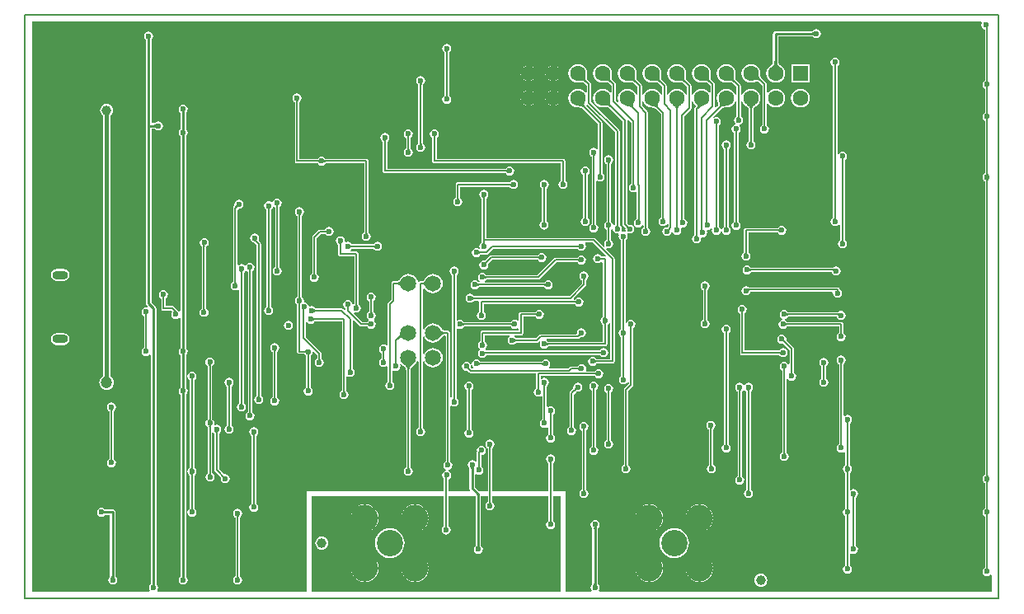
<source format=gbl>
G04 Layer_Physical_Order=2*
G04 Layer_Color=16711680*
%FSLAX44Y44*%
%MOMM*%
G71*
G01*
G75*
%ADD41C,0.3810*%
%ADD42C,0.2540*%
%ADD43C,0.1524*%
%ADD44C,0.2032*%
%ADD46C,0.1270*%
%ADD47C,1.2000*%
%ADD48C,1.6400*%
%ADD49C,1.0000*%
%ADD50O,1.6000X0.9000*%
%ADD51C,1.6002*%
%ADD52R,1.6002X1.6002*%
%ADD53C,2.8000*%
%ADD54C,2.7000*%
%ADD55C,0.6000*%
G36*
X989168Y587428D02*
X989095Y587274D01*
X989031Y587099D01*
X988976Y586902D01*
X988929Y586684D01*
X988890Y586444D01*
X988839Y585901D01*
X988822Y585273D01*
X987298Y584523D01*
X987290Y584847D01*
X987267Y585139D01*
X987229Y585397D01*
X987175Y585623D01*
X987106Y585816D01*
X987022Y585976D01*
X986922Y586104D01*
X986807Y586199D01*
X986677Y586262D01*
X986531Y586291D01*
X989249Y587561D01*
X989168Y587428D01*
D02*
G37*
G36*
X128456Y575209D02*
X128417Y575133D01*
X128383Y575023D01*
X128353Y574881D01*
X128328Y574706D01*
X128291Y574255D01*
X128270Y573332D01*
X125730D01*
X125728Y573673D01*
X125647Y574881D01*
X125617Y575023D01*
X125583Y575133D01*
X125544Y575209D01*
X125500Y575252D01*
X128500D01*
X128456Y575209D01*
D02*
G37*
G36*
X988829Y532699D02*
X988888Y532128D01*
X988940Y531880D01*
X989007Y531657D01*
X989088Y531459D01*
X989184Y531286D01*
X989294Y531139D01*
X989420Y531016D01*
X989560Y530918D01*
X986560D01*
X986700Y531016D01*
X986826Y531139D01*
X986936Y531286D01*
X987032Y531459D01*
X987113Y531657D01*
X987180Y531880D01*
X987232Y532128D01*
X987269Y532401D01*
X987291Y532699D01*
X987298Y533022D01*
X988822D01*
X988829Y532699D01*
D02*
G37*
G36*
X727663Y536965D02*
X727582Y536267D01*
X727577Y535585D01*
X727648Y534919D01*
X727794Y534269D01*
X728015Y533635D01*
X728312Y533018D01*
X728684Y532417D01*
X729132Y531831D01*
X729655Y531262D01*
X728578Y530185D01*
X728009Y530708D01*
X727423Y531156D01*
X726822Y531528D01*
X726205Y531825D01*
X725571Y532046D01*
X724921Y532192D01*
X724255Y532263D01*
X723573Y532258D01*
X722875Y532178D01*
X722161Y532022D01*
X727818Y537679D01*
X727663Y536965D01*
D02*
G37*
G36*
X702262D02*
X702182Y536267D01*
X702177Y535585D01*
X702248Y534919D01*
X702394Y534269D01*
X702615Y533635D01*
X702912Y533018D01*
X703284Y532417D01*
X703732Y531831D01*
X704255Y531262D01*
X703178Y530185D01*
X702609Y530708D01*
X702023Y531156D01*
X701422Y531528D01*
X700805Y531825D01*
X700171Y532046D01*
X699521Y532192D01*
X698855Y532263D01*
X698173Y532258D01*
X697475Y532178D01*
X696761Y532022D01*
X702418Y537679D01*
X702262Y536965D01*
D02*
G37*
G36*
X676862D02*
X676782Y536267D01*
X676777Y535585D01*
X676848Y534919D01*
X676994Y534269D01*
X677215Y533635D01*
X677512Y533018D01*
X677884Y532417D01*
X678332Y531831D01*
X678855Y531262D01*
X677778Y530185D01*
X677209Y530708D01*
X676623Y531156D01*
X676022Y531528D01*
X675405Y531825D01*
X674771Y532046D01*
X674121Y532192D01*
X673455Y532263D01*
X672773Y532258D01*
X672075Y532178D01*
X671361Y532022D01*
X677018Y537679D01*
X676862Y536965D01*
D02*
G37*
G36*
X651462D02*
X651382Y536267D01*
X651377Y535585D01*
X651448Y534919D01*
X651594Y534269D01*
X651815Y533635D01*
X652112Y533018D01*
X652484Y532417D01*
X652932Y531831D01*
X653455Y531262D01*
X652378Y530185D01*
X651809Y530708D01*
X651223Y531156D01*
X650622Y531528D01*
X650005Y531825D01*
X649371Y532046D01*
X648721Y532192D01*
X648055Y532263D01*
X647373Y532258D01*
X646675Y532178D01*
X645961Y532022D01*
X651618Y537679D01*
X651462Y536965D01*
D02*
G37*
G36*
X626063D02*
X625982Y536267D01*
X625977Y535585D01*
X626048Y534919D01*
X626194Y534269D01*
X626415Y533635D01*
X626712Y533018D01*
X627084Y532417D01*
X627532Y531831D01*
X628055Y531262D01*
X626978Y530185D01*
X626409Y530708D01*
X625823Y531156D01*
X625222Y531528D01*
X624605Y531825D01*
X623971Y532046D01*
X623321Y532192D01*
X622655Y532263D01*
X621973Y532258D01*
X621275Y532178D01*
X620561Y532022D01*
X626218Y537679D01*
X626063Y536965D01*
D02*
G37*
G36*
X600662D02*
X600582Y536267D01*
X600577Y535585D01*
X600648Y534919D01*
X600794Y534269D01*
X601015Y533635D01*
X601312Y533018D01*
X601684Y532417D01*
X602132Y531831D01*
X602655Y531262D01*
X601578Y530185D01*
X601009Y530708D01*
X600423Y531156D01*
X599822Y531528D01*
X599205Y531825D01*
X598571Y532046D01*
X597921Y532192D01*
X597255Y532263D01*
X596573Y532258D01*
X595875Y532178D01*
X595161Y532022D01*
X600818Y537679D01*
X600662Y536965D01*
D02*
G37*
G36*
X575262D02*
X575182Y536267D01*
X575177Y535585D01*
X575248Y534919D01*
X575394Y534269D01*
X575615Y533635D01*
X575912Y533018D01*
X576284Y532417D01*
X576732Y531831D01*
X577255Y531262D01*
X576178Y530185D01*
X575609Y530708D01*
X575023Y531156D01*
X574422Y531528D01*
X573805Y531825D01*
X573171Y532046D01*
X572521Y532192D01*
X571855Y532263D01*
X571173Y532258D01*
X570475Y532178D01*
X569761Y532022D01*
X575418Y537679D01*
X575262Y536965D01*
D02*
G37*
G36*
X989420Y525624D02*
X989294Y525501D01*
X989184Y525354D01*
X989088Y525181D01*
X989007Y524983D01*
X988940Y524760D01*
X988888Y524512D01*
X988851Y524239D01*
X988829Y523941D01*
X988822Y523618D01*
X987298D01*
X987291Y523941D01*
X987232Y524512D01*
X987180Y524760D01*
X987113Y524983D01*
X987032Y525181D01*
X986936Y525354D01*
X986826Y525501D01*
X986700Y525624D01*
X986560Y525722D01*
X989560D01*
X989420Y525624D01*
D02*
G37*
G36*
X600662Y511565D02*
X600582Y510867D01*
X600577Y510185D01*
X600648Y509519D01*
X600794Y508869D01*
X601015Y508235D01*
X601312Y507618D01*
X601684Y507017D01*
X602132Y506431D01*
X602655Y505862D01*
X601578Y504785D01*
X601009Y505308D01*
X600423Y505756D01*
X599822Y506128D01*
X599205Y506425D01*
X598571Y506646D01*
X597921Y506792D01*
X597255Y506863D01*
X596573Y506858D01*
X595875Y506777D01*
X595161Y506622D01*
X600818Y512279D01*
X600662Y511565D01*
D02*
G37*
G36*
X719807Y506354D02*
X719028Y506353D01*
X718275Y506296D01*
X717546Y506182D01*
X716842Y506010D01*
X716163Y505782D01*
X715510Y505497D01*
X714881Y505154D01*
X714277Y504755D01*
X713698Y504299D01*
X713144Y503786D01*
X711816Y504614D01*
X712344Y505190D01*
X712781Y505770D01*
X713128Y506355D01*
X713384Y506946D01*
X713550Y507542D01*
X713626Y508143D01*
X713611Y508749D01*
X713505Y509360D01*
X713310Y509976D01*
X713024Y510597D01*
X719807Y506354D01*
D02*
G37*
G36*
X574470Y509976D02*
X574274Y509360D01*
X574169Y508749D01*
X574154Y508143D01*
X574230Y507542D01*
X574396Y506946D01*
X574652Y506355D01*
X574999Y505770D01*
X575436Y505190D01*
X575964Y504614D01*
X574636Y503786D01*
X574082Y504299D01*
X573503Y504755D01*
X572899Y505154D01*
X572270Y505497D01*
X571617Y505782D01*
X570938Y506010D01*
X570234Y506182D01*
X569505Y506296D01*
X568752Y506353D01*
X567973Y506354D01*
X574756Y510597D01*
X574470Y509976D01*
D02*
G37*
G36*
X650129Y509234D02*
X649884Y508670D01*
X649737Y508103D01*
X649686Y507536D01*
X649731Y506966D01*
X649873Y506396D01*
X650112Y505824D01*
X650448Y505250D01*
X650880Y504675D01*
X651408Y504099D01*
X649943Y503409D01*
X649402Y503913D01*
X648832Y504370D01*
X648234Y504782D01*
X647606Y505148D01*
X646950Y505467D01*
X646265Y505741D01*
X645552Y505969D01*
X644809Y506150D01*
X644038Y506286D01*
X643238Y506376D01*
X650470Y509798D01*
X650129Y509234D01*
D02*
G37*
G36*
X624729D02*
X624484Y508670D01*
X624337Y508103D01*
X624286Y507536D01*
X624331Y506966D01*
X624473Y506396D01*
X624712Y505824D01*
X625048Y505250D01*
X625480Y504675D01*
X626008Y504099D01*
X624543Y503409D01*
X624002Y503913D01*
X623432Y504370D01*
X622834Y504782D01*
X622206Y505148D01*
X621550Y505467D01*
X620865Y505741D01*
X620151Y505969D01*
X619409Y506150D01*
X618638Y506286D01*
X617838Y506376D01*
X625070Y509798D01*
X624729Y509234D01*
D02*
G37*
G36*
X697313Y506791D02*
X696488Y506490D01*
X694950Y505833D01*
X694237Y505478D01*
X692923Y504714D01*
X692321Y504306D01*
X691231Y503436D01*
X690741Y502974D01*
X689071Y503459D01*
X689574Y504006D01*
X689974Y504540D01*
X690271Y505059D01*
X690464Y505564D01*
X690554Y506055D01*
X690541Y506533D01*
X690424Y506995D01*
X690205Y507444D01*
X689882Y507878D01*
X689455Y508299D01*
X697313Y506791D01*
D02*
G37*
G36*
X748875Y507026D02*
X748325Y506589D01*
X747839Y506110D01*
X747418Y505590D01*
X747062Y505027D01*
X746770Y504422D01*
X746544Y503776D01*
X746382Y503088D01*
X746284Y502357D01*
X746252Y501585D01*
X744728D01*
X744696Y502357D01*
X744598Y503088D01*
X744436Y503776D01*
X744210Y504422D01*
X743918Y505027D01*
X743562Y505590D01*
X743141Y506110D01*
X742655Y506589D01*
X742105Y507026D01*
X741489Y507421D01*
X749491D01*
X748875Y507026D01*
D02*
G37*
G36*
X672675D02*
X672125Y506589D01*
X671639Y506110D01*
X671218Y505590D01*
X670862Y505027D01*
X670570Y504422D01*
X670343Y503776D01*
X670182Y503088D01*
X670084Y502357D01*
X670052Y501585D01*
X668528D01*
X668496Y502357D01*
X668399Y503088D01*
X668236Y503776D01*
X668010Y504422D01*
X667718Y505027D01*
X667362Y505590D01*
X666941Y506110D01*
X666455Y506589D01*
X665905Y507026D01*
X665290Y507421D01*
X673290D01*
X672675Y507026D01*
D02*
G37*
G36*
X988829Y499679D02*
X988888Y499108D01*
X988940Y498860D01*
X989007Y498637D01*
X989088Y498439D01*
X989184Y498266D01*
X989294Y498119D01*
X989420Y497996D01*
X989560Y497898D01*
X986560D01*
X986700Y497996D01*
X986826Y498119D01*
X986936Y498266D01*
X987032Y498439D01*
X987113Y498637D01*
X987180Y498860D01*
X987232Y499108D01*
X987269Y499381D01*
X987291Y499679D01*
X987298Y500002D01*
X988822D01*
X988829Y499679D01*
D02*
G37*
G36*
X733559Y495869D02*
X733618Y495298D01*
X733670Y495050D01*
X733736Y494827D01*
X733818Y494629D01*
X733914Y494456D01*
X734024Y494309D01*
X734150Y494186D01*
X734290Y494088D01*
X731290D01*
X731430Y494186D01*
X731556Y494309D01*
X731666Y494456D01*
X731762Y494629D01*
X731843Y494827D01*
X731910Y495050D01*
X731962Y495298D01*
X731999Y495571D01*
X732021Y495869D01*
X732028Y496192D01*
X733552D01*
X733559Y495869D01*
D02*
G37*
G36*
X989420Y492604D02*
X989294Y492481D01*
X989184Y492334D01*
X989088Y492161D01*
X989007Y491963D01*
X988940Y491740D01*
X988888Y491492D01*
X988851Y491219D01*
X988829Y490921D01*
X988822Y490598D01*
X987298D01*
X987291Y490921D01*
X987232Y491492D01*
X987180Y491740D01*
X987113Y491963D01*
X987032Y492161D01*
X986936Y492334D01*
X986826Y492481D01*
X986700Y492604D01*
X986560Y492702D01*
X989560D01*
X989420Y492604D01*
D02*
G37*
G36*
X128275Y487337D02*
X128292Y487143D01*
X128305Y487060D01*
X128320Y486988D01*
X128338Y486926D01*
X128358Y486873D01*
X128382Y486831D01*
X128408Y486798D01*
X127000Y486410D01*
X125730D01*
X128270Y487571D01*
X128275Y487337D01*
D02*
G37*
G36*
X711290Y487524D02*
X711164Y487401D01*
X711054Y487254D01*
X710958Y487081D01*
X710876Y486883D01*
X710810Y486660D01*
X710758Y486412D01*
X710722Y486139D01*
X710699Y485841D01*
X710692Y485518D01*
X709168D01*
X709161Y485841D01*
X709102Y486412D01*
X709050Y486660D01*
X708984Y486883D01*
X708902Y487081D01*
X708806Y487254D01*
X708696Y487401D01*
X708570Y487524D01*
X708430Y487622D01*
X711430D01*
X711290Y487524D01*
D02*
G37*
G36*
X134562Y484400D02*
X134519Y484444D01*
X134443Y484483D01*
X134333Y484517D01*
X134191Y484547D01*
X134016Y484572D01*
X133565Y484609D01*
X132642Y484630D01*
Y487170D01*
X132983Y487172D01*
X134191Y487253D01*
X134333Y487283D01*
X134443Y487317D01*
X134519Y487356D01*
X134562Y487400D01*
Y484400D01*
D02*
G37*
G36*
X731610Y479904D02*
X731484Y479781D01*
X731374Y479634D01*
X731278Y479461D01*
X731197Y479263D01*
X731130Y479040D01*
X731078Y478792D01*
X731041Y478519D01*
X731019Y478221D01*
X731012Y477898D01*
X729488D01*
X729481Y478221D01*
X729422Y478792D01*
X729370Y479040D01*
X729304Y479263D01*
X729222Y479461D01*
X729126Y479634D01*
X729016Y479781D01*
X728890Y479904D01*
X728750Y480002D01*
X731750D01*
X731610Y479904D01*
D02*
G37*
G36*
X746259Y470469D02*
X746318Y469898D01*
X746370Y469650D01*
X746436Y469427D01*
X746518Y469229D01*
X746614Y469056D01*
X746724Y468909D01*
X746850Y468786D01*
X746990Y468688D01*
X743990D01*
X744130Y468786D01*
X744256Y468909D01*
X744366Y469056D01*
X744462Y469229D01*
X744544Y469427D01*
X744610Y469650D01*
X744662Y469898D01*
X744698Y470171D01*
X744721Y470469D01*
X744728Y470792D01*
X746252D01*
X746259Y470469D01*
D02*
G37*
G36*
X982756Y591477D02*
X982481Y591065D01*
X982126Y589280D01*
X982481Y587495D01*
X983492Y585982D01*
X985005Y584971D01*
X985677Y584837D01*
Y532657D01*
X985671Y532568D01*
X985648Y532399D01*
X985622Y532274D01*
X985598Y532192D01*
X985595Y532187D01*
X985564Y532154D01*
X984762Y531618D01*
X983751Y530105D01*
X983396Y528320D01*
X983751Y526535D01*
X984762Y525022D01*
X985564Y524486D01*
X985595Y524453D01*
X985598Y524448D01*
X985622Y524366D01*
X985643Y524265D01*
X985677Y523931D01*
Y499637D01*
X985671Y499548D01*
X985648Y499379D01*
X985622Y499254D01*
X985598Y499172D01*
X985595Y499167D01*
X985564Y499134D01*
X984762Y498598D01*
X983751Y497085D01*
X983396Y495300D01*
X983751Y493515D01*
X984762Y492002D01*
X985564Y491466D01*
X985595Y491433D01*
X985598Y491428D01*
X985622Y491346D01*
X985643Y491245D01*
X985677Y490911D01*
Y437407D01*
X985671Y437318D01*
X985648Y437149D01*
X985622Y437024D01*
X985598Y436942D01*
X985595Y436937D01*
X985564Y436904D01*
X984762Y436368D01*
X983751Y434855D01*
X983396Y433070D01*
X983751Y431285D01*
X984762Y429772D01*
X985564Y429236D01*
X985595Y429203D01*
X985598Y429198D01*
X985622Y429116D01*
X985643Y429015D01*
X985677Y428681D01*
Y127527D01*
X985671Y127438D01*
X985648Y127269D01*
X985622Y127144D01*
X985598Y127062D01*
X985595Y127057D01*
X985564Y127024D01*
X984762Y126488D01*
X983751Y124975D01*
X983396Y123190D01*
X983751Y121405D01*
X984762Y119892D01*
X985564Y119356D01*
X985595Y119323D01*
X985598Y119318D01*
X985622Y119236D01*
X985643Y119135D01*
X985677Y118801D01*
Y93237D01*
X985671Y93148D01*
X985648Y92979D01*
X985622Y92854D01*
X985598Y92772D01*
X985595Y92767D01*
X985564Y92734D01*
X984762Y92198D01*
X983751Y90685D01*
X983396Y88900D01*
X983751Y87115D01*
X984762Y85602D01*
X985564Y85066D01*
X985595Y85033D01*
X985598Y85028D01*
X985622Y84946D01*
X985643Y84845D01*
X985677Y84511D01*
Y32277D01*
X985671Y32188D01*
X985648Y32019D01*
X985622Y31894D01*
X985598Y31812D01*
X985595Y31807D01*
X985564Y31774D01*
X984762Y31238D01*
X983751Y29725D01*
X983396Y27940D01*
X983751Y26155D01*
X984762Y24642D01*
X986275Y23631D01*
X988060Y23276D01*
X989845Y23631D01*
X991358Y24642D01*
X991477Y24819D01*
X992747Y24434D01*
Y7253D01*
X589565D01*
X589030Y8523D01*
X589779Y9645D01*
X590134Y11430D01*
X589779Y13215D01*
X588768Y14728D01*
X588393Y14979D01*
X588371Y15322D01*
Y72591D01*
X588374Y72639D01*
X588768Y72902D01*
X589779Y74415D01*
X590134Y76200D01*
X589779Y77985D01*
X588768Y79498D01*
X587255Y80509D01*
X585470Y80864D01*
X583685Y80509D01*
X582172Y79498D01*
X581161Y77985D01*
X580806Y76200D01*
X581161Y74415D01*
X582172Y72902D01*
X582547Y72651D01*
X582570Y72308D01*
Y15039D01*
X582566Y14991D01*
X582172Y14728D01*
X581161Y13215D01*
X580806Y11430D01*
X581161Y9645D01*
X581910Y8523D01*
X581375Y7253D01*
X554990D01*
Y110490D01*
X542133D01*
Y139173D01*
X542139Y139262D01*
X542162Y139431D01*
X542188Y139556D01*
X542212Y139638D01*
X542215Y139643D01*
X542246Y139676D01*
X543048Y140212D01*
X544059Y141725D01*
X544414Y143510D01*
X544059Y145295D01*
X543048Y146808D01*
X541535Y147819D01*
X539750Y148174D01*
X537965Y147819D01*
X536452Y146808D01*
X535441Y145295D01*
X535086Y143510D01*
X535441Y141725D01*
X536452Y140212D01*
X537254Y139676D01*
X537285Y139643D01*
X537288Y139638D01*
X537312Y139556D01*
X537333Y139455D01*
X537367Y139121D01*
Y110490D01*
X479903D01*
Y154413D01*
X479909Y154502D01*
X479932Y154671D01*
X479958Y154796D01*
X479982Y154878D01*
X479985Y154883D01*
X480016Y154916D01*
X480818Y155452D01*
X481829Y156965D01*
X482184Y158750D01*
X481829Y160535D01*
X480818Y162048D01*
X479305Y163059D01*
X477520Y163414D01*
X475735Y163059D01*
X474222Y162048D01*
X473211Y160535D01*
X472856Y158750D01*
X473211Y156965D01*
X474222Y155452D01*
X475024Y154916D01*
X475055Y154883D01*
X475058Y154878D01*
X475082Y154796D01*
X475103Y154695D01*
X475137Y154361D01*
Y110490D01*
X466382D01*
X462080Y114791D01*
Y127734D01*
X463350Y128408D01*
X464305Y127771D01*
X466090Y127416D01*
X467875Y127771D01*
X469388Y128782D01*
X470399Y130295D01*
X470754Y132080D01*
X470399Y133865D01*
X469388Y135378D01*
X468586Y135914D01*
X468555Y135947D01*
X468552Y135952D01*
X468528Y136034D01*
X468507Y136135D01*
X468473Y136469D01*
Y147606D01*
X468630Y147736D01*
X470415Y148091D01*
X471928Y149102D01*
X472939Y150615D01*
X473294Y152400D01*
X472939Y154185D01*
X471928Y155698D01*
X470415Y156709D01*
X468630Y157064D01*
X466845Y156709D01*
X465332Y155698D01*
X464321Y154185D01*
X463966Y152400D01*
X464198Y151234D01*
X463889Y150772D01*
X463707Y149860D01*
Y141615D01*
X462685Y141243D01*
X462437Y141195D01*
X460965Y142179D01*
X459180Y142534D01*
X457395Y142179D01*
X455882Y141168D01*
X454871Y139655D01*
X454516Y137870D01*
X454871Y136085D01*
X455882Y134572D01*
X456257Y134321D01*
X456279Y133978D01*
Y113590D01*
X456500Y112480D01*
X456981Y111760D01*
X456587Y110490D01*
X434843D01*
Y122550D01*
X434850Y122640D01*
X434858Y122692D01*
X436368Y123702D01*
X437379Y125215D01*
X437734Y127000D01*
X437379Y128785D01*
X436368Y130298D01*
X434862Y131305D01*
X434855Y131340D01*
X434871Y132601D01*
X436125Y132851D01*
X437638Y133862D01*
X438649Y135375D01*
X439004Y137160D01*
X438649Y138945D01*
X437638Y140458D01*
X436836Y140994D01*
X436805Y141027D01*
X436802Y141032D01*
X436778Y141114D01*
X436757Y141215D01*
X436723Y141549D01*
Y197551D01*
X437993Y198230D01*
X438905Y197621D01*
X440690Y197266D01*
X442475Y197621D01*
X443988Y198632D01*
X444999Y200145D01*
X445354Y201930D01*
X444999Y203715D01*
X443988Y205228D01*
X443186Y205764D01*
X443155Y205797D01*
X443152Y205802D01*
X443128Y205884D01*
X443107Y205985D01*
X443073Y206319D01*
Y210820D01*
Y277561D01*
X444343Y278240D01*
X445255Y277631D01*
X447040Y277276D01*
X448825Y277631D01*
X450338Y278642D01*
X450874Y279444D01*
X450907Y279475D01*
X450912Y279478D01*
X450994Y279502D01*
X451095Y279523D01*
X451429Y279557D01*
X498583D01*
X498672Y279551D01*
X498841Y279528D01*
X498966Y279502D01*
X499048Y279478D01*
X499053Y279475D01*
X499086Y279444D01*
X499622Y278642D01*
X501135Y277631D01*
X502920Y277276D01*
X504705Y277631D01*
X505617Y278240D01*
X506887Y277561D01*
Y275433D01*
X469900D01*
X468988Y275251D01*
X468215Y274735D01*
X467699Y273962D01*
X467517Y273050D01*
Y264687D01*
X467511Y264598D01*
X467488Y264429D01*
X467462Y264304D01*
X467438Y264222D01*
X467435Y264217D01*
X467404Y264184D01*
X466602Y263648D01*
X465591Y262135D01*
X465236Y260350D01*
X465591Y258565D01*
X466602Y257052D01*
X466893Y256857D01*
Y255588D01*
X466602Y255393D01*
X465591Y253880D01*
X465236Y252095D01*
X465591Y250310D01*
X466602Y248797D01*
X468115Y247786D01*
X469900Y247431D01*
X471685Y247786D01*
X473198Y248797D01*
X474209Y250310D01*
X474214Y250333D01*
X474262Y250340D01*
X474352Y250347D01*
X590023D01*
X590112Y250341D01*
X590281Y250318D01*
X590406Y250292D01*
X590488Y250268D01*
X590493Y250265D01*
X590526Y250234D01*
X591062Y249432D01*
X592575Y248421D01*
X594360Y248066D01*
X596145Y248421D01*
X597658Y249432D01*
X598669Y250945D01*
X599024Y252730D01*
X598669Y254515D01*
X597658Y256028D01*
X596145Y257039D01*
X594360Y257394D01*
X592575Y257039D01*
X591062Y256028D01*
X590526Y255226D01*
X590493Y255195D01*
X590488Y255192D01*
X590406Y255168D01*
X590305Y255147D01*
X589971Y255113D01*
X474011D01*
X473851Y255119D01*
X473675Y255138D01*
X473515Y255166D01*
X473392Y255195D01*
X473314Y255220D01*
X473198Y255393D01*
X472907Y255588D01*
Y256857D01*
X473198Y257052D01*
X474209Y258565D01*
X474564Y260350D01*
X474209Y262135D01*
X473198Y263648D01*
X472396Y264184D01*
X472365Y264217D01*
X472362Y264222D01*
X472338Y264304D01*
X472317Y264405D01*
X472283Y264739D01*
Y270667D01*
X497698D01*
X498083Y269397D01*
X497082Y268728D01*
X496071Y267215D01*
X495716Y265430D01*
X496071Y263645D01*
X497082Y262132D01*
X498595Y261121D01*
X500380Y260766D01*
X502165Y261121D01*
X503678Y262132D01*
X504214Y262934D01*
X504247Y262965D01*
X504252Y262968D01*
X504334Y262992D01*
X504435Y263013D01*
X504769Y263047D01*
X525780D01*
X526692Y263229D01*
X527465Y263745D01*
X528447Y264727D01*
X529433Y263918D01*
X529091Y263405D01*
X528736Y261620D01*
X529091Y259835D01*
X530102Y258322D01*
X531615Y257311D01*
X533400Y256956D01*
X535185Y257311D01*
X536698Y258322D01*
X537234Y259124D01*
X537267Y259155D01*
X537272Y259158D01*
X537354Y259182D01*
X537455Y259203D01*
X537789Y259237D01*
X595630D01*
X596542Y259419D01*
X597315Y259935D01*
X597831Y260708D01*
X598013Y261620D01*
Y281413D01*
X598019Y281502D01*
X598042Y281671D01*
X598068Y281796D01*
X598092Y281878D01*
X598095Y281883D01*
X598126Y281916D01*
X598928Y282452D01*
X599597Y283453D01*
X600867Y283068D01*
Y246223D01*
X587267D01*
X587178Y246229D01*
X587009Y246252D01*
X586884Y246278D01*
X586802Y246303D01*
X586797Y246305D01*
X586764Y246336D01*
X586228Y247138D01*
X584715Y248149D01*
X582930Y248504D01*
X581145Y248149D01*
X579632Y247138D01*
X578621Y245625D01*
X578266Y243840D01*
X578621Y242055D01*
X579632Y240542D01*
X581145Y239531D01*
X582930Y239176D01*
X584715Y239531D01*
X586228Y240542D01*
X586764Y241344D01*
X586797Y241375D01*
X586802Y241378D01*
X586884Y241402D01*
X586985Y241423D01*
X587319Y241457D01*
X603250D01*
X604162Y241639D01*
X604935Y242155D01*
X605451Y242928D01*
X605633Y243840D01*
Y349250D01*
X605451Y350162D01*
X604935Y350935D01*
X596333Y359537D01*
X597142Y360523D01*
X597655Y360181D01*
X599440Y359826D01*
X601225Y360181D01*
X602738Y361192D01*
X603749Y362705D01*
X604104Y364490D01*
X603749Y366275D01*
X602738Y367788D01*
X601936Y368324D01*
X601905Y368357D01*
X601902Y368362D01*
X601878Y368444D01*
X601857Y368545D01*
X601823Y368879D01*
Y379028D01*
X602462Y379641D01*
X602561Y379695D01*
X603284Y379411D01*
X603806Y379026D01*
X604021Y377945D01*
X605032Y376432D01*
X606545Y375421D01*
X608330Y375066D01*
X609074Y375214D01*
X609511Y374766D01*
X609942Y374091D01*
X609626Y372500D01*
X609981Y370715D01*
X610992Y369202D01*
X611794Y368666D01*
X611825Y368633D01*
X611828Y368628D01*
X611852Y368546D01*
X611873Y368445D01*
X611907Y368111D01*
Y277387D01*
X611901Y277298D01*
X611878Y277129D01*
X611852Y277004D01*
X611828Y276922D01*
X611825Y276917D01*
X611794Y276884D01*
X610992Y276348D01*
X609981Y274835D01*
X609626Y273050D01*
X609981Y271265D01*
X610992Y269752D01*
X611794Y269216D01*
X611825Y269183D01*
X611828Y269178D01*
X611852Y269096D01*
X611873Y268995D01*
X611907Y268661D01*
Y228969D01*
X611902Y228888D01*
X611880Y228704D01*
X611852Y228558D01*
X611824Y228451D01*
X611801Y228385D01*
X611799Y228380D01*
X611783Y228366D01*
X611768Y228346D01*
X611382Y228088D01*
X610371Y226575D01*
X610016Y224790D01*
X610371Y223005D01*
X611382Y221492D01*
X612895Y220481D01*
X614680Y220126D01*
X616465Y220481D01*
X617978Y221492D01*
X618647Y222493D01*
X619917Y222108D01*
Y220697D01*
X615535Y216315D01*
X615019Y215542D01*
X614837Y214630D01*
Y137687D01*
X614831Y137598D01*
X614808Y137429D01*
X614782Y137304D01*
X614757Y137222D01*
X614755Y137217D01*
X614724Y137184D01*
X613922Y136648D01*
X612911Y135135D01*
X612556Y133350D01*
X612911Y131565D01*
X613922Y130052D01*
X615435Y129041D01*
X617220Y128686D01*
X619005Y129041D01*
X620518Y130052D01*
X621529Y131565D01*
X621884Y133350D01*
X621529Y135135D01*
X620518Y136648D01*
X619716Y137184D01*
X619685Y137217D01*
X619682Y137222D01*
X619658Y137304D01*
X619637Y137405D01*
X619603Y137739D01*
Y213643D01*
X623985Y218025D01*
X624501Y218798D01*
X624683Y219710D01*
Y277603D01*
X624689Y277692D01*
X624712Y277861D01*
X624738Y277986D01*
X624762Y278068D01*
X624765Y278073D01*
X624796Y278106D01*
X625598Y278642D01*
X626609Y280155D01*
X626964Y281940D01*
X626609Y283725D01*
X625598Y285238D01*
X624085Y286249D01*
X622300Y286604D01*
X620515Y286249D01*
X619002Y285238D01*
X617991Y283725D01*
X617943Y283483D01*
X616673Y283608D01*
Y368163D01*
X616679Y368252D01*
X616702Y368421D01*
X616728Y368546D01*
X616753Y368628D01*
X616755Y368633D01*
X616786Y368666D01*
X617588Y369202D01*
X618599Y370715D01*
X618954Y372500D01*
X618599Y374285D01*
X618547Y374363D01*
X619023Y375085D01*
X619387Y375392D01*
X621030Y375066D01*
X622815Y375421D01*
X624328Y376432D01*
X625339Y377945D01*
X625694Y379730D01*
X625339Y381515D01*
X624328Y383028D01*
X622815Y384039D01*
X621030Y384394D01*
X620084Y384206D01*
X620038Y384207D01*
X620033Y384209D01*
X619958Y384250D01*
X619872Y384306D01*
X619611Y384518D01*
X618333Y385797D01*
Y491490D01*
X618315Y491580D01*
X619485Y492205D01*
X622457Y489233D01*
Y426740D01*
X622451Y426651D01*
X622428Y426482D01*
X622402Y426357D01*
X622378Y426275D01*
X622375Y426270D01*
X622344Y426237D01*
X621542Y425701D01*
X620531Y424188D01*
X620176Y422403D01*
X620531Y420618D01*
X621542Y419105D01*
X623055Y418094D01*
X624840Y417738D01*
X626524Y418074D01*
X626825Y418046D01*
X627794Y417528D01*
Y390483D01*
X627787Y390392D01*
X627765Y390233D01*
X627741Y390126D01*
X626622Y389378D01*
X625611Y387865D01*
X625256Y386080D01*
X625611Y384295D01*
X626622Y382782D01*
X628135Y381771D01*
X629920Y381416D01*
X631705Y381771D01*
X633218Y382782D01*
X633887Y383783D01*
X635157Y383398D01*
Y381527D01*
X635151Y381438D01*
X635128Y381269D01*
X635102Y381144D01*
X635078Y381062D01*
X635075Y381057D01*
X635044Y381024D01*
X634242Y380488D01*
X633231Y378975D01*
X632876Y377190D01*
X633231Y375405D01*
X634242Y373892D01*
X635755Y372881D01*
X637540Y372526D01*
X639325Y372881D01*
X640838Y373892D01*
X641849Y375405D01*
X642204Y377190D01*
X641849Y378975D01*
X640838Y380488D01*
X640036Y381024D01*
X640005Y381057D01*
X640002Y381062D01*
X639978Y381144D01*
X639957Y381245D01*
X639923Y381579D01*
Y499110D01*
X639741Y500022D01*
X639225Y500795D01*
X633573Y506447D01*
Y510917D01*
X634843Y511170D01*
X635526Y509521D01*
X637061Y507520D01*
X639061Y505986D01*
X641390Y505021D01*
X642946Y504816D01*
X643059Y504780D01*
X643809Y504696D01*
X644479Y504578D01*
X645116Y504422D01*
X645723Y504229D01*
X646300Y503998D01*
X646850Y503730D01*
X647373Y503425D01*
X647873Y503081D01*
X648351Y502698D01*
X648523Y502537D01*
X652937Y498123D01*
Y391687D01*
X652931Y391598D01*
X652908Y391429D01*
X652882Y391304D01*
X652858Y391222D01*
X652855Y391217D01*
X652824Y391184D01*
X652022Y390648D01*
X651011Y389135D01*
X650656Y387350D01*
X651011Y385565D01*
X652022Y384052D01*
X653535Y383041D01*
X655320Y382686D01*
X657105Y383041D01*
X658618Y384052D01*
X659287Y385053D01*
X660557Y384668D01*
Y382756D01*
X659361Y381808D01*
X659130Y381854D01*
X657345Y381499D01*
X655832Y380488D01*
X654821Y378975D01*
X654466Y377190D01*
X654821Y375405D01*
X655832Y373892D01*
X657345Y372881D01*
X659130Y372526D01*
X660915Y372881D01*
X662428Y373892D01*
X663439Y375405D01*
X663689Y376659D01*
X664950Y376675D01*
X664985Y376668D01*
X665992Y375162D01*
X667505Y374151D01*
X669290Y373796D01*
X671075Y374151D01*
X672588Y375162D01*
X673599Y376675D01*
X673954Y378460D01*
X673599Y380245D01*
X673306Y380683D01*
X673451Y380970D01*
X674146Y381713D01*
X675640Y381416D01*
X677425Y381771D01*
X678938Y382782D01*
X679949Y384295D01*
X680304Y386080D01*
X679949Y387865D01*
X678938Y389378D01*
X677425Y390389D01*
X676753Y390523D01*
Y495583D01*
X683675Y502505D01*
X684191Y503278D01*
X684373Y504190D01*
Y510917D01*
X685643Y511170D01*
X686326Y509521D01*
X687860Y507520D01*
X688319Y507168D01*
X688328Y507156D01*
X688666Y506822D01*
X688828Y506605D01*
X688908Y506440D01*
X688941Y506312D01*
X688944Y506180D01*
X688911Y506000D01*
X688815Y505748D01*
X688629Y505423D01*
X688337Y505034D01*
X688150Y504829D01*
X687925Y504605D01*
X687846Y504486D01*
X687818Y504463D01*
X687775Y504380D01*
X687409Y503832D01*
X687227Y502920D01*
Y373907D01*
X687221Y373818D01*
X687198Y373649D01*
X687172Y373524D01*
X687148Y373442D01*
X687145Y373437D01*
X687114Y373404D01*
X686312Y372868D01*
X685301Y371355D01*
X684946Y369570D01*
X685301Y367785D01*
X686312Y366272D01*
X687825Y365261D01*
X689610Y364906D01*
X691395Y365261D01*
X692908Y366272D01*
X693919Y367785D01*
X694274Y369570D01*
X694124Y370326D01*
X695204Y371406D01*
X695960Y371256D01*
X697745Y371611D01*
X699258Y372622D01*
X700269Y374135D01*
X700624Y375920D01*
X700269Y377705D01*
X700247Y377738D01*
X701011Y378881D01*
X701040Y378876D01*
X702825Y379231D01*
X704323Y380232D01*
X704396Y380216D01*
X705516Y379718D01*
X705266Y378460D01*
X705621Y376675D01*
X706632Y375162D01*
X708145Y374151D01*
X709930Y373796D01*
X711715Y374151D01*
X713228Y375162D01*
X714239Y376675D01*
X714363Y377294D01*
X715657D01*
X715781Y376675D01*
X716792Y375162D01*
X718305Y374151D01*
X720090Y373796D01*
X721875Y374151D01*
X723388Y375162D01*
X724399Y376675D01*
X724754Y378460D01*
X724399Y380245D01*
X723388Y381758D01*
X722586Y382294D01*
X722555Y382327D01*
X722552Y382332D01*
X722528Y382414D01*
X722507Y382515D01*
X722473Y382849D01*
Y461753D01*
X722479Y461842D01*
X722502Y462011D01*
X722528Y462136D01*
X722552Y462218D01*
X722555Y462223D01*
X722586Y462256D01*
X723388Y462792D01*
X724399Y464305D01*
X724754Y466090D01*
X724399Y467875D01*
X723388Y469388D01*
X721875Y470399D01*
X720090Y470754D01*
X718305Y470399D01*
X716792Y469388D01*
X715781Y467875D01*
X715426Y466090D01*
X715781Y464305D01*
X716792Y462792D01*
X717594Y462256D01*
X717625Y462223D01*
X717628Y462218D01*
X717652Y462136D01*
X717673Y462035D01*
X717707Y461701D01*
Y382797D01*
X717701Y382708D01*
X717678Y382539D01*
X717652Y382414D01*
X717627Y382332D01*
X717625Y382327D01*
X717594Y382294D01*
X716792Y381758D01*
X715781Y380245D01*
X715657Y379626D01*
X714363D01*
X714239Y380245D01*
X713228Y381758D01*
X712426Y382294D01*
X712395Y382327D01*
X712392Y382332D01*
X712368Y382414D01*
X712347Y382515D01*
X712313Y382849D01*
Y485883D01*
X712319Y485972D01*
X712342Y486141D01*
X712368Y486266D01*
X712393Y486348D01*
X712395Y486353D01*
X712426Y486386D01*
X713228Y486922D01*
X714239Y488435D01*
X714594Y490220D01*
X714239Y492005D01*
X713228Y493518D01*
X711715Y494529D01*
X709930Y494884D01*
X708145Y494529D01*
X707632Y494187D01*
X706823Y495173D01*
X714542Y502893D01*
X714742Y503078D01*
X715218Y503452D01*
X715709Y503777D01*
X716216Y504053D01*
X716741Y504282D01*
X717289Y504467D01*
X717861Y504606D01*
X718460Y504700D01*
X719090Y504748D01*
X719660Y504748D01*
X720090Y504692D01*
X722590Y505021D01*
X724919Y505986D01*
X726919Y507520D01*
X728454Y509521D01*
X729137Y511170D01*
X730407Y510917D01*
Y495827D01*
X730401Y495738D01*
X730378Y495569D01*
X730352Y495444D01*
X730328Y495362D01*
X730325Y495357D01*
X730294Y495324D01*
X729492Y494788D01*
X728481Y493275D01*
X728126Y491490D01*
X728481Y489705D01*
X729364Y488383D01*
X729202Y487530D01*
X728974Y487010D01*
X728465Y486909D01*
X726952Y485898D01*
X725941Y484385D01*
X725586Y482600D01*
X725941Y480815D01*
X726952Y479302D01*
X727754Y478766D01*
X727785Y478733D01*
X727788Y478728D01*
X727812Y478646D01*
X727833Y478545D01*
X727867Y478211D01*
Y387877D01*
X727861Y387788D01*
X727838Y387619D01*
X727812Y387494D01*
X727787Y387412D01*
X727785Y387407D01*
X727754Y387374D01*
X726952Y386838D01*
X725941Y385325D01*
X725586Y383540D01*
X725941Y381755D01*
X726952Y380242D01*
X728465Y379231D01*
X730250Y378876D01*
X732035Y379231D01*
X733548Y380242D01*
X734559Y381755D01*
X734914Y383540D01*
X734559Y385325D01*
X733548Y386838D01*
X732746Y387374D01*
X732715Y387407D01*
X732712Y387412D01*
X732688Y387494D01*
X732667Y387595D01*
X732633Y387929D01*
Y478263D01*
X732639Y478352D01*
X732662Y478521D01*
X732688Y478646D01*
X732712Y478728D01*
X732715Y478733D01*
X732746Y478766D01*
X733548Y479302D01*
X734559Y480815D01*
X734914Y482600D01*
X734559Y484385D01*
X733676Y485707D01*
X733838Y486560D01*
X734066Y487080D01*
X734575Y487181D01*
X736088Y488192D01*
X737099Y489705D01*
X737454Y491490D01*
X737099Y493275D01*
X736088Y494788D01*
X735286Y495324D01*
X735255Y495357D01*
X735252Y495362D01*
X735228Y495444D01*
X735207Y495545D01*
X735173Y495879D01*
Y510917D01*
X736443Y511170D01*
X737126Y509521D01*
X738661Y507520D01*
X740661Y505986D01*
X740921Y505878D01*
X741170Y505718D01*
X741590Y505385D01*
X741949Y505030D01*
X742255Y504652D01*
X742512Y504246D01*
X742724Y503806D01*
X742893Y503325D01*
X743017Y502797D01*
X743094Y502217D01*
X743107Y501907D01*
Y470427D01*
X743101Y470338D01*
X743078Y470169D01*
X743052Y470044D01*
X743027Y469962D01*
X743025Y469957D01*
X742994Y469924D01*
X742192Y469388D01*
X741181Y467875D01*
X740826Y466090D01*
X741181Y464305D01*
X742192Y462792D01*
X743705Y461781D01*
X745490Y461426D01*
X747275Y461781D01*
X748788Y462792D01*
X749799Y464305D01*
X750154Y466090D01*
X749799Y467875D01*
X748788Y469388D01*
X747986Y469924D01*
X747955Y469957D01*
X747952Y469962D01*
X747928Y470044D01*
X747907Y470145D01*
X747873Y470479D01*
Y501907D01*
X747886Y502217D01*
X747963Y502797D01*
X748087Y503325D01*
X748256Y503806D01*
X748468Y504246D01*
X748725Y504652D01*
X749031Y505030D01*
X749390Y505385D01*
X749810Y505718D01*
X750059Y505878D01*
X750319Y505986D01*
X752319Y507520D01*
X753854Y509521D01*
X754819Y511850D01*
X755148Y514350D01*
X754819Y516850D01*
X753854Y519179D01*
X752319Y521180D01*
X750319Y522714D01*
X747990Y523679D01*
X745490Y524008D01*
X742990Y523679D01*
X740661Y522714D01*
X738661Y521180D01*
X737126Y519179D01*
X736443Y517530D01*
X735173Y517783D01*
Y527050D01*
X734991Y527962D01*
X734475Y528735D01*
X730574Y532636D01*
X730363Y532865D01*
X730008Y533329D01*
X729722Y533791D01*
X729501Y534250D01*
X729340Y534711D01*
X729235Y535180D01*
X729184Y535664D01*
X729187Y536169D01*
X729249Y536701D01*
X729311Y536990D01*
X729419Y537250D01*
X729748Y539750D01*
X729419Y542250D01*
X728454Y544579D01*
X726919Y546580D01*
X724919Y548114D01*
X722590Y549079D01*
X720090Y549408D01*
X717590Y549079D01*
X715261Y548114D01*
X713260Y546580D01*
X711726Y544579D01*
X710761Y542250D01*
X710432Y539750D01*
X710761Y537250D01*
X711726Y534921D01*
X713260Y532920D01*
X715261Y531386D01*
X717590Y530421D01*
X720090Y530092D01*
X722590Y530421D01*
X722850Y530529D01*
X723139Y530592D01*
X723671Y530653D01*
X724176Y530657D01*
X724660Y530605D01*
X725129Y530500D01*
X725590Y530339D01*
X726049Y530118D01*
X726511Y529832D01*
X726975Y529477D01*
X727204Y529266D01*
X730407Y526063D01*
Y517783D01*
X729137Y517530D01*
X728454Y519179D01*
X726919Y521180D01*
X724919Y522714D01*
X722590Y523679D01*
X720090Y524008D01*
X717590Y523679D01*
X715261Y522714D01*
X713260Y521180D01*
X711726Y519179D01*
X710761Y516850D01*
X710432Y514350D01*
X710761Y511850D01*
X711726Y509521D01*
X711791Y509436D01*
X711810Y509395D01*
X711942Y508979D01*
X712009Y508592D01*
X712018Y508224D01*
X711972Y507859D01*
X711867Y507484D01*
X711695Y507087D01*
X711445Y506665D01*
X711108Y506217D01*
X710890Y505979D01*
X709655Y504745D01*
X708485Y505370D01*
X708503Y505460D01*
Y528320D01*
X708321Y529232D01*
X707805Y530005D01*
X705174Y532636D01*
X704963Y532865D01*
X704608Y533329D01*
X704322Y533791D01*
X704101Y534250D01*
X703940Y534711D01*
X703835Y535180D01*
X703783Y535664D01*
X703787Y536169D01*
X703848Y536701D01*
X703911Y536990D01*
X704019Y537250D01*
X704348Y539750D01*
X704019Y542250D01*
X703054Y544579D01*
X701519Y546580D01*
X699519Y548114D01*
X697190Y549079D01*
X694690Y549408D01*
X692190Y549079D01*
X689861Y548114D01*
X687860Y546580D01*
X686326Y544579D01*
X685361Y542250D01*
X685032Y539750D01*
X685361Y537250D01*
X686326Y534921D01*
X687860Y532920D01*
X689861Y531386D01*
X692190Y530421D01*
X694690Y530092D01*
X697190Y530421D01*
X697450Y530529D01*
X697739Y530592D01*
X698271Y530653D01*
X698776Y530657D01*
X699260Y530605D01*
X699729Y530500D01*
X700190Y530339D01*
X700649Y530118D01*
X701111Y529832D01*
X701575Y529477D01*
X701804Y529266D01*
X703737Y527333D01*
Y520375D01*
X702467Y519944D01*
X701519Y521180D01*
X699519Y522714D01*
X697190Y523679D01*
X694690Y524008D01*
X692190Y523679D01*
X689861Y522714D01*
X687860Y521180D01*
X686326Y519179D01*
X685643Y517530D01*
X684373Y517783D01*
Y527050D01*
X684191Y527962D01*
X683675Y528735D01*
X679774Y532636D01*
X679563Y532865D01*
X679208Y533329D01*
X678922Y533791D01*
X678701Y534250D01*
X678540Y534711D01*
X678435Y535180D01*
X678383Y535664D01*
X678387Y536169D01*
X678448Y536701D01*
X678511Y536990D01*
X678619Y537250D01*
X678948Y539750D01*
X678619Y542250D01*
X677654Y544579D01*
X676120Y546580D01*
X674119Y548114D01*
X671790Y549079D01*
X669290Y549408D01*
X666790Y549079D01*
X664461Y548114D01*
X662460Y546580D01*
X660926Y544579D01*
X659961Y542250D01*
X659632Y539750D01*
X659961Y537250D01*
X660926Y534921D01*
X662460Y532920D01*
X664461Y531386D01*
X666790Y530421D01*
X669290Y530092D01*
X671790Y530421D01*
X672050Y530529D01*
X672339Y530592D01*
X672871Y530653D01*
X673376Y530657D01*
X673860Y530605D01*
X674329Y530500D01*
X674790Y530339D01*
X675249Y530118D01*
X675711Y529832D01*
X676175Y529477D01*
X676404Y529266D01*
X679607Y526063D01*
Y517783D01*
X678337Y517530D01*
X677654Y519179D01*
X676120Y521180D01*
X674119Y522714D01*
X671790Y523679D01*
X669290Y524008D01*
X666790Y523679D01*
X664461Y522714D01*
X662460Y521180D01*
X660926Y519179D01*
X660243Y517530D01*
X658973Y517783D01*
Y527050D01*
X658791Y527962D01*
X658275Y528735D01*
X654374Y532636D01*
X654163Y532865D01*
X653808Y533329D01*
X653522Y533791D01*
X653301Y534250D01*
X653140Y534711D01*
X653035Y535180D01*
X652983Y535664D01*
X652987Y536169D01*
X653048Y536701D01*
X653111Y536990D01*
X653219Y537250D01*
X653548Y539750D01*
X653219Y542250D01*
X652254Y544579D01*
X650720Y546580D01*
X648719Y548114D01*
X646390Y549079D01*
X643890Y549408D01*
X641390Y549079D01*
X639061Y548114D01*
X637061Y546580D01*
X635526Y544579D01*
X634561Y542250D01*
X634232Y539750D01*
X634561Y537250D01*
X635526Y534921D01*
X637061Y532920D01*
X639061Y531386D01*
X641390Y530421D01*
X643890Y530092D01*
X646390Y530421D01*
X646650Y530529D01*
X646939Y530592D01*
X647471Y530653D01*
X647976Y530657D01*
X648460Y530605D01*
X648929Y530500D01*
X649390Y530339D01*
X649849Y530118D01*
X650311Y529832D01*
X650775Y529477D01*
X651004Y529266D01*
X654207Y526063D01*
Y517783D01*
X652937Y517530D01*
X652254Y519179D01*
X650720Y521180D01*
X648719Y522714D01*
X646390Y523679D01*
X643890Y524008D01*
X641390Y523679D01*
X639061Y522714D01*
X637061Y521180D01*
X635526Y519179D01*
X634843Y517530D01*
X633573Y517783D01*
Y527050D01*
X633391Y527962D01*
X632875Y528735D01*
X628974Y532636D01*
X628763Y532865D01*
X628408Y533329D01*
X628122Y533791D01*
X627901Y534250D01*
X627740Y534711D01*
X627635Y535180D01*
X627584Y535664D01*
X627587Y536169D01*
X627649Y536701D01*
X627711Y536990D01*
X627819Y537250D01*
X628148Y539750D01*
X627819Y542250D01*
X626854Y544579D01*
X625320Y546580D01*
X623319Y548114D01*
X620990Y549079D01*
X618490Y549408D01*
X615990Y549079D01*
X613661Y548114D01*
X611660Y546580D01*
X610126Y544579D01*
X609161Y542250D01*
X608832Y539750D01*
X609161Y537250D01*
X610126Y534921D01*
X611660Y532920D01*
X613661Y531386D01*
X615990Y530421D01*
X618490Y530092D01*
X620990Y530421D01*
X621250Y530529D01*
X621539Y530592D01*
X622071Y530653D01*
X622576Y530657D01*
X623060Y530605D01*
X623529Y530500D01*
X623990Y530339D01*
X624450Y530118D01*
X624911Y529832D01*
X625375Y529477D01*
X625604Y529266D01*
X628807Y526063D01*
Y517783D01*
X627537Y517530D01*
X626854Y519179D01*
X625320Y521180D01*
X623319Y522714D01*
X620990Y523679D01*
X618490Y524008D01*
X615990Y523679D01*
X613661Y522714D01*
X611660Y521180D01*
X610126Y519179D01*
X609161Y516850D01*
X608832Y514350D01*
X609161Y511850D01*
X609716Y510509D01*
X608639Y509790D01*
X606903Y511527D01*
Y528320D01*
X606721Y529232D01*
X606205Y530005D01*
X603574Y532636D01*
X603363Y532865D01*
X603008Y533329D01*
X602722Y533791D01*
X602501Y534250D01*
X602340Y534711D01*
X602235Y535180D01*
X602183Y535664D01*
X602187Y536169D01*
X602248Y536701D01*
X602311Y536990D01*
X602419Y537250D01*
X602748Y539750D01*
X602419Y542250D01*
X601454Y544579D01*
X599920Y546580D01*
X597919Y548114D01*
X595590Y549079D01*
X593090Y549408D01*
X590590Y549079D01*
X588261Y548114D01*
X586260Y546580D01*
X584726Y544579D01*
X583761Y542250D01*
X583432Y539750D01*
X583761Y537250D01*
X584726Y534921D01*
X586260Y532920D01*
X588261Y531386D01*
X590590Y530421D01*
X593090Y530092D01*
X595590Y530421D01*
X595850Y530529D01*
X596139Y530592D01*
X596671Y530653D01*
X597176Y530657D01*
X597660Y530605D01*
X598129Y530500D01*
X598590Y530339D01*
X599049Y530118D01*
X599511Y529832D01*
X599975Y529477D01*
X600204Y529266D01*
X602137Y527333D01*
Y520375D01*
X600867Y519944D01*
X599920Y521180D01*
X597919Y522714D01*
X595590Y523679D01*
X593090Y524008D01*
X590590Y523679D01*
X588261Y522714D01*
X586260Y521180D01*
X584726Y519179D01*
X583761Y516850D01*
X583432Y514350D01*
X583761Y511850D01*
X584726Y509521D01*
X586260Y507520D01*
X588261Y505986D01*
X590590Y505021D01*
X593090Y504692D01*
X595590Y505021D01*
X595850Y505129D01*
X596139Y505192D01*
X596671Y505253D01*
X597176Y505257D01*
X597660Y505205D01*
X598129Y505100D01*
X598590Y504939D01*
X599049Y504718D01*
X599511Y504432D01*
X599975Y504077D01*
X600204Y503866D01*
X613567Y490503D01*
Y384810D01*
X613749Y383898D01*
X614265Y383125D01*
X616279Y381112D01*
X616337Y381044D01*
X616440Y380909D01*
X616510Y380802D01*
X616551Y380727D01*
X616553Y380722D01*
X616554Y380676D01*
X616366Y379730D01*
X616721Y377945D01*
X616773Y377867D01*
X616297Y377145D01*
X615933Y376838D01*
X614290Y377164D01*
X613546Y377016D01*
X613109Y377464D01*
X612678Y378139D01*
X612994Y379730D01*
X612639Y381515D01*
X611628Y383028D01*
X610826Y383564D01*
X610795Y383597D01*
X610792Y383602D01*
X610768Y383684D01*
X610747Y383785D01*
X610713Y384119D01*
Y480060D01*
X610531Y480972D01*
X610015Y481745D01*
X581503Y510257D01*
Y528320D01*
X581321Y529232D01*
X580805Y530005D01*
X578174Y532636D01*
X577963Y532865D01*
X577608Y533329D01*
X577322Y533791D01*
X577101Y534250D01*
X576940Y534711D01*
X576835Y535180D01*
X576783Y535664D01*
X576787Y536169D01*
X576848Y536701D01*
X576911Y536990D01*
X577019Y537250D01*
X577348Y539750D01*
X577019Y542250D01*
X576054Y544579D01*
X574520Y546580D01*
X572519Y548114D01*
X570190Y549079D01*
X567690Y549408D01*
X565190Y549079D01*
X562861Y548114D01*
X560860Y546580D01*
X559326Y544579D01*
X558361Y542250D01*
X558032Y539750D01*
X558361Y537250D01*
X559326Y534921D01*
X560860Y532920D01*
X562861Y531386D01*
X565190Y530421D01*
X567690Y530092D01*
X570190Y530421D01*
X570451Y530529D01*
X570739Y530592D01*
X571271Y530653D01*
X571776Y530657D01*
X572260Y530605D01*
X572729Y530500D01*
X573190Y530339D01*
X573649Y530118D01*
X574111Y529832D01*
X574575Y529477D01*
X574804Y529266D01*
X576737Y527333D01*
Y520375D01*
X575467Y519944D01*
X574520Y521180D01*
X572519Y522714D01*
X570190Y523679D01*
X567690Y524008D01*
X565190Y523679D01*
X562861Y522714D01*
X560860Y521180D01*
X559326Y519179D01*
X558361Y516850D01*
X558032Y514350D01*
X558361Y511850D01*
X559326Y509521D01*
X560860Y507520D01*
X562861Y505986D01*
X565190Y505021D01*
X567690Y504692D01*
X568120Y504748D01*
X568690Y504748D01*
X569320Y504700D01*
X569919Y504606D01*
X570491Y504467D01*
X571039Y504282D01*
X571564Y504053D01*
X572071Y503777D01*
X572562Y503453D01*
X573038Y503078D01*
X573238Y502893D01*
X588167Y487963D01*
Y462849D01*
X586897Y462170D01*
X585985Y462779D01*
X584200Y463134D01*
X582415Y462779D01*
X580902Y461768D01*
X579891Y460255D01*
X579536Y458470D01*
X579891Y456685D01*
X580902Y455172D01*
X581704Y454636D01*
X581735Y454603D01*
X581738Y454598D01*
X581762Y454516D01*
X581783Y454415D01*
X581817Y454081D01*
Y385337D01*
X581811Y385248D01*
X581788Y385079D01*
X581762Y384954D01*
X581738Y384872D01*
X581735Y384867D01*
X581704Y384834D01*
X580902Y384298D01*
X579891Y382785D01*
X579536Y381000D01*
X579891Y379215D01*
X580902Y377702D01*
X582415Y376691D01*
X584200Y376336D01*
X585985Y376691D01*
X587498Y377702D01*
X588509Y379215D01*
X588864Y381000D01*
X588509Y382785D01*
X587498Y384298D01*
X586696Y384834D01*
X586665Y384867D01*
X586662Y384872D01*
X586638Y384954D01*
X586617Y385055D01*
X586583Y385389D01*
Y428691D01*
X587853Y429370D01*
X588765Y428761D01*
X590550Y428406D01*
X592335Y428761D01*
X593848Y429772D01*
X594859Y431285D01*
X595214Y433070D01*
X594859Y434855D01*
X593848Y436368D01*
X593046Y436904D01*
X593015Y436937D01*
X593012Y436942D01*
X592988Y437024D01*
X592967Y437125D01*
X592933Y437459D01*
Y488950D01*
X592751Y489862D01*
X592235Y490635D01*
X576890Y505979D01*
X576672Y506217D01*
X576448Y506514D01*
X576441Y506838D01*
X576716Y507045D01*
X577823Y507198D01*
X605947Y479073D01*
Y384242D01*
X605308Y383629D01*
X605209Y383575D01*
X604486Y383859D01*
X603964Y384244D01*
X603749Y385325D01*
X602738Y386838D01*
X601936Y387374D01*
X601905Y387407D01*
X601902Y387412D01*
X601878Y387494D01*
X601857Y387595D01*
X601823Y387929D01*
Y446513D01*
X601829Y446602D01*
X601852Y446771D01*
X601878Y446896D01*
X601903Y446978D01*
X601905Y446983D01*
X601936Y447016D01*
X602738Y447552D01*
X603749Y449065D01*
X604104Y450850D01*
X603749Y452635D01*
X602738Y454148D01*
X601225Y455159D01*
X599440Y455514D01*
X597655Y455159D01*
X596142Y454148D01*
X595131Y452635D01*
X594776Y450850D01*
X595131Y449065D01*
X596142Y447552D01*
X596944Y447016D01*
X596975Y446983D01*
X596978Y446978D01*
X597002Y446896D01*
X597023Y446795D01*
X597057Y446461D01*
Y387877D01*
X597051Y387788D01*
X597028Y387619D01*
X597002Y387494D01*
X596978Y387412D01*
X596975Y387407D01*
X596944Y387374D01*
X596142Y386838D01*
X595131Y385325D01*
X594776Y383540D01*
X595131Y381755D01*
X596142Y380242D01*
X596944Y379706D01*
X596975Y379673D01*
X596978Y379668D01*
X597002Y379586D01*
X597023Y379485D01*
X597057Y379151D01*
Y368827D01*
X597051Y368738D01*
X597028Y368569D01*
X597002Y368444D01*
X596978Y368362D01*
X596975Y368357D01*
X596944Y368324D01*
X596142Y367788D01*
X595131Y366275D01*
X594776Y364490D01*
X595131Y362705D01*
X595473Y362192D01*
X594487Y361383D01*
X585885Y369985D01*
X585112Y370501D01*
X584200Y370683D01*
X473553D01*
Y410953D01*
X473559Y411042D01*
X473582Y411211D01*
X473608Y411336D01*
X473633Y411418D01*
X473635Y411423D01*
X473666Y411456D01*
X474468Y411992D01*
X475479Y413505D01*
X475834Y415290D01*
X475479Y417075D01*
X474468Y418588D01*
X472955Y419599D01*
X471170Y419954D01*
X469385Y419599D01*
X467872Y418588D01*
X466861Y417075D01*
X466506Y415290D01*
X466861Y413505D01*
X467872Y411992D01*
X468674Y411456D01*
X468705Y411423D01*
X468708Y411418D01*
X468732Y411336D01*
X468753Y411235D01*
X468787Y410901D01*
Y368300D01*
Y366287D01*
X468781Y366198D01*
X468758Y366029D01*
X468732Y365904D01*
X468708Y365822D01*
X468705Y365817D01*
X468674Y365784D01*
X467872Y365248D01*
X466861Y363735D01*
X466506Y361950D01*
X466803Y360456D01*
X466060Y359761D01*
X465773Y359616D01*
X465335Y359909D01*
X463550Y360264D01*
X461765Y359909D01*
X460252Y358898D01*
X459241Y357385D01*
X458886Y355600D01*
X459241Y353815D01*
X460252Y352302D01*
X461765Y351291D01*
X463550Y350936D01*
X465335Y351291D01*
X466848Y352302D01*
X467384Y353104D01*
X467417Y353135D01*
X467422Y353138D01*
X467504Y353162D01*
X467605Y353183D01*
X467939Y353217D01*
X473710D01*
X474622Y353399D01*
X475395Y353915D01*
X481047Y359567D01*
X567163D01*
X567252Y359561D01*
X567421Y359538D01*
X567546Y359512D01*
X567628Y359487D01*
X567633Y359485D01*
X567666Y359454D01*
X568202Y358652D01*
X569715Y357641D01*
X571500Y357286D01*
X573285Y357641D01*
X574798Y358652D01*
X575809Y360165D01*
X576164Y361950D01*
X575809Y363735D01*
X575200Y364647D01*
X575878Y365917D01*
X583213D01*
X596345Y352785D01*
X595720Y351615D01*
X595630Y351633D01*
X592347D01*
X592258Y351639D01*
X592089Y351662D01*
X591964Y351688D01*
X591882Y351712D01*
X591877Y351715D01*
X591844Y351746D01*
X591308Y352548D01*
X589795Y353559D01*
X588010Y353914D01*
X586225Y353559D01*
X584712Y352548D01*
X583701Y351035D01*
X583346Y349250D01*
X583701Y347465D01*
X584712Y345952D01*
X586225Y344941D01*
X588010Y344586D01*
X589795Y344941D01*
X591308Y345952D01*
X592008Y346065D01*
X593247Y345030D01*
Y290087D01*
X593241Y289998D01*
X593218Y289829D01*
X593192Y289704D01*
X593167Y289622D01*
X593165Y289617D01*
X593134Y289584D01*
X592332Y289048D01*
X591321Y287535D01*
X590966Y285750D01*
X591321Y283965D01*
X592332Y282452D01*
X593134Y281916D01*
X593165Y281883D01*
X593168Y281878D01*
X593192Y281796D01*
X593213Y281695D01*
X593247Y281361D01*
Y264003D01*
X537737D01*
X537648Y264009D01*
X537479Y264032D01*
X537354Y264058D01*
X537272Y264083D01*
X537267Y264085D01*
X537234Y264116D01*
X536698Y264918D01*
X535697Y265587D01*
X536082Y266857D01*
X567690D01*
X568602Y267039D01*
X569375Y267555D01*
X570118Y268299D01*
X570186Y268357D01*
X570321Y268460D01*
X570428Y268530D01*
X570503Y268571D01*
X570508Y268573D01*
X570554Y268574D01*
X571500Y268386D01*
X573285Y268741D01*
X574798Y269752D01*
X575809Y271265D01*
X576164Y273050D01*
X575809Y274835D01*
X574798Y276348D01*
X573285Y277359D01*
X571500Y277714D01*
X569715Y277359D01*
X568202Y276348D01*
X567191Y274835D01*
X566836Y273050D01*
X566882Y272819D01*
X565934Y271623D01*
X529590D01*
X528678Y271441D01*
X527905Y270925D01*
X524793Y267813D01*
X504717D01*
X504628Y267819D01*
X504459Y267842D01*
X504334Y267868D01*
X504252Y267892D01*
X504247Y267895D01*
X504214Y267926D01*
X503678Y268728D01*
X502677Y269397D01*
X503062Y270667D01*
X509270D01*
X510182Y270849D01*
X510955Y271365D01*
X511471Y272138D01*
X511653Y273050D01*
Y289717D01*
X523983D01*
X524072Y289711D01*
X524241Y289688D01*
X524366Y289662D01*
X524448Y289638D01*
X524453Y289635D01*
X524486Y289604D01*
X525022Y288802D01*
X526535Y287791D01*
X528320Y287436D01*
X530105Y287791D01*
X531618Y288802D01*
X532629Y290315D01*
X532984Y292100D01*
X532629Y293885D01*
X531618Y295398D01*
X530105Y296409D01*
X528320Y296764D01*
X526535Y296409D01*
X525022Y295398D01*
X524486Y294596D01*
X524453Y294565D01*
X524448Y294562D01*
X524366Y294538D01*
X524265Y294517D01*
X523931Y294483D01*
X509270D01*
X508358Y294301D01*
X507585Y293785D01*
X507069Y293012D01*
X506887Y292100D01*
Y286318D01*
X505617Y285640D01*
X504705Y286249D01*
X502920Y286604D01*
X501135Y286249D01*
X499622Y285238D01*
X499086Y284436D01*
X499053Y284405D01*
X499048Y284402D01*
X498966Y284378D01*
X498865Y284357D01*
X498531Y284323D01*
X451377D01*
X451288Y284329D01*
X451119Y284352D01*
X450994Y284378D01*
X450912Y284403D01*
X450907Y284405D01*
X450874Y284436D01*
X450338Y285238D01*
X448825Y286249D01*
X447040Y286604D01*
X445255Y286249D01*
X444343Y285640D01*
X443073Y286318D01*
Y332213D01*
X443079Y332302D01*
X443102Y332471D01*
X443128Y332596D01*
X443153Y332678D01*
X443155Y332683D01*
X443186Y332716D01*
X443988Y333252D01*
X444999Y334765D01*
X445354Y336550D01*
X444999Y338335D01*
X443988Y339848D01*
X442475Y340859D01*
X440690Y341214D01*
X438905Y340859D01*
X437392Y339848D01*
X436381Y338335D01*
X436026Y336550D01*
X436381Y334765D01*
X437392Y333252D01*
X438194Y332716D01*
X438225Y332683D01*
X438228Y332678D01*
X438252Y332596D01*
X438273Y332495D01*
X438307Y332161D01*
Y210820D01*
Y206901D01*
X437993Y206693D01*
X436723Y207375D01*
Y273050D01*
X436541Y273962D01*
X436025Y274735D01*
X435252Y275251D01*
X434340Y275433D01*
X431866D01*
X431535Y275446D01*
X430940Y275526D01*
X430396Y275655D01*
X429900Y275830D01*
X429445Y276051D01*
X429024Y276319D01*
X428632Y276637D01*
X428263Y277012D01*
X427917Y277450D01*
X427750Y277709D01*
X427638Y277980D01*
X426072Y280021D01*
X424030Y281588D01*
X421652Y282573D01*
X419100Y282909D01*
X416548Y282573D01*
X414170Y281588D01*
X412128Y280021D01*
X410562Y277980D01*
X410053Y276750D01*
X408783Y277003D01*
Y318320D01*
X410053Y319412D01*
X410236Y319386D01*
X410389Y319337D01*
X410562Y318920D01*
X412128Y316879D01*
X414170Y315312D01*
X416548Y314327D01*
X419100Y313991D01*
X421652Y314327D01*
X424030Y315312D01*
X426072Y316879D01*
X427638Y318920D01*
X428623Y321298D01*
X428959Y323850D01*
X428623Y326402D01*
X427638Y328780D01*
X426072Y330821D01*
X424030Y332388D01*
X421652Y333373D01*
X419100Y333709D01*
X416548Y333373D01*
X414170Y332388D01*
X412128Y330821D01*
X410562Y328780D01*
X410378Y328335D01*
X410135Y327918D01*
X409868Y327559D01*
X409577Y327252D01*
X409260Y326990D01*
X408909Y326767D01*
X408516Y326579D01*
X408073Y326428D01*
X407575Y326315D01*
X407017Y326244D01*
X406743Y326233D01*
X406400D01*
X405488Y326051D01*
X404715Y325535D01*
X404634Y325414D01*
X403313Y325722D01*
X403223Y326402D01*
X402238Y328780D01*
X400672Y330821D01*
X398630Y332388D01*
X396252Y333373D01*
X393700Y333709D01*
X391148Y333373D01*
X388770Y332388D01*
X386729Y330821D01*
X385162Y328780D01*
X385050Y328509D01*
X384883Y328250D01*
X384537Y327812D01*
X384169Y327437D01*
X383776Y327119D01*
X383355Y326851D01*
X382900Y326630D01*
X382404Y326455D01*
X381861Y326326D01*
X381265Y326246D01*
X380934Y326233D01*
X378460D01*
X377548Y326051D01*
X376775Y325535D01*
X376259Y324762D01*
X376077Y323850D01*
Y307129D01*
X372965Y304017D01*
X372449Y303244D01*
X372267Y302333D01*
Y260919D01*
X370997Y260240D01*
X370085Y260849D01*
X368300Y261204D01*
X366515Y260849D01*
X365002Y259838D01*
X363991Y258325D01*
X363636Y256540D01*
X363991Y254755D01*
X365002Y253242D01*
X365804Y252706D01*
X365835Y252673D01*
X365838Y252668D01*
X365862Y252586D01*
X365883Y252485D01*
X365917Y252151D01*
Y246907D01*
X365911Y246818D01*
X365888Y246649D01*
X365862Y246524D01*
X365838Y246442D01*
X365835Y246437D01*
X365804Y246404D01*
X365002Y245868D01*
X363991Y244355D01*
X363636Y242570D01*
X363991Y240785D01*
X365002Y239272D01*
X366515Y238261D01*
X368300Y237906D01*
X370085Y238261D01*
X370997Y238870D01*
X372267Y238192D01*
Y223233D01*
X372261Y223145D01*
X372238Y222976D01*
X372212Y222850D01*
X372188Y222769D01*
X372185Y222763D01*
X372154Y222731D01*
X371352Y222195D01*
X370341Y220681D01*
X369986Y218896D01*
X370341Y217111D01*
X371352Y215598D01*
X372865Y214587D01*
X374650Y214232D01*
X376435Y214587D01*
X377948Y215598D01*
X378959Y217111D01*
X379314Y218896D01*
X378959Y220681D01*
X377948Y222195D01*
X377146Y222731D01*
X377115Y222764D01*
X377112Y222769D01*
X377088Y222850D01*
X377067Y222951D01*
X377033Y223285D01*
Y234382D01*
X378303Y235060D01*
X379215Y234451D01*
X381000Y234096D01*
X382785Y234451D01*
X384298Y235462D01*
X385309Y236975D01*
X385664Y238760D01*
X385309Y240545D01*
X386392Y241117D01*
X386729Y240679D01*
X388770Y239112D01*
X389041Y239000D01*
X389300Y238834D01*
X389738Y238487D01*
X390113Y238118D01*
X390431Y237726D01*
X390699Y237305D01*
X390920Y236850D01*
X391095Y236354D01*
X391224Y235811D01*
X391303Y235215D01*
X391317Y234884D01*
Y135147D01*
X391311Y135058D01*
X391288Y134889D01*
X391262Y134764D01*
X391237Y134682D01*
X391235Y134677D01*
X391204Y134644D01*
X390402Y134108D01*
X389391Y132595D01*
X389036Y130810D01*
X389391Y129025D01*
X390402Y127512D01*
X391915Y126501D01*
X393700Y126146D01*
X395485Y126501D01*
X396998Y127512D01*
X398009Y129025D01*
X398364Y130810D01*
X398009Y132595D01*
X396998Y134108D01*
X396196Y134644D01*
X396165Y134677D01*
X396162Y134682D01*
X396138Y134764D01*
X396117Y134865D01*
X396083Y135199D01*
Y234884D01*
X396096Y235215D01*
X396176Y235810D01*
X396305Y236354D01*
X396480Y236850D01*
X396701Y237305D01*
X396969Y237726D01*
X397287Y238118D01*
X397662Y238487D01*
X398100Y238833D01*
X398359Y239000D01*
X398630Y239112D01*
X400672Y240679D01*
X402238Y242720D01*
X402747Y243950D01*
X404017Y243697D01*
Y175787D01*
X404011Y175698D01*
X403988Y175529D01*
X403962Y175404D01*
X403937Y175322D01*
X403935Y175317D01*
X403904Y175284D01*
X403102Y174748D01*
X402091Y173235D01*
X401736Y171450D01*
X402091Y169665D01*
X403102Y168152D01*
X404615Y167141D01*
X406400Y166786D01*
X408185Y167141D01*
X409698Y168152D01*
X410709Y169665D01*
X411064Y171450D01*
X410709Y173235D01*
X409698Y174748D01*
X408896Y175284D01*
X408865Y175317D01*
X408862Y175322D01*
X408838Y175404D01*
X408817Y175505D01*
X408783Y175839D01*
Y243697D01*
X410053Y243950D01*
X410562Y242720D01*
X412128Y240679D01*
X414170Y239112D01*
X416548Y238127D01*
X419100Y237791D01*
X421652Y238127D01*
X424030Y239112D01*
X426072Y240679D01*
X427638Y242720D01*
X428623Y245098D01*
X428959Y247650D01*
X428623Y250202D01*
X427638Y252580D01*
X426072Y254622D01*
X424030Y256188D01*
X421652Y257173D01*
X419100Y257509D01*
X416548Y257173D01*
X414170Y256188D01*
X412128Y254622D01*
X410562Y252580D01*
X410053Y251350D01*
X408783Y251603D01*
Y269097D01*
X410053Y269350D01*
X410562Y268120D01*
X412128Y266078D01*
X414170Y264512D01*
X416548Y263527D01*
X419100Y263191D01*
X421652Y263527D01*
X424030Y264512D01*
X426072Y266078D01*
X427638Y268120D01*
X427750Y268391D01*
X427916Y268650D01*
X428263Y269088D01*
X428632Y269463D01*
X429024Y269781D01*
X429445Y270049D01*
X429900Y270270D01*
X430396Y270445D01*
X430687Y270514D01*
X431318Y270190D01*
X431892Y269608D01*
X431957Y269416D01*
Y141497D01*
X431951Y141408D01*
X431928Y141239D01*
X431902Y141114D01*
X431878Y141032D01*
X431875Y141027D01*
X431844Y140994D01*
X431042Y140458D01*
X430031Y138945D01*
X429676Y137160D01*
X430031Y135375D01*
X431042Y133862D01*
X432548Y132855D01*
X432555Y132820D01*
X432539Y131559D01*
X431285Y131309D01*
X429772Y130298D01*
X428761Y128785D01*
X428406Y127000D01*
X428761Y125215D01*
X429772Y123702D01*
X429969Y123570D01*
X429995Y123489D01*
X430024Y123368D01*
X430048Y123230D01*
X430077Y122887D01*
Y110490D01*
X289560D01*
Y7253D01*
X136175D01*
X135640Y8523D01*
X136389Y9645D01*
X136744Y11430D01*
X136389Y13215D01*
X135378Y14728D01*
X135003Y14979D01*
X134980Y15322D01*
Y298450D01*
X134760Y299560D01*
X134131Y300501D01*
X129901Y304731D01*
Y482999D01*
X133551D01*
X133599Y482996D01*
X133862Y482602D01*
X135375Y481591D01*
X137160Y481236D01*
X138945Y481591D01*
X140458Y482602D01*
X141469Y484115D01*
X141824Y485900D01*
X141469Y487685D01*
X140458Y489198D01*
X138945Y490209D01*
X137160Y490564D01*
X135375Y490209D01*
X133862Y489198D01*
X133611Y488823D01*
X133268Y488801D01*
X129901D01*
Y574241D01*
X129904Y574289D01*
X130298Y574552D01*
X131309Y576065D01*
X131664Y577850D01*
X131309Y579635D01*
X130298Y581148D01*
X128785Y582159D01*
X127000Y582514D01*
X125215Y582159D01*
X123702Y581148D01*
X122691Y579635D01*
X122336Y577850D01*
X122691Y576065D01*
X123702Y574552D01*
X124077Y574301D01*
X124100Y573958D01*
Y486410D01*
Y303530D01*
X124320Y302420D01*
X124949Y301479D01*
X126169Y300259D01*
X125543Y299089D01*
X124460Y299304D01*
X122675Y298949D01*
X121162Y297938D01*
X120151Y296425D01*
X119796Y294640D01*
X120151Y292855D01*
X121162Y291342D01*
X121964Y290806D01*
X121995Y290773D01*
X121998Y290768D01*
X122022Y290686D01*
X122043Y290585D01*
X122077Y290251D01*
Y258337D01*
X122071Y258248D01*
X122048Y258079D01*
X122022Y257954D01*
X121997Y257872D01*
X121995Y257867D01*
X121964Y257834D01*
X121162Y257298D01*
X120151Y255785D01*
X119796Y254000D01*
X120151Y252215D01*
X121162Y250702D01*
X122675Y249691D01*
X124460Y249336D01*
X126245Y249691D01*
X127758Y250702D01*
X127909Y250928D01*
X129179Y250543D01*
Y15039D01*
X129176Y14991D01*
X128782Y14728D01*
X127771Y13215D01*
X127416Y11430D01*
X127771Y9645D01*
X128520Y8523D01*
X127985Y7253D01*
X7253D01*
Y495000D01*
Y592747D01*
X982077D01*
X982756Y591477D01*
D02*
G37*
G36*
X721450Y463394D02*
X721324Y463271D01*
X721214Y463124D01*
X721118Y462951D01*
X721037Y462753D01*
X720970Y462530D01*
X720918Y462282D01*
X720882Y462009D01*
X720859Y461711D01*
X720852Y461388D01*
X719328D01*
X719321Y461711D01*
X719262Y462282D01*
X719210Y462530D01*
X719144Y462753D01*
X719062Y462951D01*
X718966Y463124D01*
X718856Y463271D01*
X718730Y463394D01*
X718590Y463492D01*
X721590D01*
X721450Y463394D01*
D02*
G37*
G36*
X585560Y455774D02*
X585434Y455651D01*
X585324Y455504D01*
X585228Y455331D01*
X585146Y455133D01*
X585080Y454910D01*
X585028Y454662D01*
X584991Y454389D01*
X584969Y454091D01*
X584962Y453768D01*
X583438D01*
X583431Y454091D01*
X583372Y454662D01*
X583320Y454910D01*
X583254Y455133D01*
X583172Y455331D01*
X583076Y455504D01*
X582966Y455651D01*
X582840Y455774D01*
X582700Y455872D01*
X585700D01*
X585560Y455774D01*
D02*
G37*
G36*
X600800Y448154D02*
X600674Y448031D01*
X600564Y447884D01*
X600468Y447711D01*
X600387Y447513D01*
X600320Y447290D01*
X600268Y447042D01*
X600232Y446769D01*
X600209Y446471D01*
X600202Y446148D01*
X598678D01*
X598671Y446471D01*
X598612Y447042D01*
X598560Y447290D01*
X598493Y447513D01*
X598412Y447711D01*
X598316Y447884D01*
X598206Y448031D01*
X598080Y448154D01*
X597940Y448252D01*
X600940D01*
X600800Y448154D01*
D02*
G37*
G36*
X988829Y437449D02*
X988888Y436878D01*
X988940Y436630D01*
X989007Y436407D01*
X989088Y436209D01*
X989184Y436036D01*
X989294Y435889D01*
X989420Y435766D01*
X989560Y435668D01*
X986560D01*
X986700Y435766D01*
X986826Y435889D01*
X986936Y436036D01*
X987032Y436209D01*
X987113Y436407D01*
X987180Y436630D01*
X987232Y436878D01*
X987269Y437151D01*
X987291Y437449D01*
X987298Y437772D01*
X988822D01*
X988829Y437449D01*
D02*
G37*
G36*
X591319D02*
X591378Y436878D01*
X591430Y436630D01*
X591497Y436407D01*
X591578Y436209D01*
X591674Y436036D01*
X591784Y435889D01*
X591910Y435766D01*
X592050Y435668D01*
X589050D01*
X589190Y435766D01*
X589316Y435889D01*
X589426Y436036D01*
X589522Y436209D01*
X589604Y436407D01*
X589670Y436630D01*
X589722Y436878D01*
X589758Y437151D01*
X589781Y437449D01*
X589788Y437772D01*
X591312D01*
X591319Y437449D01*
D02*
G37*
G36*
X989420Y430374D02*
X989294Y430251D01*
X989184Y430104D01*
X989088Y429931D01*
X989007Y429733D01*
X988940Y429510D01*
X988888Y429262D01*
X988851Y428989D01*
X988829Y428691D01*
X988822Y428368D01*
X987298D01*
X987291Y428691D01*
X987232Y429262D01*
X987180Y429510D01*
X987113Y429733D01*
X987032Y429931D01*
X986936Y430104D01*
X986826Y430251D01*
X986700Y430374D01*
X986560Y430472D01*
X989560D01*
X989420Y430374D01*
D02*
G37*
G36*
X625609Y426782D02*
X625668Y426211D01*
X625720Y425963D01*
X625787Y425740D01*
X625868Y425542D01*
X625964Y425369D01*
X626074Y425221D01*
X626200Y425099D01*
X626340Y425001D01*
X623340D01*
X623480Y425099D01*
X623606Y425221D01*
X623716Y425369D01*
X623812Y425542D01*
X623894Y425740D01*
X623960Y425963D01*
X624012Y426211D01*
X624049Y426484D01*
X624071Y426782D01*
X624078Y427105D01*
X625602D01*
X625609Y426782D01*
D02*
G37*
G36*
X472530Y412594D02*
X472404Y412471D01*
X472294Y412324D01*
X472198Y412151D01*
X472117Y411953D01*
X472050Y411730D01*
X471998Y411482D01*
X471962Y411209D01*
X471939Y410911D01*
X471932Y410588D01*
X470408D01*
X470401Y410911D01*
X470342Y411482D01*
X470290Y411730D01*
X470224Y411953D01*
X470142Y412151D01*
X470046Y412324D01*
X469936Y412471D01*
X469810Y412594D01*
X469670Y412692D01*
X472670D01*
X472530Y412594D01*
D02*
G37*
G36*
X656089Y391729D02*
X656148Y391158D01*
X656200Y390910D01*
X656266Y390687D01*
X656348Y390489D01*
X656444Y390316D01*
X656554Y390169D01*
X656680Y390046D01*
X656820Y389948D01*
X653820D01*
X653960Y390046D01*
X654086Y390169D01*
X654196Y390316D01*
X654292Y390489D01*
X654373Y390687D01*
X654440Y390910D01*
X654492Y391158D01*
X654529Y391431D01*
X654551Y391729D01*
X654558Y392052D01*
X656082D01*
X656089Y391729D01*
D02*
G37*
G36*
X630939Y390702D02*
X630946Y390379D01*
X631002Y389804D01*
X631050Y389552D01*
X631113Y389324D01*
X631190Y389120D01*
X631281Y388939D01*
X631386Y388783D01*
X631504Y388649D01*
X631637Y388540D01*
X628648Y388797D01*
X628794Y388882D01*
X628924Y388993D01*
X629039Y389131D01*
X629139Y389296D01*
X629223Y389487D01*
X629292Y389704D01*
X629346Y389948D01*
X629384Y390218D01*
X629407Y390514D01*
X629415Y390837D01*
X630939Y390702D01*
D02*
G37*
G36*
X675140Y390513D02*
X675163Y390221D01*
X675201Y389963D01*
X675255Y389737D01*
X675324Y389544D01*
X675408Y389384D01*
X675508Y389256D01*
X675623Y389161D01*
X675753Y389098D01*
X675899Y389069D01*
X673181Y387799D01*
X673262Y387932D01*
X673335Y388086D01*
X673399Y388261D01*
X673454Y388458D01*
X673501Y388676D01*
X673540Y388916D01*
X673591Y389459D01*
X673608Y390087D01*
X675132Y390837D01*
X675140Y390513D01*
D02*
G37*
G36*
X731019Y387919D02*
X731078Y387348D01*
X731130Y387100D01*
X731197Y386877D01*
X731278Y386679D01*
X731374Y386506D01*
X731484Y386359D01*
X731610Y386236D01*
X731750Y386138D01*
X728750D01*
X728890Y386236D01*
X729016Y386359D01*
X729126Y386506D01*
X729222Y386679D01*
X729304Y386877D01*
X729370Y387100D01*
X729422Y387348D01*
X729458Y387621D01*
X729481Y387919D01*
X729488Y388242D01*
X731012D01*
X731019Y387919D01*
D02*
G37*
G36*
X600209D02*
X600268Y387348D01*
X600320Y387100D01*
X600387Y386877D01*
X600468Y386679D01*
X600564Y386506D01*
X600674Y386359D01*
X600800Y386236D01*
X600940Y386138D01*
X597940D01*
X598080Y386236D01*
X598206Y386359D01*
X598316Y386506D01*
X598412Y386679D01*
X598493Y386877D01*
X598560Y387100D01*
X598612Y387348D01*
X598648Y387621D01*
X598671Y387919D01*
X598678Y388242D01*
X600202D01*
X600209Y387919D01*
D02*
G37*
G36*
X700540Y387973D02*
X700563Y387682D01*
X700601Y387423D01*
X700655Y387197D01*
X700724Y387004D01*
X700808Y386844D01*
X700908Y386716D01*
X701023Y386621D01*
X701153Y386558D01*
X701299Y386529D01*
X698581Y385259D01*
X698662Y385392D01*
X698735Y385546D01*
X698799Y385721D01*
X698854Y385918D01*
X698901Y386136D01*
X698940Y386376D01*
X698991Y386919D01*
X699008Y387547D01*
X700532Y388297D01*
X700540Y387973D01*
D02*
G37*
G36*
X584969Y385379D02*
X585028Y384808D01*
X585080Y384560D01*
X585146Y384337D01*
X585228Y384139D01*
X585324Y383966D01*
X585434Y383819D01*
X585560Y383696D01*
X585700Y383598D01*
X582700D01*
X582840Y383696D01*
X582966Y383819D01*
X583076Y383966D01*
X583172Y384139D01*
X583254Y384337D01*
X583320Y384560D01*
X583372Y384808D01*
X583409Y385081D01*
X583431Y385379D01*
X583438Y385702D01*
X584962D01*
X584969Y385379D01*
D02*
G37*
G36*
X609099Y384109D02*
X609158Y383538D01*
X609210Y383290D01*
X609277Y383067D01*
X609358Y382869D01*
X609454Y382696D01*
X609564Y382549D01*
X609690Y382426D01*
X609830Y382328D01*
X606830D01*
X606970Y382426D01*
X607096Y382549D01*
X607206Y382696D01*
X607302Y382869D01*
X607383Y383067D01*
X607450Y383290D01*
X607502Y383538D01*
X607538Y383811D01*
X607561Y384109D01*
X607568Y384432D01*
X609092D01*
X609099Y384109D01*
D02*
G37*
G36*
X720859Y382839D02*
X720918Y382268D01*
X720970Y382020D01*
X721037Y381797D01*
X721118Y381599D01*
X721214Y381426D01*
X721324Y381279D01*
X721450Y381156D01*
X721590Y381058D01*
X718590D01*
X718730Y381156D01*
X718856Y381279D01*
X718966Y381426D01*
X719062Y381599D01*
X719144Y381797D01*
X719210Y382020D01*
X719262Y382268D01*
X719298Y382541D01*
X719321Y382839D01*
X719328Y383162D01*
X720852D01*
X720859Y382839D01*
D02*
G37*
G36*
X710699D02*
X710758Y382268D01*
X710810Y382020D01*
X710876Y381797D01*
X710958Y381599D01*
X711054Y381426D01*
X711164Y381279D01*
X711290Y381156D01*
X711430Y381058D01*
X708430D01*
X708570Y381156D01*
X708696Y381279D01*
X708806Y381426D01*
X708902Y381599D01*
X708984Y381797D01*
X709050Y382020D01*
X709102Y382268D01*
X709138Y382541D01*
X709161Y382839D01*
X709168Y383162D01*
X710692D01*
X710699Y382839D01*
D02*
G37*
G36*
X670059D02*
X670118Y382268D01*
X670170Y382020D01*
X670237Y381797D01*
X670318Y381599D01*
X670414Y381426D01*
X670524Y381279D01*
X670650Y381156D01*
X670790Y381058D01*
X667790D01*
X667930Y381156D01*
X668056Y381279D01*
X668166Y381426D01*
X668262Y381599D01*
X668344Y381797D01*
X668410Y382020D01*
X668462Y382268D01*
X668499Y382541D01*
X668521Y382839D01*
X668528Y383162D01*
X670052D01*
X670059Y382839D01*
D02*
G37*
G36*
X618478Y383370D02*
X618923Y383008D01*
X619135Y382869D01*
X619340Y382759D01*
X619537Y382676D01*
X619727Y382622D01*
X619910Y382596D01*
X620085Y382598D01*
X620253Y382628D01*
X618132Y380507D01*
X618162Y380675D01*
X618164Y380850D01*
X618138Y381033D01*
X618084Y381223D01*
X618001Y381420D01*
X617891Y381625D01*
X617752Y381837D01*
X617585Y382056D01*
X617390Y382282D01*
X617167Y382516D01*
X618244Y383593D01*
X618478Y383370D01*
D02*
G37*
G36*
X662993Y379976D02*
X662770Y379742D01*
X662408Y379297D01*
X662270Y379085D01*
X662159Y378880D01*
X662076Y378683D01*
X662022Y378493D01*
X661996Y378310D01*
X661998Y378135D01*
X662028Y377966D01*
X659906Y380088D01*
X660075Y380058D01*
X660250Y380056D01*
X660433Y380082D01*
X660623Y380136D01*
X660820Y380219D01*
X661025Y380330D01*
X661237Y380468D01*
X661456Y380635D01*
X661682Y380830D01*
X661916Y381053D01*
X662993Y379976D01*
D02*
G37*
G36*
X638309Y381569D02*
X638368Y380998D01*
X638420Y380750D01*
X638487Y380527D01*
X638568Y380329D01*
X638664Y380156D01*
X638774Y380009D01*
X638900Y379886D01*
X639040Y379788D01*
X636040D01*
X636180Y379886D01*
X636306Y380009D01*
X636416Y380156D01*
X636512Y380329D01*
X636594Y380527D01*
X636660Y380750D01*
X636712Y380998D01*
X636749Y381271D01*
X636771Y381569D01*
X636778Y381892D01*
X638302D01*
X638309Y381569D01*
D02*
G37*
G36*
X600800Y380844D02*
X600674Y380721D01*
X600564Y380574D01*
X600468Y380401D01*
X600387Y380203D01*
X600320Y379980D01*
X600268Y379732D01*
X600232Y379459D01*
X600209Y379161D01*
X600202Y378838D01*
X598678D01*
X598671Y379161D01*
X598612Y379732D01*
X598560Y379980D01*
X598493Y380203D01*
X598412Y380401D01*
X598316Y380574D01*
X598206Y380721D01*
X598080Y380844D01*
X597940Y380942D01*
X600940D01*
X600800Y380844D01*
D02*
G37*
G36*
X695460Y380353D02*
X695483Y380061D01*
X695521Y379803D01*
X695575Y379577D01*
X695644Y379384D01*
X695728Y379224D01*
X695828Y379096D01*
X695943Y379001D01*
X696073Y378938D01*
X696219Y378909D01*
X693501Y377639D01*
X693582Y377772D01*
X693655Y377926D01*
X693719Y378101D01*
X693774Y378298D01*
X693821Y378516D01*
X693860Y378756D01*
X693911Y379299D01*
X693928Y379927D01*
X695452Y380677D01*
X695460Y380353D01*
D02*
G37*
G36*
X690379Y373949D02*
X690438Y373378D01*
X690490Y373130D01*
X690556Y372907D01*
X690638Y372709D01*
X690734Y372536D01*
X690844Y372389D01*
X690970Y372266D01*
X691110Y372168D01*
X688110D01*
X688250Y372266D01*
X688376Y372389D01*
X688486Y372536D01*
X688582Y372709D01*
X688663Y372907D01*
X688730Y373130D01*
X688782Y373378D01*
X688819Y373651D01*
X688841Y373949D01*
X688848Y374272D01*
X690372D01*
X690379Y373949D01*
D02*
G37*
G36*
X615650Y369804D02*
X615524Y369681D01*
X615414Y369534D01*
X615318Y369361D01*
X615237Y369163D01*
X615170Y368940D01*
X615118Y368692D01*
X615081Y368419D01*
X615059Y368121D01*
X615052Y367798D01*
X613528D01*
X613521Y368121D01*
X613462Y368692D01*
X613410Y368940D01*
X613344Y369163D01*
X613262Y369361D01*
X613166Y369534D01*
X613056Y369681D01*
X612930Y369804D01*
X612790Y369902D01*
X615790D01*
X615650Y369804D01*
D02*
G37*
G36*
X471937Y369371D02*
X471950Y369306D01*
X471973Y369249D01*
X472005Y369199D01*
X472046Y369157D01*
X472097Y369123D01*
X472156Y369096D01*
X472225Y369077D01*
X472302Y369066D01*
X472389Y369062D01*
Y367538D01*
X472302Y367534D01*
X472225Y367523D01*
X472156Y367504D01*
X472097Y367477D01*
X472046Y367443D01*
X472005Y367401D01*
X471973Y367351D01*
X471950Y367294D01*
X471937Y367229D01*
X471932Y367157D01*
X470408Y368300D01*
X471932Y369443D01*
X471937Y369371D01*
D02*
G37*
G36*
X600209Y368869D02*
X600268Y368298D01*
X600320Y368050D01*
X600387Y367827D01*
X600468Y367629D01*
X600564Y367456D01*
X600674Y367309D01*
X600800Y367186D01*
X600940Y367088D01*
X597940D01*
X598080Y367186D01*
X598206Y367309D01*
X598316Y367456D01*
X598412Y367629D01*
X598493Y367827D01*
X598560Y368050D01*
X598612Y368298D01*
X598648Y368571D01*
X598671Y368869D01*
X598678Y369192D01*
X600202D01*
X600209Y368869D01*
D02*
G37*
G36*
X471939Y366329D02*
X471998Y365758D01*
X472050Y365510D01*
X472117Y365287D01*
X472198Y365089D01*
X472294Y364916D01*
X472404Y364769D01*
X472530Y364646D01*
X472670Y364548D01*
X469670D01*
X469810Y364646D01*
X469936Y364769D01*
X470046Y364916D01*
X470142Y365089D01*
X470224Y365287D01*
X470290Y365510D01*
X470342Y365758D01*
X470378Y366031D01*
X470401Y366329D01*
X470408Y366652D01*
X471932D01*
X471939Y366329D01*
D02*
G37*
G36*
X568902Y360450D02*
X568804Y360590D01*
X568681Y360716D01*
X568534Y360826D01*
X568361Y360922D01*
X568163Y361003D01*
X567940Y361070D01*
X567692Y361122D01*
X567419Y361158D01*
X567121Y361181D01*
X566798Y361188D01*
Y362712D01*
X567121Y362719D01*
X567692Y362778D01*
X567940Y362830D01*
X568163Y362896D01*
X568361Y362978D01*
X568534Y363074D01*
X568681Y363184D01*
X568804Y363310D01*
X568902Y363450D01*
Y360450D01*
D02*
G37*
G36*
X466246Y356960D02*
X466369Y356834D01*
X466516Y356724D01*
X466689Y356628D01*
X466887Y356547D01*
X467110Y356480D01*
X467358Y356428D01*
X467631Y356391D01*
X467929Y356369D01*
X468252Y356362D01*
Y354838D01*
X467929Y354831D01*
X467358Y354772D01*
X467110Y354720D01*
X466887Y354654D01*
X466689Y354572D01*
X466516Y354476D01*
X466369Y354366D01*
X466246Y354240D01*
X466148Y354100D01*
Y357100D01*
X466246Y356960D01*
D02*
G37*
G36*
X590706Y350610D02*
X590829Y350484D01*
X590976Y350374D01*
X591149Y350278D01*
X591347Y350196D01*
X591570Y350130D01*
X591818Y350078D01*
X592091Y350042D01*
X592389Y350019D01*
X592712Y350012D01*
Y348488D01*
X592389Y348481D01*
X591818Y348422D01*
X591570Y348370D01*
X591347Y348303D01*
X591149Y348222D01*
X590976Y348126D01*
X590829Y348016D01*
X590706Y347890D01*
X590608Y347750D01*
Y350750D01*
X590706Y350610D01*
D02*
G37*
G36*
X442050Y333854D02*
X441924Y333731D01*
X441814Y333584D01*
X441718Y333411D01*
X441637Y333213D01*
X441570Y332990D01*
X441518Y332742D01*
X441482Y332469D01*
X441459Y332171D01*
X441452Y331848D01*
X439928D01*
X439921Y332171D01*
X439862Y332742D01*
X439810Y332990D01*
X439743Y333213D01*
X439662Y333411D01*
X439566Y333584D01*
X439456Y333731D01*
X439330Y333854D01*
X439190Y333952D01*
X442190D01*
X442050Y333854D01*
D02*
G37*
G36*
X411808Y320100D02*
X411477Y320668D01*
X411100Y321176D01*
X410676Y321624D01*
X410205Y322012D01*
X409688Y322341D01*
X409123Y322610D01*
X408513Y322819D01*
X407855Y322968D01*
X407151Y323058D01*
X406400Y323088D01*
Y324612D01*
X407151Y324642D01*
X407855Y324731D01*
X408513Y324881D01*
X409123Y325090D01*
X409688Y325359D01*
X410205Y325688D01*
X410676Y326076D01*
X411100Y326524D01*
X411477Y327032D01*
X411808Y327600D01*
Y320100D01*
D02*
G37*
G36*
X386599Y319750D02*
X386192Y320384D01*
X385743Y320952D01*
X385251Y321452D01*
X384716Y321886D01*
X384139Y322253D01*
X383520Y322554D01*
X382858Y322788D01*
X382153Y322954D01*
X381405Y323055D01*
X380616Y323088D01*
Y324612D01*
X381405Y324645D01*
X382153Y324745D01*
X382858Y324912D01*
X383520Y325146D01*
X384139Y325447D01*
X384716Y325814D01*
X385251Y326248D01*
X385743Y326748D01*
X386192Y327316D01*
X386599Y327950D01*
Y319750D01*
D02*
G37*
G36*
X525722Y290600D02*
X525624Y290740D01*
X525501Y290866D01*
X525354Y290976D01*
X525181Y291072D01*
X524983Y291154D01*
X524760Y291220D01*
X524512Y291272D01*
X524239Y291308D01*
X523941Y291331D01*
X523618Y291338D01*
Y292862D01*
X523941Y292869D01*
X524512Y292928D01*
X524760Y292980D01*
X524983Y293046D01*
X525181Y293128D01*
X525354Y293224D01*
X525501Y293334D01*
X525624Y293460D01*
X525722Y293600D01*
Y290600D01*
D02*
G37*
G36*
X125820Y291944D02*
X125694Y291821D01*
X125584Y291674D01*
X125488Y291501D01*
X125407Y291303D01*
X125340Y291080D01*
X125288Y290832D01*
X125252Y290559D01*
X125229Y290261D01*
X125222Y289938D01*
X123698D01*
X123691Y290261D01*
X123632Y290832D01*
X123580Y291080D01*
X123513Y291303D01*
X123432Y291501D01*
X123336Y291674D01*
X123226Y291821D01*
X123100Y291944D01*
X122960Y292042D01*
X125960D01*
X125820Y291944D01*
D02*
G37*
G36*
X596399Y290129D02*
X596458Y289558D01*
X596510Y289310D01*
X596576Y289087D01*
X596658Y288889D01*
X596754Y288716D01*
X596864Y288569D01*
X596990Y288446D01*
X597130Y288348D01*
X594130D01*
X594270Y288446D01*
X594396Y288569D01*
X594506Y288716D01*
X594602Y288889D01*
X594683Y289087D01*
X594750Y289310D01*
X594802Y289558D01*
X594838Y289831D01*
X594861Y290129D01*
X594868Y290452D01*
X596392D01*
X596399Y290129D01*
D02*
G37*
G36*
X596990Y283054D02*
X596864Y282931D01*
X596754Y282784D01*
X596658Y282611D01*
X596576Y282413D01*
X596510Y282190D01*
X596458Y281942D01*
X596422Y281669D01*
X596399Y281371D01*
X596392Y281048D01*
X594868D01*
X594861Y281371D01*
X594802Y281942D01*
X594750Y282190D01*
X594683Y282413D01*
X594602Y282611D01*
X594506Y282784D01*
X594396Y282931D01*
X594270Y283054D01*
X594130Y283152D01*
X597130D01*
X596990Y283054D01*
D02*
G37*
G36*
X500322Y280440D02*
X500224Y280580D01*
X500101Y280706D01*
X499954Y280816D01*
X499781Y280912D01*
X499583Y280993D01*
X499360Y281060D01*
X499112Y281112D01*
X498839Y281148D01*
X498541Y281171D01*
X498218Y281178D01*
Y282702D01*
X498541Y282709D01*
X499112Y282768D01*
X499360Y282820D01*
X499583Y282887D01*
X499781Y282968D01*
X499954Y283064D01*
X500101Y283174D01*
X500224Y283300D01*
X500322Y283440D01*
Y280440D01*
D02*
G37*
G36*
X449736Y283300D02*
X449859Y283174D01*
X450006Y283064D01*
X450179Y282968D01*
X450377Y282887D01*
X450600Y282820D01*
X450848Y282768D01*
X451121Y282731D01*
X451419Y282709D01*
X451742Y282702D01*
Y281178D01*
X451419Y281171D01*
X450848Y281112D01*
X450600Y281060D01*
X450377Y280993D01*
X450179Y280912D01*
X450006Y280816D01*
X449859Y280706D01*
X449736Y280580D01*
X449638Y280440D01*
Y283440D01*
X449736Y283300D01*
D02*
G37*
G36*
X623660Y279244D02*
X623534Y279121D01*
X623424Y278974D01*
X623328Y278801D01*
X623246Y278603D01*
X623180Y278380D01*
X623128Y278132D01*
X623092Y277859D01*
X623069Y277561D01*
X623062Y277238D01*
X621538D01*
X621531Y277561D01*
X621472Y278132D01*
X621420Y278380D01*
X621353Y278603D01*
X621272Y278801D01*
X621176Y278974D01*
X621066Y279121D01*
X620940Y279244D01*
X620800Y279342D01*
X623800D01*
X623660Y279244D01*
D02*
G37*
G36*
X615059Y277429D02*
X615118Y276858D01*
X615170Y276610D01*
X615237Y276387D01*
X615318Y276189D01*
X615414Y276016D01*
X615524Y275869D01*
X615650Y275746D01*
X615790Y275648D01*
X612790D01*
X612930Y275746D01*
X613056Y275869D01*
X613166Y276016D01*
X613262Y276189D01*
X613344Y276387D01*
X613410Y276610D01*
X613462Y276858D01*
X613498Y277131D01*
X613521Y277429D01*
X613528Y277752D01*
X615052D01*
X615059Y277429D01*
D02*
G37*
G36*
X570723Y270152D02*
X570555Y270182D01*
X570380Y270184D01*
X570197Y270158D01*
X570007Y270104D01*
X569810Y270021D01*
X569605Y269911D01*
X569393Y269772D01*
X569174Y269605D01*
X568948Y269410D01*
X568714Y269187D01*
X567637Y270264D01*
X567860Y270498D01*
X568222Y270943D01*
X568360Y271155D01*
X568471Y271360D01*
X568554Y271557D01*
X568608Y271747D01*
X568634Y271930D01*
X568632Y272105D01*
X568602Y272274D01*
X570723Y270152D01*
D02*
G37*
G36*
X426608Y276516D02*
X427057Y275948D01*
X427549Y275448D01*
X428084Y275014D01*
X428661Y274646D01*
X429280Y274346D01*
X429943Y274112D01*
X430647Y273946D01*
X431395Y273845D01*
X432184Y273812D01*
Y272288D01*
X431395Y272255D01*
X430647Y272155D01*
X429943Y271988D01*
X429280Y271754D01*
X428661Y271453D01*
X428084Y271086D01*
X427549Y270652D01*
X427057Y270152D01*
X426608Y269584D01*
X426201Y268950D01*
Y277150D01*
X426608Y276516D01*
D02*
G37*
G36*
X615650Y270354D02*
X615524Y270231D01*
X615414Y270084D01*
X615318Y269911D01*
X615237Y269713D01*
X615170Y269490D01*
X615118Y269242D01*
X615081Y268969D01*
X615059Y268671D01*
X615052Y268348D01*
X613528D01*
X613521Y268671D01*
X613462Y269242D01*
X613410Y269490D01*
X613344Y269713D01*
X613262Y269911D01*
X613166Y270084D01*
X613056Y270231D01*
X612930Y270354D01*
X612790Y270452D01*
X615790D01*
X615650Y270354D01*
D02*
G37*
G36*
X388322Y266859D02*
X387803Y267255D01*
X387276Y267547D01*
X386741Y267734D01*
X386198Y267817D01*
X385648Y267796D01*
X385089Y267671D01*
X384523Y267442D01*
X383949Y267109D01*
X383368Y266672D01*
X382778Y266130D01*
X382229Y267736D01*
X382729Y268271D01*
X383195Y268840D01*
X383624Y269443D01*
X384019Y270080D01*
X384379Y270750D01*
X384704Y271455D01*
X384993Y272193D01*
X385247Y272965D01*
X385466Y273772D01*
X385650Y274612D01*
X388322Y266859D01*
D02*
G37*
G36*
X503076Y266790D02*
X503199Y266664D01*
X503346Y266554D01*
X503519Y266458D01*
X503717Y266376D01*
X503940Y266310D01*
X504188Y266258D01*
X504461Y266222D01*
X504759Y266199D01*
X505082Y266192D01*
Y264668D01*
X504759Y264661D01*
X504188Y264602D01*
X503940Y264550D01*
X503717Y264484D01*
X503519Y264402D01*
X503346Y264306D01*
X503199Y264196D01*
X503076Y264070D01*
X502978Y263930D01*
Y266930D01*
X503076Y266790D01*
D02*
G37*
G36*
X470669Y264729D02*
X470728Y264158D01*
X470780Y263910D01*
X470846Y263687D01*
X470928Y263489D01*
X471024Y263316D01*
X471134Y263169D01*
X471260Y263046D01*
X471400Y262948D01*
X468400D01*
X468540Y263046D01*
X468666Y263169D01*
X468776Y263316D01*
X468872Y263489D01*
X468954Y263687D01*
X469020Y263910D01*
X469072Y264158D01*
X469109Y264431D01*
X469131Y264729D01*
X469138Y265052D01*
X470662D01*
X470669Y264729D01*
D02*
G37*
G36*
X536096Y262980D02*
X536219Y262854D01*
X536366Y262744D01*
X536539Y262648D01*
X536737Y262567D01*
X536960Y262500D01*
X537208Y262448D01*
X537481Y262411D01*
X537779Y262389D01*
X538102Y262382D01*
Y260858D01*
X537779Y260851D01*
X537208Y260792D01*
X536960Y260740D01*
X536737Y260674D01*
X536539Y260592D01*
X536366Y260496D01*
X536219Y260386D01*
X536096Y260260D01*
X535998Y260120D01*
Y263120D01*
X536096Y262980D01*
D02*
G37*
G36*
X125229Y258379D02*
X125288Y257808D01*
X125340Y257560D01*
X125407Y257337D01*
X125488Y257139D01*
X125584Y256966D01*
X125694Y256819D01*
X125820Y256696D01*
X125960Y256598D01*
X122960D01*
X123100Y256696D01*
X123226Y256819D01*
X123336Y256966D01*
X123432Y257139D01*
X123513Y257337D01*
X123580Y257560D01*
X123632Y257808D01*
X123668Y258081D01*
X123691Y258379D01*
X123698Y258702D01*
X125222D01*
X125229Y258379D01*
D02*
G37*
G36*
X369660Y253844D02*
X369534Y253721D01*
X369424Y253574D01*
X369328Y253401D01*
X369246Y253203D01*
X369180Y252980D01*
X369128Y252732D01*
X369091Y252459D01*
X369069Y252161D01*
X369062Y251838D01*
X367538D01*
X367531Y252161D01*
X367472Y252732D01*
X367420Y252980D01*
X367354Y253203D01*
X367272Y253401D01*
X367176Y253574D01*
X367066Y253721D01*
X366940Y253844D01*
X366800Y253942D01*
X369800D01*
X369660Y253844D01*
D02*
G37*
G36*
X591762Y251230D02*
X591664Y251370D01*
X591541Y251496D01*
X591394Y251606D01*
X591221Y251702D01*
X591023Y251784D01*
X590800Y251850D01*
X590552Y251902D01*
X590279Y251938D01*
X589981Y251961D01*
X589658Y251968D01*
Y253492D01*
X589981Y253499D01*
X590552Y253558D01*
X590800Y253610D01*
X591023Y253676D01*
X591221Y253758D01*
X591394Y253854D01*
X591541Y253964D01*
X591664Y254090D01*
X591762Y254230D01*
Y251230D01*
D02*
G37*
G36*
X472245Y253993D02*
X472391Y253888D01*
X472559Y253795D01*
X472749Y253715D01*
X472961Y253647D01*
X473195Y253591D01*
X473452Y253548D01*
X473731Y253517D01*
X474355Y253492D01*
X474697Y251968D01*
X474374Y251960D01*
X474080Y251936D01*
X473814Y251897D01*
X473577Y251842D01*
X473368Y251771D01*
X473189Y251684D01*
X473038Y251581D01*
X472915Y251463D01*
X472822Y251329D01*
X472757Y251179D01*
X472122Y254111D01*
X472245Y253993D01*
D02*
G37*
G36*
X369069Y246949D02*
X369128Y246378D01*
X369180Y246130D01*
X369246Y245907D01*
X369328Y245709D01*
X369424Y245536D01*
X369534Y245389D01*
X369660Y245266D01*
X369800Y245168D01*
X366800D01*
X366940Y245266D01*
X367066Y245389D01*
X367176Y245536D01*
X367272Y245709D01*
X367354Y245907D01*
X367420Y246130D01*
X367472Y246378D01*
X367509Y246651D01*
X367531Y246949D01*
X367538Y247272D01*
X369062D01*
X369069Y246949D01*
D02*
G37*
G36*
X585626Y245200D02*
X585749Y245074D01*
X585896Y244964D01*
X586069Y244868D01*
X586267Y244786D01*
X586490Y244720D01*
X586738Y244668D01*
X587011Y244632D01*
X587309Y244609D01*
X587632Y244602D01*
Y243078D01*
X587309Y243071D01*
X586738Y243012D01*
X586490Y242960D01*
X586267Y242894D01*
X586069Y242812D01*
X585896Y242716D01*
X585749Y242606D01*
X585626Y242480D01*
X585528Y242340D01*
Y245340D01*
X585626Y245200D01*
D02*
G37*
G36*
X381769Y243139D02*
X381828Y242568D01*
X381880Y242320D01*
X381946Y242097D01*
X382028Y241899D01*
X382124Y241726D01*
X382234Y241579D01*
X382360Y241456D01*
X382500Y241358D01*
X379500D01*
X379640Y241456D01*
X379766Y241579D01*
X379876Y241726D01*
X379972Y241899D01*
X380053Y242097D01*
X380120Y242320D01*
X380172Y242568D01*
X380209Y242841D01*
X380231Y243139D01*
X380238Y243462D01*
X381762D01*
X381769Y243139D01*
D02*
G37*
G36*
X397166Y240142D02*
X396598Y239693D01*
X396098Y239201D01*
X395664Y238666D01*
X395297Y238089D01*
X394996Y237470D01*
X394762Y236807D01*
X394595Y236103D01*
X394495Y235355D01*
X394462Y234566D01*
X392938D01*
X392905Y235355D01*
X392804Y236103D01*
X392638Y236807D01*
X392404Y237470D01*
X392104Y238089D01*
X391736Y238666D01*
X391302Y239201D01*
X390802Y239693D01*
X390234Y240142D01*
X389600Y240549D01*
X397800D01*
X397166Y240142D01*
D02*
G37*
G36*
X615060Y229244D02*
X615083Y228948D01*
X615122Y228679D01*
X615176Y228438D01*
X615246Y228224D01*
X615332Y228037D01*
X615433Y227877D01*
X615550Y227745D01*
X615682Y227639D01*
X615830Y227561D01*
X612855Y227171D01*
X612983Y227286D01*
X613097Y227424D01*
X613198Y227585D01*
X613286Y227769D01*
X613360Y227976D01*
X613420Y228207D01*
X613467Y228460D01*
X613501Y228737D01*
X613521Y229037D01*
X613528Y229360D01*
X615052Y229567D01*
X615060Y229244D01*
D02*
G37*
G36*
X375419Y223275D02*
X375478Y222704D01*
X375530Y222456D01*
X375597Y222233D01*
X375678Y222036D01*
X375774Y221863D01*
X375884Y221715D01*
X376010Y221592D01*
X376150Y221495D01*
X373150D01*
X373290Y221592D01*
X373416Y221715D01*
X373526Y221863D01*
X373622Y222036D01*
X373703Y222233D01*
X373770Y222456D01*
X373822Y222704D01*
X373858Y222977D01*
X373881Y223275D01*
X373888Y223598D01*
X375412D01*
X375419Y223275D01*
D02*
G37*
G36*
X441459Y206309D02*
X441518Y205738D01*
X441570Y205490D01*
X441637Y205267D01*
X441718Y205069D01*
X441814Y204896D01*
X441924Y204749D01*
X442050Y204626D01*
X442190Y204528D01*
X439190D01*
X439330Y204626D01*
X439456Y204749D01*
X439566Y204896D01*
X439662Y205069D01*
X439743Y205267D01*
X439810Y205490D01*
X439862Y205738D01*
X439898Y206011D01*
X439921Y206309D01*
X439928Y206632D01*
X441452D01*
X441459Y206309D01*
D02*
G37*
G36*
X407169Y175829D02*
X407228Y175258D01*
X407280Y175010D01*
X407346Y174787D01*
X407428Y174589D01*
X407524Y174416D01*
X407634Y174269D01*
X407760Y174146D01*
X407900Y174048D01*
X404900D01*
X405040Y174146D01*
X405166Y174269D01*
X405276Y174416D01*
X405372Y174589D01*
X405453Y174787D01*
X405520Y175010D01*
X405572Y175258D01*
X405608Y175531D01*
X405631Y175829D01*
X405638Y176152D01*
X407162D01*
X407169Y175829D01*
D02*
G37*
G36*
X478880Y156054D02*
X478754Y155931D01*
X478644Y155784D01*
X478548Y155611D01*
X478466Y155413D01*
X478400Y155190D01*
X478348Y154942D01*
X478312Y154669D01*
X478289Y154371D01*
X478282Y154048D01*
X476758D01*
X476751Y154371D01*
X476692Y154942D01*
X476640Y155190D01*
X476573Y155413D01*
X476492Y155611D01*
X476396Y155784D01*
X476286Y155931D01*
X476160Y156054D01*
X476020Y156152D01*
X479020D01*
X478880Y156054D01*
D02*
G37*
G36*
X435109Y141539D02*
X435168Y140968D01*
X435220Y140720D01*
X435286Y140497D01*
X435368Y140299D01*
X435464Y140126D01*
X435574Y139979D01*
X435700Y139856D01*
X435840Y139758D01*
X432840D01*
X432980Y139856D01*
X433106Y139979D01*
X433216Y140126D01*
X433312Y140299D01*
X433394Y140497D01*
X433460Y140720D01*
X433512Y140968D01*
X433549Y141241D01*
X433571Y141539D01*
X433578Y141862D01*
X435102D01*
X435109Y141539D01*
D02*
G37*
G36*
X541110Y140814D02*
X540984Y140691D01*
X540874Y140544D01*
X540778Y140371D01*
X540696Y140173D01*
X540630Y139950D01*
X540578Y139702D01*
X540541Y139429D01*
X540519Y139131D01*
X540512Y138808D01*
X538988D01*
X538981Y139131D01*
X538922Y139702D01*
X538870Y139950D01*
X538803Y140173D01*
X538722Y140371D01*
X538626Y140544D01*
X538516Y140691D01*
X538390Y140814D01*
X538250Y140912D01*
X541250D01*
X541110Y140814D01*
D02*
G37*
G36*
X617989Y137729D02*
X618048Y137158D01*
X618100Y136910D01*
X618167Y136687D01*
X618248Y136489D01*
X618344Y136316D01*
X618454Y136169D01*
X618580Y136046D01*
X618720Y135948D01*
X615720D01*
X615860Y136046D01*
X615986Y136169D01*
X616096Y136316D01*
X616192Y136489D01*
X616273Y136687D01*
X616340Y136910D01*
X616392Y137158D01*
X616428Y137431D01*
X616451Y137729D01*
X616458Y138052D01*
X617982D01*
X617989Y137729D01*
D02*
G37*
G36*
X466859Y136459D02*
X466918Y135888D01*
X466970Y135640D01*
X467037Y135417D01*
X467118Y135219D01*
X467214Y135046D01*
X467324Y134899D01*
X467450Y134776D01*
X467590Y134678D01*
X464590D01*
X464730Y134776D01*
X464856Y134899D01*
X464966Y135046D01*
X465062Y135219D01*
X465144Y135417D01*
X465210Y135640D01*
X465262Y135888D01*
X465299Y136161D01*
X465321Y136459D01*
X465328Y136782D01*
X466852D01*
X466859Y136459D01*
D02*
G37*
G36*
X394469Y135189D02*
X394528Y134618D01*
X394580Y134370D01*
X394646Y134147D01*
X394728Y133949D01*
X394824Y133776D01*
X394934Y133629D01*
X395060Y133506D01*
X395200Y133408D01*
X392200D01*
X392340Y133506D01*
X392466Y133629D01*
X392576Y133776D01*
X392672Y133949D01*
X392753Y134147D01*
X392820Y134370D01*
X392872Y134618D01*
X392909Y134891D01*
X392931Y135189D01*
X392938Y135512D01*
X394462D01*
X394469Y135189D01*
D02*
G37*
G36*
X460636Y135229D02*
X460597Y135153D01*
X460563Y135043D01*
X460533Y134901D01*
X460508Y134726D01*
X460471Y134275D01*
X460450Y133352D01*
X457910D01*
X457908Y133693D01*
X457827Y134901D01*
X457797Y135043D01*
X457763Y135153D01*
X457724Y135229D01*
X457680Y135272D01*
X460680D01*
X460636Y135229D01*
D02*
G37*
G36*
X988829Y127569D02*
X988888Y126998D01*
X988940Y126750D01*
X989007Y126527D01*
X989088Y126329D01*
X989184Y126156D01*
X989294Y126009D01*
X989420Y125886D01*
X989560Y125788D01*
X986560D01*
X986700Y125886D01*
X986826Y126009D01*
X986936Y126156D01*
X987032Y126329D01*
X987113Y126527D01*
X987180Y126750D01*
X987232Y126998D01*
X987269Y127271D01*
X987291Y127569D01*
X987298Y127892D01*
X988822D01*
X988829Y127569D01*
D02*
G37*
G36*
X434010Y124151D02*
X433861Y124085D01*
X433727Y123990D01*
X433608Y123867D01*
X433506Y123715D01*
X433419Y123534D01*
X433348Y123325D01*
X433293Y123088D01*
X433254Y122822D01*
X433230Y122527D01*
X433222Y122204D01*
X431698Y122532D01*
X431692Y122855D01*
X431642Y123435D01*
X431598Y123691D01*
X431542Y123925D01*
X431473Y124137D01*
X431392Y124326D01*
X431298Y124494D01*
X431192Y124639D01*
X431073Y124761D01*
X434010Y124151D01*
D02*
G37*
G36*
X989420Y120494D02*
X989294Y120371D01*
X989184Y120224D01*
X989088Y120051D01*
X989007Y119853D01*
X988940Y119630D01*
X988888Y119382D01*
X988851Y119109D01*
X988829Y118811D01*
X988822Y118488D01*
X987298D01*
X987291Y118811D01*
X987232Y119382D01*
X987180Y119630D01*
X987113Y119853D01*
X987032Y120051D01*
X986936Y120224D01*
X986826Y120371D01*
X986700Y120494D01*
X986560Y120592D01*
X989560D01*
X989420Y120494D01*
D02*
G37*
G36*
X478289Y99629D02*
X478348Y99058D01*
X478400Y98810D01*
X478466Y98587D01*
X478548Y98389D01*
X478644Y98216D01*
X478754Y98069D01*
X478880Y97946D01*
X479020Y97848D01*
X476020D01*
X476160Y97946D01*
X476286Y98069D01*
X476396Y98216D01*
X476492Y98389D01*
X476573Y98587D01*
X476640Y98810D01*
X476692Y99058D01*
X476729Y99331D01*
X476751Y99629D01*
X476758Y99952D01*
X478282D01*
X478289Y99629D01*
D02*
G37*
G36*
X988829Y93279D02*
X988888Y92708D01*
X988940Y92460D01*
X989007Y92237D01*
X989088Y92039D01*
X989184Y91866D01*
X989294Y91719D01*
X989420Y91596D01*
X989560Y91498D01*
X986560D01*
X986700Y91596D01*
X986826Y91719D01*
X986936Y91866D01*
X987032Y92039D01*
X987113Y92237D01*
X987180Y92460D01*
X987232Y92708D01*
X987269Y92981D01*
X987291Y93279D01*
X987298Y93602D01*
X988822D01*
X988829Y93279D01*
D02*
G37*
G36*
X989420Y86204D02*
X989294Y86081D01*
X989184Y85934D01*
X989088Y85761D01*
X989007Y85563D01*
X988940Y85340D01*
X988888Y85092D01*
X988851Y84819D01*
X988829Y84521D01*
X988822Y84198D01*
X987298D01*
X987291Y84521D01*
X987232Y85092D01*
X987180Y85340D01*
X987113Y85563D01*
X987032Y85761D01*
X986936Y85934D01*
X986826Y86081D01*
X986700Y86204D01*
X986560Y86302D01*
X989560D01*
X989420Y86204D01*
D02*
G37*
G36*
X540519Y80579D02*
X540578Y80008D01*
X540630Y79760D01*
X540696Y79537D01*
X540778Y79339D01*
X540874Y79166D01*
X540984Y79019D01*
X541110Y78896D01*
X541250Y78798D01*
X538250D01*
X538390Y78896D01*
X538516Y79019D01*
X538626Y79166D01*
X538722Y79339D01*
X538803Y79537D01*
X538870Y79760D01*
X538922Y80008D01*
X538959Y80281D01*
X538981Y80579D01*
X538988Y80902D01*
X540512D01*
X540519Y80579D01*
D02*
G37*
G36*
X433229Y74889D02*
X433288Y74318D01*
X433340Y74070D01*
X433406Y73847D01*
X433488Y73649D01*
X433584Y73476D01*
X433694Y73329D01*
X433820Y73206D01*
X433960Y73108D01*
X430960D01*
X431100Y73206D01*
X431226Y73329D01*
X431336Y73476D01*
X431432Y73649D01*
X431513Y73847D01*
X431580Y74070D01*
X431632Y74318D01*
X431669Y74591D01*
X431691Y74889D01*
X431698Y75212D01*
X433222D01*
X433229Y74889D01*
D02*
G37*
G36*
X586926Y73559D02*
X586887Y73483D01*
X586853Y73373D01*
X586823Y73231D01*
X586797Y73056D01*
X586761Y72605D01*
X586740Y71682D01*
X584200D01*
X584198Y72023D01*
X584117Y73231D01*
X584087Y73373D01*
X584053Y73483D01*
X584014Y73559D01*
X583970Y73602D01*
X586970D01*
X586926Y73559D01*
D02*
G37*
G36*
X549910Y7253D02*
X294640D01*
Y105410D01*
X430077D01*
Y74847D01*
X430071Y74758D01*
X430048Y74589D01*
X430022Y74464D01*
X429998Y74382D01*
X429995Y74377D01*
X429964Y74344D01*
X429162Y73808D01*
X428151Y72295D01*
X427796Y70510D01*
X428151Y68725D01*
X429162Y67212D01*
X430675Y66201D01*
X432460Y65846D01*
X434245Y66201D01*
X435758Y67212D01*
X436769Y68725D01*
X437124Y70510D01*
X436769Y72295D01*
X435758Y73808D01*
X434956Y74344D01*
X434925Y74377D01*
X434922Y74382D01*
X434898Y74464D01*
X434877Y74565D01*
X434843Y74899D01*
Y105410D01*
X462529D01*
Y54409D01*
X462526Y54361D01*
X462132Y54098D01*
X461121Y52585D01*
X460766Y50800D01*
X461121Y49015D01*
X462132Y47502D01*
X463645Y46491D01*
X465430Y46136D01*
X467215Y46491D01*
X468728Y47502D01*
X469739Y49015D01*
X470094Y50800D01*
X469739Y52585D01*
X468728Y54098D01*
X468353Y54349D01*
X468353Y54361D01*
X468330Y54692D01*
Y105410D01*
X475137D01*
Y99587D01*
X475131Y99498D01*
X475108Y99329D01*
X475082Y99204D01*
X475057Y99122D01*
X475055Y99117D01*
X475024Y99084D01*
X474222Y98548D01*
X473211Y97035D01*
X472856Y95250D01*
X473211Y93465D01*
X474222Y91952D01*
X475735Y90941D01*
X477520Y90586D01*
X479305Y90941D01*
X480818Y91952D01*
X481829Y93465D01*
X482184Y95250D01*
X481829Y97035D01*
X480818Y98548D01*
X480016Y99084D01*
X479985Y99117D01*
X479982Y99122D01*
X479958Y99204D01*
X479937Y99305D01*
X479903Y99639D01*
Y105410D01*
X537367D01*
Y80537D01*
X537361Y80448D01*
X537338Y80279D01*
X537312Y80154D01*
X537287Y80072D01*
X537285Y80067D01*
X537254Y80034D01*
X536452Y79498D01*
X535441Y77985D01*
X535086Y76200D01*
X535441Y74415D01*
X536452Y72902D01*
X537965Y71891D01*
X539750Y71536D01*
X541535Y71891D01*
X543048Y72902D01*
X544059Y74415D01*
X544414Y76200D01*
X544059Y77985D01*
X543048Y79498D01*
X542246Y80034D01*
X542215Y80067D01*
X542212Y80072D01*
X542188Y80154D01*
X542167Y80255D01*
X542133Y80589D01*
Y105410D01*
X549910D01*
Y7253D01*
D02*
G37*
G36*
X466702Y54977D02*
X466783Y53769D01*
X466813Y53627D01*
X466847Y53517D01*
X466886Y53441D01*
X466930Y53398D01*
X463930D01*
X463974Y53441D01*
X464013Y53517D01*
X464047Y53627D01*
X464077Y53769D01*
X464103Y53944D01*
X464139Y54395D01*
X464160Y55318D01*
X466700D01*
X466702Y54977D01*
D02*
G37*
G36*
X988829Y32319D02*
X988888Y31748D01*
X988940Y31500D01*
X989007Y31277D01*
X989088Y31079D01*
X989184Y30906D01*
X989294Y30759D01*
X989420Y30636D01*
X989560Y30538D01*
X986560D01*
X986700Y30636D01*
X986826Y30759D01*
X986936Y30906D01*
X987032Y31079D01*
X987113Y31277D01*
X987180Y31500D01*
X987232Y31748D01*
X987269Y32021D01*
X987291Y32319D01*
X987298Y32642D01*
X988822D01*
X988829Y32319D01*
D02*
G37*
G36*
X586742Y15607D02*
X586823Y14399D01*
X586853Y14257D01*
X586887Y14147D01*
X586926Y14071D01*
X586970Y14028D01*
X583970D01*
X584014Y14071D01*
X584053Y14147D01*
X584087Y14257D01*
X584117Y14399D01*
X584142Y14574D01*
X584179Y15025D01*
X584200Y15948D01*
X586740D01*
X586742Y15607D01*
D02*
G37*
G36*
X133352D02*
X133433Y14399D01*
X133463Y14257D01*
X133497Y14147D01*
X133536Y14071D01*
X133580Y14028D01*
X130580D01*
X130624Y14071D01*
X130663Y14147D01*
X130697Y14257D01*
X130727Y14399D01*
X130752Y14574D01*
X130789Y15025D01*
X130810Y15948D01*
X133350D01*
X133352Y15607D01*
D02*
G37*
%LPC*%
G36*
X812800Y585054D02*
X811015Y584699D01*
X809502Y583688D01*
X809251Y583313D01*
X808908Y583290D01*
X770890D01*
X769780Y583070D01*
X768839Y582441D01*
X768210Y581500D01*
X767990Y580390D01*
Y551746D01*
X767922Y551116D01*
X767812Y550546D01*
X767665Y550042D01*
X767484Y549599D01*
X767273Y549212D01*
X767032Y548873D01*
X766757Y548574D01*
X766444Y548308D01*
X766301Y548214D01*
X766061Y548114D01*
X764061Y546580D01*
X762526Y544579D01*
X761561Y542250D01*
X761232Y539750D01*
X761561Y537250D01*
X762526Y534921D01*
X764061Y532920D01*
X766061Y531386D01*
X768390Y530421D01*
X770890Y530092D01*
X773390Y530421D01*
X775719Y531386D01*
X777719Y532920D01*
X779254Y534921D01*
X780219Y537250D01*
X780548Y539750D01*
X780219Y542250D01*
X779254Y544579D01*
X777719Y546580D01*
X775719Y548114D01*
X775479Y548214D01*
X775336Y548308D01*
X775023Y548574D01*
X774748Y548873D01*
X774507Y549212D01*
X774296Y549599D01*
X774115Y550042D01*
X773968Y550547D01*
X773858Y551116D01*
X773791Y551746D01*
Y577490D01*
X809191D01*
X809239Y577486D01*
X809502Y577092D01*
X811015Y576081D01*
X812800Y575726D01*
X814585Y576081D01*
X816098Y577092D01*
X817109Y578605D01*
X817464Y580390D01*
X817109Y582175D01*
X816098Y583688D01*
X814585Y584699D01*
X812800Y585054D01*
D02*
G37*
G36*
X543560Y547653D02*
Y541020D01*
X550193D01*
X550085Y541839D01*
X549279Y543785D01*
X547996Y545456D01*
X546325Y546739D01*
X544379Y547545D01*
X543560Y547653D01*
D02*
G37*
G36*
X541020D02*
X540201Y547545D01*
X538255Y546739D01*
X536584Y545456D01*
X535301Y543785D01*
X534495Y541839D01*
X534387Y541020D01*
X541020D01*
Y547653D01*
D02*
G37*
G36*
X518160D02*
Y541020D01*
X524793D01*
X524685Y541839D01*
X523879Y543785D01*
X522596Y545456D01*
X520925Y546739D01*
X518979Y547545D01*
X518160Y547653D01*
D02*
G37*
G36*
X515620D02*
X514801Y547545D01*
X512855Y546739D01*
X511184Y545456D01*
X509901Y543785D01*
X509095Y541839D01*
X508987Y541020D01*
X515620D01*
Y547653D01*
D02*
G37*
G36*
X550193Y538480D02*
X543560D01*
Y531847D01*
X544379Y531955D01*
X546325Y532761D01*
X547996Y534044D01*
X549279Y535715D01*
X550085Y537661D01*
X550193Y538480D01*
D02*
G37*
G36*
X541020D02*
X534387D01*
X534495Y537661D01*
X535301Y535715D01*
X536584Y534044D01*
X538255Y532761D01*
X540201Y531955D01*
X541020Y531847D01*
Y538480D01*
D02*
G37*
G36*
X524793D02*
X518160D01*
Y531847D01*
X518979Y531955D01*
X520925Y532761D01*
X522596Y534044D01*
X523879Y535715D01*
X524685Y537661D01*
X524793Y538480D01*
D02*
G37*
G36*
X515620D02*
X508987D01*
X509095Y537661D01*
X509901Y535715D01*
X511184Y534044D01*
X512855Y532761D01*
X514801Y531955D01*
X515620Y531847D01*
Y538480D01*
D02*
G37*
G36*
X805866Y549326D02*
X786714D01*
Y530174D01*
X805866D01*
Y549326D01*
D02*
G37*
G36*
X543560Y522253D02*
Y515620D01*
X550193D01*
X550085Y516439D01*
X549279Y518385D01*
X547996Y520056D01*
X546325Y521339D01*
X544379Y522145D01*
X543560Y522253D01*
D02*
G37*
G36*
X541020D02*
X540201Y522145D01*
X538255Y521339D01*
X536584Y520056D01*
X535301Y518385D01*
X534495Y516439D01*
X534387Y515620D01*
X541020D01*
Y522253D01*
D02*
G37*
G36*
X518160D02*
Y515620D01*
X524793D01*
X524685Y516439D01*
X523879Y518385D01*
X522596Y520056D01*
X520925Y521339D01*
X518979Y522145D01*
X518160Y522253D01*
D02*
G37*
G36*
X515620D02*
X514801Y522145D01*
X512855Y521339D01*
X511184Y520056D01*
X509901Y518385D01*
X509095Y516439D01*
X508987Y515620D01*
X515620D01*
Y522253D01*
D02*
G37*
G36*
X433070Y569814D02*
X431285Y569459D01*
X429772Y568448D01*
X428761Y566935D01*
X428406Y565150D01*
X428761Y563365D01*
X429772Y561852D01*
X430387Y561441D01*
X430429Y560963D01*
Y517196D01*
X430412Y516951D01*
X430393Y516809D01*
X430389Y516791D01*
X429772Y516378D01*
X428761Y514865D01*
X428406Y513080D01*
X428761Y511295D01*
X429772Y509782D01*
X431285Y508771D01*
X433070Y508416D01*
X434855Y508771D01*
X436368Y509782D01*
X437379Y511295D01*
X437734Y513080D01*
X437379Y514865D01*
X436368Y516378D01*
X435754Y516789D01*
X435712Y517267D01*
Y561034D01*
X435728Y561279D01*
X435747Y561421D01*
X435751Y561439D01*
X436368Y561852D01*
X437379Y563365D01*
X437734Y565150D01*
X437379Y566935D01*
X436368Y568448D01*
X434855Y569459D01*
X433070Y569814D01*
D02*
G37*
G36*
X550193Y513080D02*
X543560D01*
Y506447D01*
X544379Y506555D01*
X546325Y507361D01*
X547996Y508644D01*
X549279Y510315D01*
X550085Y512261D01*
X550193Y513080D01*
D02*
G37*
G36*
X541020D02*
X534387D01*
X534495Y512261D01*
X535301Y510315D01*
X536584Y508644D01*
X538255Y507361D01*
X540201Y506555D01*
X541020Y506447D01*
Y513080D01*
D02*
G37*
G36*
X524793D02*
X518160D01*
Y506447D01*
X518979Y506555D01*
X520925Y507361D01*
X522596Y508644D01*
X523879Y510315D01*
X524685Y512261D01*
X524793Y513080D01*
D02*
G37*
G36*
X515620D02*
X508987D01*
X509095Y512261D01*
X509901Y510315D01*
X511184Y508644D01*
X512855Y507361D01*
X514801Y506555D01*
X515620Y506447D01*
Y513080D01*
D02*
G37*
G36*
X796290Y524008D02*
X793790Y523679D01*
X791461Y522714D01*
X789461Y521180D01*
X787926Y519179D01*
X786961Y516850D01*
X786632Y514350D01*
X786961Y511850D01*
X787926Y509521D01*
X789461Y507520D01*
X791461Y505986D01*
X793790Y505021D01*
X796290Y504692D01*
X798790Y505021D01*
X801119Y505986D01*
X803120Y507520D01*
X804654Y509521D01*
X805619Y511850D01*
X805948Y514350D01*
X805619Y516850D01*
X804654Y519179D01*
X803120Y521180D01*
X801119Y522714D01*
X798790Y523679D01*
X796290Y524008D01*
D02*
G37*
G36*
X745490Y549408D02*
X742990Y549079D01*
X740661Y548114D01*
X738661Y546580D01*
X737126Y544579D01*
X736161Y542250D01*
X735832Y539750D01*
X736161Y537250D01*
X737126Y534921D01*
X738661Y532920D01*
X740661Y531386D01*
X742990Y530421D01*
X745490Y530092D01*
X747990Y530421D01*
X750319Y531386D01*
X750404Y531451D01*
X750445Y531470D01*
X750861Y531602D01*
X751248Y531669D01*
X751616Y531678D01*
X751981Y531632D01*
X752356Y531527D01*
X752753Y531355D01*
X753175Y531105D01*
X753623Y530768D01*
X753861Y530550D01*
X757077Y527333D01*
Y486937D01*
X757071Y486848D01*
X757048Y486679D01*
X757022Y486554D01*
X756998Y486472D01*
X756995Y486467D01*
X756964Y486434D01*
X756162Y485898D01*
X755151Y484385D01*
X754796Y482600D01*
X755151Y480815D01*
X756162Y479302D01*
X757675Y478291D01*
X759460Y477936D01*
X761245Y478291D01*
X762758Y479302D01*
X763769Y480815D01*
X764124Y482600D01*
X763769Y484385D01*
X762758Y485898D01*
X761956Y486434D01*
X761925Y486467D01*
X761922Y486472D01*
X761898Y486554D01*
X761877Y486655D01*
X761843Y486989D01*
Y508325D01*
X763113Y508756D01*
X764061Y507520D01*
X766061Y505986D01*
X768390Y505021D01*
X770890Y504692D01*
X773390Y505021D01*
X775719Y505986D01*
X777719Y507520D01*
X779254Y509521D01*
X780219Y511850D01*
X780548Y514350D01*
X780219Y516850D01*
X779254Y519179D01*
X777719Y521180D01*
X775719Y522714D01*
X773390Y523679D01*
X770890Y524008D01*
X768390Y523679D01*
X766061Y522714D01*
X764061Y521180D01*
X763113Y519944D01*
X761843Y520375D01*
Y528320D01*
X761661Y529232D01*
X761145Y530005D01*
X756947Y534202D01*
X756762Y534402D01*
X756387Y534878D01*
X756063Y535369D01*
X755787Y535876D01*
X755558Y536401D01*
X755373Y536949D01*
X755234Y537521D01*
X755140Y538120D01*
X755092Y538750D01*
X755092Y539319D01*
X755148Y539750D01*
X754819Y542250D01*
X753854Y544579D01*
X752319Y546580D01*
X750319Y548114D01*
X747990Y549079D01*
X745490Y549408D01*
D02*
G37*
G36*
X406400Y536794D02*
X404615Y536439D01*
X403102Y535428D01*
X402091Y533915D01*
X401736Y532130D01*
X402091Y530345D01*
X403102Y528832D01*
X403717Y528421D01*
X403759Y527943D01*
Y467666D01*
X403742Y467421D01*
X403723Y467279D01*
X403719Y467261D01*
X403102Y466848D01*
X402091Y465335D01*
X401736Y463550D01*
X402091Y461765D01*
X403102Y460252D01*
X404615Y459241D01*
X406400Y458886D01*
X408185Y459241D01*
X409698Y460252D01*
X410709Y461765D01*
X411064Y463550D01*
X410709Y465335D01*
X409698Y466848D01*
X409084Y467259D01*
X409041Y467737D01*
Y528014D01*
X409058Y528259D01*
X409077Y528401D01*
X409081Y528419D01*
X409698Y528832D01*
X410709Y530345D01*
X411064Y532130D01*
X410709Y533915D01*
X409698Y535428D01*
X408185Y536439D01*
X406400Y536794D01*
D02*
G37*
G36*
X393700Y482184D02*
X391915Y481829D01*
X390402Y480818D01*
X389391Y479305D01*
X389036Y477520D01*
X389391Y475735D01*
X390402Y474222D01*
X391204Y473686D01*
X391235Y473653D01*
X391238Y473648D01*
X391262Y473566D01*
X391283Y473465D01*
X391317Y473131D01*
Y462807D01*
X391311Y462718D01*
X391288Y462549D01*
X391262Y462424D01*
X391237Y462342D01*
X391235Y462337D01*
X391204Y462304D01*
X390402Y461768D01*
X389391Y460255D01*
X389036Y458470D01*
X389391Y456685D01*
X390402Y455172D01*
X391915Y454161D01*
X393700Y453806D01*
X395485Y454161D01*
X396998Y455172D01*
X398009Y456685D01*
X398364Y458470D01*
X398009Y460255D01*
X396998Y461768D01*
X396196Y462304D01*
X396165Y462337D01*
X396162Y462342D01*
X396138Y462424D01*
X396117Y462525D01*
X396083Y462859D01*
Y473183D01*
X396089Y473272D01*
X396112Y473441D01*
X396138Y473566D01*
X396162Y473648D01*
X396165Y473653D01*
X396196Y473686D01*
X396998Y474222D01*
X398009Y475735D01*
X398364Y477520D01*
X398009Y479305D01*
X396998Y480818D01*
X395485Y481829D01*
X393700Y482184D01*
D02*
G37*
G36*
X369570Y478374D02*
X367785Y478019D01*
X366272Y477008D01*
X365261Y475495D01*
X364906Y473710D01*
X365261Y471925D01*
X366272Y470412D01*
X367074Y469876D01*
X367105Y469843D01*
X367108Y469838D01*
X367132Y469756D01*
X367153Y469655D01*
X367187Y469321D01*
Y439420D01*
X367369Y438508D01*
X367885Y437735D01*
X368658Y437219D01*
X369570Y437037D01*
X493503D01*
X493592Y437031D01*
X493761Y437008D01*
X493886Y436982D01*
X493968Y436958D01*
X493973Y436955D01*
X494006Y436924D01*
X494542Y436122D01*
X496055Y435111D01*
X497840Y434756D01*
X499625Y435111D01*
X501138Y436122D01*
X502149Y437635D01*
X502504Y439420D01*
X502149Y441205D01*
X501138Y442718D01*
X499625Y443729D01*
X497840Y444084D01*
X496055Y443729D01*
X494542Y442718D01*
X494006Y441916D01*
X493973Y441885D01*
X493968Y441882D01*
X493886Y441858D01*
X493785Y441837D01*
X493451Y441803D01*
X371953D01*
Y469373D01*
X371959Y469462D01*
X371982Y469631D01*
X372008Y469756D01*
X372033Y469838D01*
X372035Y469843D01*
X372066Y469876D01*
X372868Y470412D01*
X373879Y471925D01*
X374234Y473710D01*
X373879Y475495D01*
X372868Y477008D01*
X371355Y478019D01*
X369570Y478374D01*
D02*
G37*
G36*
X420370Y482184D02*
X418585Y481829D01*
X417072Y480818D01*
X416061Y479305D01*
X415706Y477520D01*
X416061Y475735D01*
X417072Y474222D01*
X417874Y473686D01*
X417905Y473653D01*
X417908Y473648D01*
X417932Y473566D01*
X417953Y473465D01*
X417987Y473131D01*
Y449580D01*
X418169Y448668D01*
X418685Y447895D01*
X419458Y447379D01*
X420370Y447197D01*
X550067D01*
Y429787D01*
X550061Y429698D01*
X550038Y429529D01*
X550012Y429404D01*
X549987Y429322D01*
X549985Y429317D01*
X549954Y429284D01*
X549152Y428748D01*
X548141Y427235D01*
X547786Y425450D01*
X548141Y423665D01*
X549152Y422152D01*
X550665Y421141D01*
X552450Y420786D01*
X554235Y421141D01*
X555748Y422152D01*
X556759Y423665D01*
X557114Y425450D01*
X556759Y427235D01*
X555748Y428748D01*
X554946Y429284D01*
X554915Y429317D01*
X554912Y429322D01*
X554888Y429404D01*
X554867Y429505D01*
X554833Y429839D01*
Y449580D01*
X554651Y450492D01*
X554135Y451265D01*
X553362Y451781D01*
X552450Y451963D01*
X422753D01*
Y473183D01*
X422759Y473272D01*
X422782Y473441D01*
X422808Y473566D01*
X422832Y473648D01*
X422835Y473653D01*
X422866Y473686D01*
X423668Y474222D01*
X424679Y475735D01*
X425034Y477520D01*
X424679Y479305D01*
X423668Y480818D01*
X422155Y481829D01*
X420370Y482184D01*
D02*
G37*
G36*
X501650Y430114D02*
X499865Y429759D01*
X498352Y428748D01*
X497816Y427946D01*
X497783Y427915D01*
X497778Y427912D01*
X497696Y427888D01*
X497595Y427867D01*
X497261Y427833D01*
X444500D01*
X443588Y427651D01*
X442815Y427135D01*
X442299Y426362D01*
X442117Y425450D01*
Y412007D01*
X442111Y411918D01*
X442088Y411749D01*
X442062Y411624D01*
X442038Y411542D01*
X442035Y411537D01*
X442004Y411504D01*
X441202Y410968D01*
X440191Y409455D01*
X439836Y407670D01*
X440191Y405885D01*
X441202Y404372D01*
X442715Y403361D01*
X444500Y403006D01*
X446285Y403361D01*
X447798Y404372D01*
X448809Y405885D01*
X449164Y407670D01*
X448809Y409455D01*
X447798Y410968D01*
X446996Y411504D01*
X446965Y411537D01*
X446962Y411542D01*
X446938Y411624D01*
X446917Y411725D01*
X446883Y412059D01*
Y423067D01*
X497313D01*
X497402Y423061D01*
X497571Y423038D01*
X497696Y423012D01*
X497778Y422988D01*
X497783Y422985D01*
X497816Y422954D01*
X498352Y422152D01*
X499865Y421141D01*
X501650Y420786D01*
X503435Y421141D01*
X504948Y422152D01*
X505959Y423665D01*
X506314Y425450D01*
X505959Y427235D01*
X504948Y428748D01*
X503435Y429759D01*
X501650Y430114D01*
D02*
G37*
G36*
X259080Y411064D02*
X257295Y410709D01*
X255782Y409698D01*
X254771Y408185D01*
X254654Y407599D01*
X254070Y407366D01*
X253285Y407227D01*
X251935Y408129D01*
X250150Y408484D01*
X248365Y408129D01*
X246852Y407118D01*
X245841Y405605D01*
X245486Y403820D01*
X245841Y402035D01*
X246852Y400522D01*
X247654Y399986D01*
X247685Y399953D01*
X247688Y399948D01*
X247712Y399866D01*
X247733Y399765D01*
X247767Y399431D01*
Y300287D01*
X247761Y300198D01*
X247738Y300029D01*
X247712Y299904D01*
X247687Y299822D01*
X247685Y299817D01*
X247654Y299784D01*
X246852Y299248D01*
X245841Y297735D01*
X245486Y295950D01*
X245841Y294165D01*
X246852Y292652D01*
X248365Y291641D01*
X250150Y291286D01*
X251935Y291641D01*
X253448Y292652D01*
X254459Y294165D01*
X254814Y295950D01*
X254459Y297735D01*
X253448Y299248D01*
X252646Y299784D01*
X252615Y299817D01*
X252612Y299822D01*
X252588Y299904D01*
X252567Y300005D01*
X252533Y300339D01*
Y399483D01*
X252539Y399572D01*
X252562Y399741D01*
X252588Y399866D01*
X252612Y399948D01*
X252615Y399953D01*
X252646Y399986D01*
X253448Y400522D01*
X254459Y402035D01*
X254542Y402449D01*
X255728Y402844D01*
X256691Y402077D01*
X256697Y402011D01*
Y340887D01*
X256691Y340798D01*
X256668Y340629D01*
X256642Y340504D01*
X256618Y340422D01*
X256615Y340417D01*
X256584Y340384D01*
X255782Y339848D01*
X254771Y338335D01*
X254416Y336550D01*
X254771Y334765D01*
X255782Y333252D01*
X257295Y332241D01*
X259080Y331886D01*
X260865Y332241D01*
X262378Y333252D01*
X263389Y334765D01*
X263744Y336550D01*
X263389Y338335D01*
X262378Y339848D01*
X261576Y340384D01*
X261545Y340417D01*
X261542Y340422D01*
X261518Y340504D01*
X261497Y340605D01*
X261463Y340939D01*
Y402063D01*
X261469Y402152D01*
X261492Y402321D01*
X261518Y402446D01*
X261542Y402528D01*
X261545Y402533D01*
X261576Y402566D01*
X262378Y403102D01*
X263389Y404615D01*
X263744Y406400D01*
X263389Y408185D01*
X262378Y409698D01*
X260865Y410709D01*
X259080Y411064D01*
D02*
G37*
G36*
X219710Y409794D02*
X217925Y409439D01*
X216412Y408428D01*
X215401Y406915D01*
X215046Y405130D01*
X215234Y404184D01*
X215233Y404138D01*
X215231Y404133D01*
X215190Y404058D01*
X215134Y403972D01*
X214922Y403711D01*
X214215Y403005D01*
X213699Y402232D01*
X213517Y401320D01*
Y325647D01*
X213511Y325558D01*
X213488Y325389D01*
X213462Y325264D01*
X213438Y325182D01*
X213435Y325177D01*
X213404Y325144D01*
X212602Y324608D01*
X211591Y323095D01*
X211236Y321310D01*
X211591Y319525D01*
X212602Y318012D01*
X214115Y317001D01*
X215900Y316646D01*
X217685Y317001D01*
X218597Y317610D01*
X219867Y316931D01*
Y201187D01*
X219861Y201098D01*
X219838Y200929D01*
X219812Y200804D01*
X219788Y200722D01*
X219785Y200717D01*
X219754Y200684D01*
X218952Y200148D01*
X217941Y198635D01*
X217586Y196850D01*
X217941Y195065D01*
X218952Y193552D01*
X220465Y192541D01*
X222250Y192186D01*
X224035Y192541D01*
X225548Y193552D01*
X226559Y195065D01*
X226914Y196850D01*
X226559Y198635D01*
X225548Y200148D01*
X224746Y200684D01*
X224715Y200717D01*
X224712Y200722D01*
X224688Y200804D01*
X224667Y200905D01*
X224633Y201239D01*
Y334753D01*
X224639Y334842D01*
X224662Y335011D01*
X224688Y335136D01*
X224713Y335218D01*
X224715Y335223D01*
X224746Y335256D01*
X225548Y335792D01*
X226356Y337000D01*
X227419Y337167D01*
X227814Y337103D01*
X227842Y337062D01*
X228644Y336526D01*
X228675Y336493D01*
X228678Y336488D01*
X228702Y336406D01*
X228723Y336305D01*
X228757Y335971D01*
Y194383D01*
Y192297D01*
X228751Y192208D01*
X228728Y192039D01*
X228702Y191914D01*
X228678Y191832D01*
X228675Y191827D01*
X228644Y191794D01*
X227842Y191258D01*
X226831Y189745D01*
X226476Y187960D01*
X226831Y186175D01*
X227842Y184662D01*
X229355Y183651D01*
X231140Y183296D01*
X232925Y183651D01*
X234438Y184662D01*
X235449Y186175D01*
X235804Y187960D01*
X235449Y189745D01*
X234438Y191258D01*
X233636Y191794D01*
X233605Y191827D01*
X233602Y191832D01*
X233578Y191914D01*
X233557Y192015D01*
X233523Y192349D01*
Y194383D01*
Y336023D01*
X233529Y336112D01*
X233552Y336281D01*
X233578Y336406D01*
X233603Y336488D01*
X233605Y336493D01*
X233636Y336526D01*
X234438Y337062D01*
X235449Y338575D01*
X235804Y340360D01*
X235449Y342145D01*
X234438Y343658D01*
X232925Y344669D01*
X231140Y345024D01*
X229355Y344669D01*
X227842Y343658D01*
X227034Y342450D01*
X225971Y342283D01*
X225576Y342347D01*
X225548Y342388D01*
X224035Y343399D01*
X222250Y343754D01*
X220465Y343399D01*
X219553Y342790D01*
X218283Y343469D01*
Y399564D01*
X219479Y400512D01*
X219710Y400466D01*
X221495Y400821D01*
X223008Y401832D01*
X224019Y403345D01*
X224374Y405130D01*
X224019Y406915D01*
X223008Y408428D01*
X221495Y409439D01*
X219710Y409794D01*
D02*
G37*
G36*
X575310Y444084D02*
X573525Y443729D01*
X572012Y442718D01*
X571001Y441205D01*
X570646Y439420D01*
X571001Y437635D01*
X572012Y436122D01*
X572814Y435586D01*
X572845Y435553D01*
X572848Y435548D01*
X572872Y435466D01*
X572893Y435365D01*
X572927Y435031D01*
Y391687D01*
X572921Y391598D01*
X572898Y391429D01*
X572872Y391304D01*
X572848Y391222D01*
X572845Y391217D01*
X572814Y391184D01*
X572012Y390648D01*
X571001Y389135D01*
X570646Y387350D01*
X571001Y385565D01*
X572012Y384052D01*
X573525Y383041D01*
X575310Y382686D01*
X577095Y383041D01*
X578608Y384052D01*
X579619Y385565D01*
X579974Y387350D01*
X579619Y389135D01*
X578608Y390648D01*
X577806Y391184D01*
X577775Y391217D01*
X577772Y391222D01*
X577748Y391304D01*
X577727Y391405D01*
X577693Y391739D01*
Y435083D01*
X577699Y435172D01*
X577722Y435341D01*
X577748Y435466D01*
X577772Y435548D01*
X577775Y435553D01*
X577806Y435586D01*
X578608Y436122D01*
X579619Y437635D01*
X579974Y439420D01*
X579619Y441205D01*
X578608Y442718D01*
X577095Y443729D01*
X575310Y444084D01*
D02*
G37*
G36*
X777240Y383124D02*
X775455Y382769D01*
X773942Y381758D01*
X773406Y380956D01*
X773373Y380925D01*
X773368Y380922D01*
X773286Y380898D01*
X773185Y380877D01*
X772851Y380843D01*
X740900D01*
X740410Y380940D01*
X739498Y380759D01*
X738725Y380242D01*
X738209Y379469D01*
X738027Y378558D01*
Y356127D01*
X738021Y356038D01*
X737998Y355869D01*
X737972Y355744D01*
X737947Y355662D01*
X737945Y355657D01*
X737914Y355624D01*
X737112Y355088D01*
X736101Y353575D01*
X735746Y351790D01*
X736101Y350005D01*
X737112Y348492D01*
X738625Y347481D01*
X740410Y347126D01*
X742195Y347481D01*
X743708Y348492D01*
X744719Y350005D01*
X745074Y351790D01*
X744719Y353575D01*
X743708Y355088D01*
X742906Y355624D01*
X742875Y355657D01*
X742872Y355662D01*
X742848Y355744D01*
X742827Y355845D01*
X742793Y356179D01*
Y376077D01*
X772903D01*
X772992Y376071D01*
X773161Y376048D01*
X773286Y376022D01*
X773368Y375998D01*
X773373Y375995D01*
X773406Y375964D01*
X773942Y375162D01*
X775455Y374151D01*
X777240Y373796D01*
X779025Y374151D01*
X780538Y375162D01*
X781549Y376675D01*
X781904Y378460D01*
X781549Y380245D01*
X780538Y381758D01*
X779025Y382769D01*
X777240Y383124D01*
D02*
G37*
G36*
X533400Y430114D02*
X531615Y429759D01*
X530102Y428748D01*
X529091Y427235D01*
X528736Y425450D01*
X529091Y423665D01*
X530102Y422152D01*
X530503Y421884D01*
X530522Y421858D01*
X530537Y421845D01*
X530538Y421843D01*
X530561Y421778D01*
X530589Y421673D01*
X530612Y421549D01*
X530644Y421208D01*
Y388250D01*
X530638Y388161D01*
X530615Y387993D01*
X530589Y387867D01*
X530564Y387785D01*
X530562Y387780D01*
X530531Y387747D01*
X529729Y387211D01*
X528717Y385698D01*
X528362Y383913D01*
X528717Y382128D01*
X529729Y380615D01*
X531242Y379604D01*
X533027Y379249D01*
X534812Y379604D01*
X536325Y380615D01*
X537336Y382128D01*
X537691Y383913D01*
X537336Y385698D01*
X536325Y387211D01*
X535523Y387747D01*
X535491Y387780D01*
X535489Y387786D01*
X535465Y387867D01*
X535444Y387968D01*
X535409Y388302D01*
Y421026D01*
X535416Y421116D01*
X535439Y421272D01*
X535449Y421317D01*
X536698Y422152D01*
X537709Y423665D01*
X538064Y425450D01*
X537709Y427235D01*
X536698Y428748D01*
X535185Y429759D01*
X533400Y430114D01*
D02*
G37*
G36*
X312420Y381854D02*
X310635Y381499D01*
X309122Y380488D01*
X308317Y379284D01*
X308249Y379269D01*
X308093Y379246D01*
X308002Y379239D01*
X302594D01*
X301682Y379058D01*
X300909Y378541D01*
X295495Y373128D01*
X294979Y372355D01*
X294797Y371443D01*
Y334537D01*
X294791Y334448D01*
X294768Y334279D01*
X294742Y334154D01*
X294718Y334072D01*
X294715Y334067D01*
X294684Y334034D01*
X293882Y333498D01*
X292871Y331985D01*
X292516Y330200D01*
X292871Y328415D01*
X293882Y326902D01*
X295395Y325891D01*
X297180Y325536D01*
X298965Y325891D01*
X300478Y326902D01*
X301489Y328415D01*
X301844Y330200D01*
X301489Y331985D01*
X300478Y333498D01*
X299676Y334034D01*
X299645Y334067D01*
X299642Y334072D01*
X299618Y334154D01*
X299597Y334255D01*
X299563Y334589D01*
Y370456D01*
X303580Y374474D01*
X308213D01*
X308296Y374468D01*
X308478Y374446D01*
X308621Y374419D01*
X308724Y374391D01*
X308782Y374370D01*
X308791Y374360D01*
X308829Y374330D01*
X309122Y373892D01*
X310635Y372881D01*
X312420Y372526D01*
X314205Y372881D01*
X315718Y373892D01*
X316729Y375405D01*
X317084Y377190D01*
X316729Y378975D01*
X315718Y380488D01*
X314205Y381499D01*
X312420Y381854D01*
D02*
G37*
G36*
X279400Y519014D02*
X277615Y518659D01*
X276102Y517648D01*
X275091Y516135D01*
X274736Y514350D01*
X275091Y512565D01*
X276102Y511052D01*
X276904Y510516D01*
X276935Y510483D01*
X276938Y510478D01*
X276962Y510396D01*
X276983Y510295D01*
X277017Y509961D01*
Y449580D01*
X277199Y448668D01*
X277715Y447895D01*
X278488Y447379D01*
X279400Y447197D01*
X300463D01*
X300552Y447191D01*
X300721Y447168D01*
X300846Y447142D01*
X300928Y447118D01*
X300933Y447115D01*
X300966Y447084D01*
X301502Y446282D01*
X303015Y445271D01*
X304800Y444916D01*
X306585Y445271D01*
X308098Y446282D01*
X308634Y447084D01*
X308667Y447115D01*
X308672Y447118D01*
X308754Y447142D01*
X308855Y447163D01*
X309189Y447197D01*
X348137D01*
Y376447D01*
X348131Y376358D01*
X348108Y376189D01*
X348082Y376064D01*
X348058Y375982D01*
X348055Y375977D01*
X348024Y375944D01*
X347222Y375408D01*
X346211Y373895D01*
X345856Y372110D01*
X346211Y370325D01*
X347222Y368812D01*
X348735Y367801D01*
X350520Y367446D01*
X352305Y367801D01*
X353818Y368812D01*
X354829Y370325D01*
X355184Y372110D01*
X354829Y373895D01*
X353818Y375408D01*
X353016Y375944D01*
X352985Y375977D01*
X352982Y375982D01*
X352958Y376064D01*
X352937Y376165D01*
X352903Y376499D01*
Y449580D01*
X352721Y450492D01*
X352205Y451265D01*
X351432Y451781D01*
X350520Y451963D01*
X309137D01*
X309048Y451969D01*
X308879Y451992D01*
X308754Y452018D01*
X308672Y452043D01*
X308667Y452045D01*
X308634Y452076D01*
X308098Y452878D01*
X306585Y453889D01*
X304800Y454244D01*
X303015Y453889D01*
X301502Y452878D01*
X300966Y452076D01*
X300933Y452045D01*
X300928Y452042D01*
X300846Y452018D01*
X300745Y451997D01*
X300411Y451963D01*
X281783D01*
Y510013D01*
X281789Y510102D01*
X281812Y510271D01*
X281838Y510396D01*
X281863Y510478D01*
X281865Y510483D01*
X281896Y510516D01*
X282698Y511052D01*
X283709Y512565D01*
X284064Y514350D01*
X283709Y516135D01*
X282698Y517648D01*
X281185Y518659D01*
X279400Y519014D01*
D02*
G37*
G36*
X831850Y555844D02*
X830065Y555489D01*
X828552Y554478D01*
X827541Y552965D01*
X827186Y551180D01*
X827541Y549395D01*
X828552Y547882D01*
X829354Y547346D01*
X829385Y547313D01*
X829388Y547308D01*
X829412Y547226D01*
X829433Y547125D01*
X829467Y546791D01*
Y391687D01*
X829461Y391598D01*
X829438Y391429D01*
X829412Y391304D01*
X829388Y391222D01*
X829385Y391217D01*
X829354Y391184D01*
X828552Y390648D01*
X827541Y389135D01*
X827186Y387350D01*
X827541Y385565D01*
X828552Y384052D01*
X830065Y383041D01*
X831850Y382686D01*
X833635Y383041D01*
X835148Y384052D01*
X835817Y385053D01*
X837087Y384668D01*
Y368827D01*
X837081Y368738D01*
X837058Y368569D01*
X837032Y368444D01*
X837008Y368362D01*
X837005Y368357D01*
X836974Y368324D01*
X836172Y367788D01*
X835161Y366275D01*
X834806Y364490D01*
X835161Y362705D01*
X836172Y361192D01*
X837685Y360181D01*
X839470Y359826D01*
X841255Y360181D01*
X842768Y361192D01*
X843779Y362705D01*
X844134Y364490D01*
X843779Y366275D01*
X842768Y367788D01*
X841966Y368324D01*
X841935Y368357D01*
X841932Y368362D01*
X841908Y368444D01*
X841887Y368545D01*
X841853Y368879D01*
Y450323D01*
X841859Y450412D01*
X841882Y450581D01*
X841908Y450706D01*
X841933Y450788D01*
X841935Y450793D01*
X841966Y450826D01*
X842768Y451362D01*
X843779Y452875D01*
X844134Y454660D01*
X843779Y456445D01*
X842768Y457958D01*
X841255Y458969D01*
X839470Y459324D01*
X837685Y458969D01*
X836172Y457958D01*
X835503Y456957D01*
X834233Y457342D01*
Y546843D01*
X834239Y546932D01*
X834262Y547101D01*
X834288Y547226D01*
X834313Y547308D01*
X834315Y547313D01*
X834346Y547346D01*
X835148Y547882D01*
X836159Y549395D01*
X836514Y551180D01*
X836159Y552965D01*
X835148Y554478D01*
X833635Y555489D01*
X831850Y555844D01*
D02*
G37*
G36*
X281940Y402174D02*
X280155Y401819D01*
X278642Y400808D01*
X277631Y399295D01*
X277276Y397510D01*
X277631Y395725D01*
X278642Y394212D01*
X279444Y393676D01*
X279475Y393643D01*
X279478Y393638D01*
X279502Y393556D01*
X279523Y393455D01*
X279557Y393121D01*
Y310407D01*
X279551Y310318D01*
X279528Y310149D01*
X279502Y310024D01*
X279478Y309942D01*
X279475Y309937D01*
X279444Y309904D01*
X278642Y309368D01*
X277631Y307855D01*
X277276Y306070D01*
X277631Y304285D01*
X278642Y302772D01*
X279154Y302430D01*
X279202Y302371D01*
X279203Y302370D01*
X279218Y302329D01*
X279245Y302231D01*
X279268Y302115D01*
X279301Y301775D01*
Y297509D01*
X279482Y296598D01*
X279544Y296505D01*
Y253986D01*
X279725Y253075D01*
X280242Y252302D01*
X281015Y251785D01*
X281926Y251604D01*
X286507D01*
X286595Y251597D01*
X286764Y251574D01*
X286890Y251548D01*
X286971Y251524D01*
X286977Y251522D01*
X287009Y251490D01*
X287545Y250688D01*
X288330Y250164D01*
X288364Y250128D01*
X288367Y250120D01*
X288392Y250038D01*
X288413Y249936D01*
X288447Y249602D01*
Y217697D01*
X288441Y217608D01*
X288418Y217439D01*
X288392Y217314D01*
X288368Y217232D01*
X288365Y217227D01*
X288334Y217194D01*
X287532Y216658D01*
X286521Y215145D01*
X286166Y213360D01*
X286521Y211575D01*
X287532Y210062D01*
X289045Y209051D01*
X290830Y208696D01*
X292615Y209051D01*
X294128Y210062D01*
X295139Y211575D01*
X295494Y213360D01*
X295139Y215145D01*
X294128Y216658D01*
X293326Y217194D01*
X293295Y217227D01*
X293292Y217232D01*
X293268Y217314D01*
X293247Y217415D01*
X293213Y217749D01*
Y249646D01*
X293219Y249734D01*
X293242Y249902D01*
X293268Y250028D01*
X293292Y250108D01*
X293294Y250111D01*
X293321Y250140D01*
X294142Y250688D01*
X295153Y252201D01*
X295352Y253202D01*
X296730Y253620D01*
X299877Y250473D01*
Y246907D01*
X299871Y246818D01*
X299848Y246649D01*
X299822Y246524D01*
X299797Y246442D01*
X299795Y246437D01*
X299764Y246404D01*
X298962Y245868D01*
X297951Y244355D01*
X297596Y242570D01*
X297951Y240785D01*
X298962Y239272D01*
X300475Y238261D01*
X302260Y237906D01*
X304045Y238261D01*
X305558Y239272D01*
X306569Y240785D01*
X306924Y242570D01*
X306569Y244355D01*
X305558Y245868D01*
X304756Y246404D01*
X304725Y246437D01*
X304722Y246442D01*
X304698Y246524D01*
X304677Y246625D01*
X304643Y246959D01*
Y251460D01*
X304461Y252372D01*
X303945Y253145D01*
X288133Y268957D01*
Y284338D01*
X289403Y284723D01*
X290072Y283722D01*
X291585Y282711D01*
X293370Y282356D01*
X295155Y282711D01*
X296668Y283722D01*
X297204Y284524D01*
X297237Y284555D01*
X297242Y284558D01*
X297324Y284582D01*
X297425Y284603D01*
X297759Y284637D01*
X325277D01*
Y213887D01*
X325271Y213798D01*
X325248Y213629D01*
X325222Y213504D01*
X325197Y213422D01*
X325195Y213417D01*
X325164Y213384D01*
X324362Y212848D01*
X323351Y211335D01*
X322996Y209550D01*
X323351Y207765D01*
X324362Y206252D01*
X325875Y205241D01*
X327660Y204886D01*
X329445Y205241D01*
X330958Y206252D01*
X331969Y207765D01*
X332324Y209550D01*
X331969Y211335D01*
X330958Y212848D01*
X330156Y213384D01*
X330125Y213417D01*
X330122Y213422D01*
X330098Y213504D01*
X330077Y213605D01*
X330043Y213939D01*
Y228032D01*
X331313Y228710D01*
X332225Y228101D01*
X334010Y227746D01*
X335795Y228101D01*
X337308Y229112D01*
X338319Y230625D01*
X338674Y232410D01*
X338319Y234195D01*
X337308Y235708D01*
X336506Y236244D01*
X336475Y236277D01*
X336472Y236282D01*
X336448Y236364D01*
X336427Y236465D01*
X336393Y236799D01*
Y285822D01*
X337663Y286348D01*
X343755Y280255D01*
X344528Y279739D01*
X345440Y279557D01*
X351263D01*
X351352Y279551D01*
X351521Y279528D01*
X351646Y279502D01*
X351728Y279478D01*
X351733Y279475D01*
X351766Y279444D01*
X352302Y278642D01*
X353815Y277631D01*
X355600Y277276D01*
X357385Y277631D01*
X358898Y278642D01*
X359909Y280155D01*
X360264Y281940D01*
X359909Y283725D01*
X358898Y285238D01*
X358325Y285621D01*
Y287149D01*
X358898Y287532D01*
X359909Y289045D01*
X360264Y290830D01*
X359909Y292615D01*
X358898Y294128D01*
X358096Y294664D01*
X358065Y294697D01*
X358062Y294702D01*
X358038Y294784D01*
X358017Y294885D01*
X357983Y295219D01*
Y305543D01*
X357989Y305632D01*
X358012Y305801D01*
X358038Y305926D01*
X358063Y306008D01*
X358065Y306013D01*
X358096Y306046D01*
X358898Y306582D01*
X359909Y308095D01*
X360264Y309880D01*
X359909Y311665D01*
X358898Y313178D01*
X357385Y314189D01*
X355600Y314544D01*
X353815Y314189D01*
X352302Y313178D01*
X351291Y311665D01*
X350936Y309880D01*
X351291Y308095D01*
X352302Y306582D01*
X353104Y306046D01*
X353135Y306013D01*
X353138Y306008D01*
X353162Y305926D01*
X353183Y305825D01*
X353217Y305491D01*
Y295167D01*
X353211Y295078D01*
X353188Y294909D01*
X353162Y294784D01*
X353138Y294702D01*
X353135Y294697D01*
X353104Y294664D01*
X352302Y294128D01*
X351291Y292615D01*
X350936Y290830D01*
X351291Y289045D01*
X352302Y287532D01*
X352875Y287149D01*
Y285621D01*
X352302Y285238D01*
X351766Y284436D01*
X351733Y284405D01*
X351728Y284402D01*
X351646Y284378D01*
X351545Y284357D01*
X351211Y284323D01*
X346427D01*
X337253Y293497D01*
X338062Y294483D01*
X338575Y294141D01*
X340360Y293786D01*
X342145Y294141D01*
X343658Y295152D01*
X344669Y296665D01*
X345024Y298450D01*
X344669Y300235D01*
X343658Y301748D01*
X342856Y302284D01*
X342825Y302317D01*
X342822Y302322D01*
X342798Y302404D01*
X342777Y302505D01*
X342743Y302839D01*
Y354330D01*
X342561Y355242D01*
X342045Y356015D01*
X341272Y356531D01*
X340360Y356713D01*
X334152D01*
X333767Y357983D01*
X334768Y358652D01*
X335304Y359454D01*
X335337Y359485D01*
X335342Y359488D01*
X335424Y359512D01*
X335525Y359533D01*
X335859Y359567D01*
X357613D01*
X357702Y359561D01*
X357871Y359538D01*
X357996Y359512D01*
X358078Y359487D01*
X358083Y359485D01*
X358116Y359454D01*
X358652Y358652D01*
X360165Y357641D01*
X361950Y357286D01*
X363735Y357641D01*
X365248Y358652D01*
X366259Y360165D01*
X366614Y361950D01*
X366259Y363735D01*
X365248Y365248D01*
X363735Y366259D01*
X361950Y366614D01*
X360165Y366259D01*
X358652Y365248D01*
X358116Y364446D01*
X358083Y364415D01*
X358078Y364412D01*
X357996Y364388D01*
X357895Y364367D01*
X357561Y364333D01*
X335807D01*
X335718Y364339D01*
X335549Y364362D01*
X335424Y364388D01*
X335342Y364412D01*
X335337Y364415D01*
X335304Y364446D01*
X334768Y365248D01*
X333255Y366259D01*
X331470Y366614D01*
X329685Y366259D01*
X329507Y366140D01*
X328364Y366904D01*
X328514Y367661D01*
X328159Y369446D01*
X327148Y370960D01*
X325635Y371971D01*
X323850Y372326D01*
X322065Y371971D01*
X320552Y370960D01*
X319541Y369446D01*
X319186Y367661D01*
X319541Y365876D01*
X320552Y364363D01*
X321354Y363827D01*
X321385Y363794D01*
X321388Y363789D01*
X321412Y363707D01*
X321433Y363607D01*
X321467Y363272D01*
Y354330D01*
X321649Y353418D01*
X322165Y352645D01*
X322938Y352129D01*
X323850Y351947D01*
X337977D01*
Y302962D01*
X337338Y302349D01*
X337239Y302295D01*
X336516Y302579D01*
X335994Y302964D01*
X335779Y304045D01*
X334768Y305558D01*
X333255Y306569D01*
X331470Y306924D01*
X329685Y306569D01*
X328172Y305558D01*
X327161Y304045D01*
X326806Y302260D01*
X327161Y300475D01*
X328172Y298962D01*
X328974Y298426D01*
X329005Y298393D01*
X329008Y298388D01*
X329032Y298306D01*
X329053Y298205D01*
X329087Y297871D01*
Y297108D01*
X327817Y296582D01*
X326805Y297595D01*
X326032Y298111D01*
X325120Y298293D01*
X298977D01*
X298888Y298299D01*
X298719Y298322D01*
X298594Y298348D01*
X298512Y298372D01*
X298507Y298375D01*
X298474Y298406D01*
X297938Y299208D01*
X296425Y300219D01*
X294640Y300574D01*
X292855Y300219D01*
X291466Y300819D01*
X291329Y301505D01*
X290318Y303018D01*
X288805Y304029D01*
X287449Y304299D01*
X287020Y304384D01*
X286506Y305577D01*
X286604Y306070D01*
X286249Y307855D01*
X285238Y309368D01*
X284436Y309904D01*
X284405Y309937D01*
X284402Y309942D01*
X284378Y310024D01*
X284357Y310125D01*
X284323Y310459D01*
Y393173D01*
X284329Y393262D01*
X284352Y393431D01*
X284378Y393556D01*
X284403Y393638D01*
X284405Y393643D01*
X284436Y393676D01*
X285238Y394212D01*
X286249Y395725D01*
X286604Y397510D01*
X286249Y399295D01*
X285238Y400808D01*
X283725Y401819D01*
X281940Y402174D01*
D02*
G37*
G36*
X530860Y355184D02*
X529075Y354829D01*
X527562Y353818D01*
X527026Y353016D01*
X526993Y352985D01*
X526988Y352982D01*
X526906Y352958D01*
X526805Y352937D01*
X526471Y352903D01*
X478790D01*
X477878Y352721D01*
X477105Y352205D01*
X472552Y347651D01*
X472484Y347593D01*
X472349Y347490D01*
X472242Y347420D01*
X472167Y347379D01*
X472162Y347377D01*
X472116Y347376D01*
X471170Y347564D01*
X469385Y347209D01*
X467872Y346198D01*
X466861Y344685D01*
X466506Y342900D01*
X466861Y341115D01*
X467872Y339602D01*
X469385Y338591D01*
X471170Y338236D01*
X472955Y338591D01*
X474468Y339602D01*
X475479Y341115D01*
X475834Y342900D01*
X475646Y343846D01*
X475647Y343892D01*
X475649Y343897D01*
X475690Y343972D01*
X475746Y344058D01*
X475958Y344319D01*
X479777Y348137D01*
X526523D01*
X526612Y348131D01*
X526781Y348108D01*
X526906Y348082D01*
X526988Y348058D01*
X526993Y348055D01*
X527026Y348024D01*
X527562Y347222D01*
X529075Y346211D01*
X530860Y345856D01*
X532645Y346211D01*
X534158Y347222D01*
X535169Y348735D01*
X535524Y350520D01*
X535169Y352305D01*
X534158Y353818D01*
X532645Y354829D01*
X530860Y355184D01*
D02*
G37*
G36*
X571500Y352644D02*
X569715Y352289D01*
X568202Y351278D01*
X567666Y350476D01*
X567633Y350445D01*
X567628Y350442D01*
X567546Y350418D01*
X567445Y350397D01*
X567111Y350363D01*
X544830D01*
X543918Y350181D01*
X543145Y349665D01*
X526063Y332583D01*
X474237D01*
X474148Y332589D01*
X473979Y332612D01*
X473854Y332638D01*
X473772Y332663D01*
X473767Y332665D01*
X473734Y332696D01*
X473198Y333498D01*
X471685Y334509D01*
X469900Y334864D01*
X468115Y334509D01*
X466602Y333498D01*
X465591Y331985D01*
X465236Y330200D01*
X465591Y328415D01*
X466602Y326902D01*
X467153Y326533D01*
X466954Y325383D01*
X466849Y325209D01*
X466825Y325205D01*
X466013Y325228D01*
X465578Y325878D01*
X464065Y326889D01*
X462280Y327244D01*
X460495Y326889D01*
X458982Y325878D01*
X457971Y324365D01*
X457616Y322580D01*
X457971Y320795D01*
X458982Y319282D01*
X460495Y318271D01*
X462280Y317916D01*
X464065Y318271D01*
X465578Y319282D01*
X466114Y320084D01*
X466147Y320115D01*
X466152Y320118D01*
X466234Y320142D01*
X466335Y320163D01*
X466669Y320197D01*
X532873D01*
X532962Y320191D01*
X533131Y320168D01*
X533256Y320142D01*
X533338Y320117D01*
X533343Y320115D01*
X533376Y320084D01*
X533912Y319282D01*
X535425Y318271D01*
X537210Y317916D01*
X538995Y318271D01*
X540508Y319282D01*
X541519Y320795D01*
X541874Y322580D01*
X541519Y324365D01*
X540508Y325878D01*
X538995Y326889D01*
X537210Y327244D01*
X535425Y326889D01*
X533912Y325878D01*
X533376Y325076D01*
X533343Y325045D01*
X533338Y325042D01*
X533256Y325018D01*
X533155Y324997D01*
X532821Y324963D01*
X472582D01*
X472197Y326233D01*
X473198Y326902D01*
X473734Y327704D01*
X473767Y327735D01*
X473772Y327738D01*
X473854Y327762D01*
X473955Y327783D01*
X474289Y327817D01*
X527050D01*
X527962Y327999D01*
X528735Y328515D01*
X545817Y345597D01*
X567163D01*
X567252Y345591D01*
X567421Y345568D01*
X567546Y345542D01*
X567628Y345518D01*
X567633Y345515D01*
X567666Y345484D01*
X568202Y344682D01*
X569715Y343671D01*
X571500Y343316D01*
X573285Y343671D01*
X574798Y344682D01*
X575809Y346195D01*
X576164Y347980D01*
X575809Y349765D01*
X574798Y351278D01*
X573285Y352289D01*
X571500Y352644D01*
D02*
G37*
G36*
X741680Y342484D02*
X739895Y342129D01*
X738382Y341118D01*
X737371Y339605D01*
X737016Y337820D01*
X737371Y336035D01*
X738382Y334522D01*
X739895Y333511D01*
X741680Y333156D01*
X743465Y333511D01*
X744978Y334522D01*
X745514Y335324D01*
X745547Y335355D01*
X745552Y335358D01*
X745634Y335382D01*
X745735Y335403D01*
X746069Y335437D01*
X828677D01*
X828811Y334765D01*
X829822Y333252D01*
X831335Y332241D01*
X833120Y331886D01*
X834905Y332241D01*
X836418Y333252D01*
X837429Y334765D01*
X837784Y336550D01*
X837429Y338335D01*
X836418Y339848D01*
X834905Y340859D01*
X833120Y341214D01*
X831335Y340859D01*
X830680Y340421D01*
X830564Y340379D01*
X830506Y340343D01*
X830496Y340339D01*
X830445Y340320D01*
X830355Y340295D01*
X830228Y340267D01*
X830096Y340246D01*
X829518Y340203D01*
X746017D01*
X745928Y340209D01*
X745759Y340232D01*
X745634Y340258D01*
X745552Y340283D01*
X745547Y340285D01*
X745514Y340316D01*
X744978Y341118D01*
X743465Y342129D01*
X741680Y342484D01*
D02*
G37*
G36*
X39655Y338914D02*
X32655D01*
X30285Y338442D01*
X28275Y337100D01*
X26933Y335090D01*
X26461Y332720D01*
X26933Y330350D01*
X28275Y328340D01*
X30285Y326998D01*
X32655Y326526D01*
X39655D01*
X42025Y326998D01*
X44035Y328340D01*
X45377Y330350D01*
X45849Y332720D01*
X45377Y335090D01*
X44035Y337100D01*
X42025Y338442D01*
X39655Y338914D01*
D02*
G37*
G36*
X574040Y336134D02*
X572255Y335779D01*
X570742Y334768D01*
X569731Y333255D01*
X569376Y331470D01*
X569731Y329685D01*
X570742Y328172D01*
X571544Y327636D01*
X571575Y327603D01*
X571578Y327598D01*
X571602Y327516D01*
X571623Y327415D01*
X571657Y327081D01*
Y323567D01*
X559083Y310993D01*
X461537D01*
X461448Y310999D01*
X461279Y311022D01*
X461154Y311048D01*
X461072Y311073D01*
X461067Y311075D01*
X461034Y311106D01*
X460498Y311908D01*
X458985Y312919D01*
X457200Y313274D01*
X455415Y312919D01*
X453902Y311908D01*
X452891Y310395D01*
X452536Y308610D01*
X452891Y306825D01*
X453902Y305312D01*
X455415Y304301D01*
X457200Y303946D01*
X458985Y304301D01*
X460498Y305312D01*
X461034Y306114D01*
X461067Y306145D01*
X461072Y306148D01*
X461154Y306172D01*
X461255Y306193D01*
X461589Y306227D01*
X465362D01*
X466279Y304957D01*
X466247Y304800D01*
Y295167D01*
X466241Y295078D01*
X466218Y294909D01*
X466192Y294784D01*
X466167Y294702D01*
X466165Y294697D01*
X466134Y294664D01*
X465332Y294128D01*
X464321Y292615D01*
X463966Y290830D01*
X464321Y289045D01*
X465332Y287532D01*
X466845Y286521D01*
X468630Y286166D01*
X470415Y286521D01*
X471928Y287532D01*
X472939Y289045D01*
X473294Y290830D01*
X472939Y292615D01*
X471928Y294128D01*
X471126Y294664D01*
X471095Y294697D01*
X471092Y294702D01*
X471068Y294784D01*
X471047Y294885D01*
X471013Y295219D01*
Y302417D01*
X564623D01*
X564712Y302411D01*
X564881Y302388D01*
X565006Y302362D01*
X565088Y302337D01*
X565093Y302335D01*
X565126Y302304D01*
X565662Y301502D01*
X567175Y300491D01*
X568960Y300136D01*
X570745Y300491D01*
X572258Y301502D01*
X573269Y303015D01*
X573624Y304800D01*
X573269Y306585D01*
X572258Y308098D01*
X570745Y309109D01*
X568960Y309464D01*
X567175Y309109D01*
X565662Y308098D01*
X565126Y307296D01*
X565093Y307265D01*
X565088Y307262D01*
X565006Y307238D01*
X564905Y307217D01*
X564571Y307183D01*
X563671D01*
X563185Y308356D01*
X575725Y320895D01*
X576241Y321668D01*
X576423Y322580D01*
Y327133D01*
X576429Y327222D01*
X576452Y327391D01*
X576478Y327516D01*
X576502Y327598D01*
X576505Y327603D01*
X576536Y327636D01*
X577338Y328172D01*
X578349Y329685D01*
X578704Y331470D01*
X578349Y333255D01*
X577338Y334768D01*
X575825Y335779D01*
X574040Y336134D01*
D02*
G37*
G36*
X740410Y320894D02*
X738625Y320539D01*
X737112Y319528D01*
X736101Y318015D01*
X735746Y316230D01*
X736101Y314445D01*
X737112Y312932D01*
X738625Y311921D01*
X740410Y311566D01*
X742195Y311921D01*
X743708Y312932D01*
X744719Y314445D01*
X744853Y315117D01*
X829008D01*
X829814Y314136D01*
X829726Y313690D01*
X830081Y311905D01*
X831092Y310392D01*
X832605Y309381D01*
X834390Y309026D01*
X836175Y309381D01*
X837688Y310392D01*
X838699Y311905D01*
X839054Y313690D01*
X838699Y315475D01*
X837688Y316988D01*
X836750Y317615D01*
X836591Y318412D01*
X836075Y319185D01*
X835302Y319701D01*
X834390Y319883D01*
X743890D01*
X743886Y319883D01*
X743448Y319924D01*
X743302Y319947D01*
X743175Y319975D01*
X743085Y320000D01*
X743034Y320019D01*
X743024Y320023D01*
X742966Y320059D01*
X742850Y320101D01*
X742195Y320539D01*
X740410Y320894D01*
D02*
G37*
G36*
X162560Y507584D02*
X160775Y507229D01*
X159262Y506218D01*
X158251Y504705D01*
X157896Y502920D01*
X158251Y501135D01*
X159262Y499622D01*
X159637Y499371D01*
X159660Y499028D01*
Y482399D01*
X159656Y482351D01*
X159262Y482088D01*
X158251Y480575D01*
X157896Y478790D01*
X158251Y477005D01*
X159262Y475492D01*
X159637Y475241D01*
X159660Y474898D01*
Y295557D01*
X158390Y295172D01*
X158238Y295398D01*
X156725Y296409D01*
X156699Y296415D01*
X155371Y297578D01*
X152815Y300135D01*
X152042Y300651D01*
X151130Y300833D01*
X144623D01*
Y308083D01*
X144629Y308172D01*
X144652Y308341D01*
X144678Y308466D01*
X144703Y308548D01*
X144705Y308553D01*
X144736Y308586D01*
X145538Y309122D01*
X146549Y310635D01*
X146904Y312420D01*
X146549Y314205D01*
X145538Y315718D01*
X144025Y316729D01*
X142240Y317084D01*
X140455Y316729D01*
X138942Y315718D01*
X137931Y314205D01*
X137576Y312420D01*
X137931Y310635D01*
X138942Y309122D01*
X139744Y308586D01*
X139775Y308553D01*
X139778Y308548D01*
X139802Y308466D01*
X139823Y308365D01*
X139857Y308031D01*
Y298450D01*
X140039Y297538D01*
X140555Y296765D01*
X141328Y296249D01*
X142240Y296067D01*
X150143D01*
X151309Y294901D01*
X150631Y293885D01*
X150276Y292100D01*
X150631Y290315D01*
X151642Y288802D01*
X153155Y287791D01*
X154940Y287436D01*
X156725Y287791D01*
X158238Y288802D01*
X158390Y289028D01*
X159660Y288643D01*
Y257609D01*
X159656Y257561D01*
X159262Y257298D01*
X158251Y255785D01*
X157896Y254000D01*
X158251Y252215D01*
X159262Y250702D01*
X159637Y250451D01*
X159660Y250108D01*
Y216969D01*
X159656Y216921D01*
X159262Y216658D01*
X158251Y215145D01*
X157896Y213360D01*
X158251Y211575D01*
X159262Y210062D01*
X159637Y209811D01*
X159660Y209468D01*
Y22659D01*
X159656Y22611D01*
X159262Y22348D01*
X158251Y20835D01*
X157896Y19050D01*
X158251Y17265D01*
X159262Y15752D01*
X160775Y14741D01*
X162560Y14386D01*
X164345Y14741D01*
X165858Y15752D01*
X166869Y17265D01*
X167224Y19050D01*
X166869Y20835D01*
X165858Y22348D01*
X165483Y22599D01*
X165460Y22942D01*
Y209751D01*
X165464Y209799D01*
X165858Y210062D01*
X166869Y211575D01*
X167224Y213360D01*
X166869Y215145D01*
X165858Y216658D01*
X165483Y216909D01*
X165460Y217252D01*
Y250391D01*
X165464Y250439D01*
X165858Y250702D01*
X166869Y252215D01*
X167224Y254000D01*
X166869Y255785D01*
X165858Y257298D01*
X165483Y257549D01*
X165460Y257892D01*
Y475181D01*
X165464Y475229D01*
X165858Y475492D01*
X166869Y477005D01*
X167224Y478790D01*
X166869Y480575D01*
X165858Y482088D01*
X165483Y482339D01*
X165460Y482682D01*
Y499311D01*
X165464Y499359D01*
X165858Y499622D01*
X166869Y501135D01*
X167224Y502920D01*
X166869Y504705D01*
X165858Y506218D01*
X164345Y507229D01*
X162560Y507584D01*
D02*
G37*
G36*
X184150Y370424D02*
X182365Y370069D01*
X180852Y369058D01*
X179841Y367545D01*
X179486Y365760D01*
X179841Y363975D01*
X180852Y362462D01*
X181341Y362135D01*
X181384Y362082D01*
X181388Y362079D01*
X181405Y362032D01*
X181432Y361933D01*
X181455Y361815D01*
X181487Y361475D01*
Y298697D01*
X181481Y298608D01*
X181458Y298439D01*
X181432Y298314D01*
X181408Y298232D01*
X181405Y298227D01*
X181374Y298194D01*
X180572Y297658D01*
X179561Y296145D01*
X179206Y294360D01*
X179561Y292575D01*
X180572Y291062D01*
X182085Y290051D01*
X183870Y289696D01*
X185655Y290051D01*
X187168Y291062D01*
X188179Y292575D01*
X188534Y294360D01*
X188179Y296145D01*
X187168Y297658D01*
X186366Y298194D01*
X186335Y298227D01*
X186332Y298232D01*
X186308Y298314D01*
X186287Y298415D01*
X186253Y298749D01*
Y361352D01*
X186260Y361443D01*
X186282Y361601D01*
X186303Y361697D01*
X187448Y362462D01*
X188459Y363975D01*
X188814Y365760D01*
X188459Y367545D01*
X187448Y369058D01*
X185935Y370069D01*
X184150Y370424D01*
D02*
G37*
G36*
X779780Y296764D02*
X777995Y296409D01*
X776482Y295398D01*
X775471Y293885D01*
X775116Y292100D01*
X775471Y290315D01*
X776482Y288802D01*
X777988Y287795D01*
X777995Y287760D01*
X777979Y286499D01*
X776725Y286249D01*
X775212Y285238D01*
X774201Y283725D01*
X773846Y281940D01*
X774201Y280155D01*
X775212Y278642D01*
X776725Y277631D01*
X778510Y277276D01*
X780295Y277631D01*
X781808Y278642D01*
X782344Y279444D01*
X782377Y279475D01*
X782382Y279478D01*
X782464Y279502D01*
X782565Y279523D01*
X782899Y279557D01*
X835817D01*
Y273577D01*
X835811Y273488D01*
X835788Y273319D01*
X835762Y273194D01*
X835738Y273112D01*
X835735Y273107D01*
X835704Y273074D01*
X834902Y272538D01*
X833891Y271025D01*
X833536Y269240D01*
X833891Y267455D01*
X834902Y265942D01*
X836415Y264931D01*
X838200Y264576D01*
X839985Y264931D01*
X841498Y265942D01*
X842509Y267455D01*
X842864Y269240D01*
X842509Y271025D01*
X841498Y272538D01*
X840696Y273074D01*
X840665Y273107D01*
X840662Y273112D01*
X840638Y273194D01*
X840617Y273295D01*
X840583Y273629D01*
Y281940D01*
X840401Y282852D01*
X839885Y283625D01*
X839112Y284141D01*
X838200Y284323D01*
X782847D01*
X782758Y284329D01*
X782589Y284352D01*
X782464Y284378D01*
X782382Y284403D01*
X782377Y284405D01*
X782344Y284436D01*
X781808Y285238D01*
X780302Y286245D01*
X780295Y286280D01*
X780311Y287541D01*
X781565Y287791D01*
X783078Y288802D01*
X783614Y289604D01*
X783647Y289635D01*
X783652Y289638D01*
X783734Y289662D01*
X783835Y289683D01*
X784169Y289717D01*
X833749D01*
X833830Y289711D01*
X833891Y289408D01*
X834902Y287895D01*
X836415Y286883D01*
X838200Y286528D01*
X839985Y286883D01*
X841498Y287895D01*
X842509Y289408D01*
X842864Y291193D01*
X842509Y292978D01*
X841498Y294491D01*
X839985Y295502D01*
X838200Y295857D01*
X836415Y295502D01*
X835062Y294598D01*
X835036Y294589D01*
X834933Y294560D01*
X834793Y294531D01*
X834636Y294508D01*
X834297Y294483D01*
X784117D01*
X784028Y294489D01*
X783859Y294512D01*
X783734Y294538D01*
X783652Y294562D01*
X783647Y294565D01*
X783614Y294596D01*
X783078Y295398D01*
X781565Y296409D01*
X779780Y296764D01*
D02*
G37*
G36*
X698500Y325974D02*
X696715Y325619D01*
X695202Y324608D01*
X694191Y323095D01*
X693836Y321310D01*
X694191Y319525D01*
X695202Y318012D01*
X696004Y317476D01*
X696035Y317443D01*
X696038Y317438D01*
X696062Y317356D01*
X696083Y317255D01*
X696117Y316921D01*
Y286837D01*
X696111Y286748D01*
X696088Y286579D01*
X696062Y286454D01*
X696038Y286372D01*
X696035Y286367D01*
X696004Y286334D01*
X695202Y285798D01*
X694191Y284285D01*
X693836Y282500D01*
X694191Y280715D01*
X695202Y279202D01*
X696715Y278191D01*
X698500Y277836D01*
X700285Y278191D01*
X701798Y279202D01*
X702809Y280715D01*
X703164Y282500D01*
X702809Y284285D01*
X701798Y285798D01*
X700996Y286334D01*
X700965Y286367D01*
X700962Y286372D01*
X700938Y286454D01*
X700917Y286555D01*
X700883Y286889D01*
Y316973D01*
X700889Y317062D01*
X700912Y317231D01*
X700938Y317356D01*
X700963Y317438D01*
X700965Y317443D01*
X700996Y317476D01*
X701798Y318012D01*
X702809Y319525D01*
X703164Y321310D01*
X702809Y323095D01*
X701798Y324608D01*
X700285Y325619D01*
X698500Y325974D01*
D02*
G37*
G36*
X270510Y285614D02*
X268725Y285259D01*
X267212Y284248D01*
X266201Y282735D01*
X265846Y280950D01*
X266201Y279165D01*
X267212Y277652D01*
X268725Y276641D01*
X270510Y276286D01*
X272295Y276641D01*
X273808Y277652D01*
X274819Y279165D01*
X275174Y280950D01*
X274819Y282735D01*
X273808Y284248D01*
X272295Y285259D01*
X270510Y285614D01*
D02*
G37*
G36*
X39655Y272914D02*
X32655D01*
X30285Y272442D01*
X28275Y271100D01*
X26933Y269090D01*
X26461Y266720D01*
X26933Y264350D01*
X28275Y262340D01*
X30285Y260998D01*
X32655Y260526D01*
X39655D01*
X42025Y260998D01*
X44035Y262340D01*
X45377Y264350D01*
X45849Y266720D01*
X45377Y269090D01*
X44035Y271100D01*
X42025Y272442D01*
X39655Y272914D01*
D02*
G37*
G36*
X736600Y301844D02*
X734815Y301489D01*
X733302Y300478D01*
X732291Y298965D01*
X731936Y297180D01*
X732291Y295395D01*
X733302Y293882D01*
X734104Y293346D01*
X734135Y293313D01*
X734138Y293308D01*
X734162Y293226D01*
X734183Y293125D01*
X734217Y292791D01*
Y252730D01*
X734399Y251818D01*
X734915Y251045D01*
X735688Y250529D01*
X736600Y250347D01*
X774173D01*
X774262Y250341D01*
X774431Y250318D01*
X774556Y250292D01*
X774638Y250268D01*
X774643Y250265D01*
X774676Y250234D01*
X775212Y249432D01*
X776725Y248421D01*
X778510Y248066D01*
X780295Y248421D01*
X781808Y249432D01*
X782819Y250945D01*
X783174Y252730D01*
X782819Y254515D01*
X781808Y256028D01*
X780295Y257039D01*
X778510Y257394D01*
X776725Y257039D01*
X775212Y256028D01*
X774676Y255226D01*
X774643Y255195D01*
X774638Y255192D01*
X774556Y255168D01*
X774455Y255147D01*
X774121Y255113D01*
X738983D01*
Y292843D01*
X738989Y292932D01*
X739012Y293101D01*
X739038Y293226D01*
X739062Y293308D01*
X739065Y293313D01*
X739096Y293346D01*
X739898Y293882D01*
X740909Y295395D01*
X741264Y297180D01*
X740909Y298965D01*
X739898Y300478D01*
X738385Y301489D01*
X736600Y301844D01*
D02*
G37*
G36*
X534670Y245964D02*
X532885Y245609D01*
X531372Y244598D01*
X530836Y243796D01*
X530803Y243765D01*
X530798Y243762D01*
X530716Y243738D01*
X530615Y243717D01*
X530281Y243683D01*
X467887D01*
X467798Y243689D01*
X467629Y243712D01*
X467504Y243738D01*
X467422Y243762D01*
X467417Y243765D01*
X467384Y243796D01*
X466848Y244598D01*
X465335Y245609D01*
X463550Y245964D01*
X461765Y245609D01*
X460252Y244598D01*
X459241Y243085D01*
X458886Y241300D01*
X459241Y239515D01*
X460252Y238002D01*
X460294Y237974D01*
X459925Y236793D01*
X458848Y236672D01*
X458141Y237378D01*
X458083Y237446D01*
X457980Y237581D01*
X457910Y237688D01*
X457869Y237763D01*
X457867Y237768D01*
X457866Y237814D01*
X458054Y238760D01*
X457699Y240545D01*
X456688Y242058D01*
X455175Y243069D01*
X453390Y243424D01*
X451605Y243069D01*
X450092Y242058D01*
X449081Y240545D01*
X448726Y238760D01*
X449081Y236975D01*
X450092Y235462D01*
X451605Y234451D01*
X453390Y234096D01*
X454336Y234284D01*
X454382Y234283D01*
X454387Y234281D01*
X454462Y234240D01*
X454548Y234184D01*
X454809Y233972D01*
X456227Y232554D01*
X456999Y232038D01*
X457911Y231856D01*
X524080D01*
X524667Y231140D01*
Y216427D01*
X524661Y216338D01*
X524638Y216169D01*
X524612Y216044D01*
X524588Y215962D01*
X524585Y215957D01*
X524554Y215924D01*
X523752Y215388D01*
X522741Y213875D01*
X522386Y212090D01*
X522741Y210305D01*
X523752Y208792D01*
X525265Y207781D01*
X527050Y207426D01*
X528835Y207781D01*
X529747Y208390D01*
X531017Y207712D01*
Y184677D01*
X531011Y184588D01*
X530988Y184419D01*
X530962Y184294D01*
X530938Y184212D01*
X530935Y184207D01*
X530904Y184174D01*
X530102Y183638D01*
X529091Y182125D01*
X528736Y180340D01*
X529091Y178555D01*
X530102Y177042D01*
X531615Y176031D01*
X533400Y175676D01*
X535185Y176031D01*
X536097Y176640D01*
X537367Y175961D01*
Y169437D01*
X537361Y169348D01*
X537338Y169179D01*
X537312Y169054D01*
X537287Y168972D01*
X537285Y168967D01*
X537254Y168934D01*
X536452Y168398D01*
X535441Y166885D01*
X535086Y165100D01*
X535441Y163315D01*
X536452Y161802D01*
X537965Y160791D01*
X539750Y160436D01*
X541535Y160791D01*
X543048Y161802D01*
X544059Y163315D01*
X544414Y165100D01*
X544059Y166885D01*
X543048Y168398D01*
X542246Y168934D01*
X542215Y168967D01*
X542212Y168972D01*
X542188Y169054D01*
X542167Y169155D01*
X542133Y169489D01*
Y188703D01*
X542139Y188792D01*
X542162Y188961D01*
X542188Y189086D01*
X542212Y189168D01*
X542215Y189173D01*
X542246Y189206D01*
X543048Y189742D01*
X544059Y191255D01*
X544414Y193040D01*
X544059Y194825D01*
X543048Y196338D01*
X541535Y197349D01*
X539750Y197704D01*
X537965Y197349D01*
X537053Y196740D01*
X535783Y197418D01*
Y217913D01*
X535789Y218002D01*
X535812Y218171D01*
X535838Y218296D01*
X535863Y218378D01*
X535865Y218383D01*
X535896Y218416D01*
X536698Y218952D01*
X537709Y220465D01*
X538064Y222250D01*
X537709Y224035D01*
X536698Y225548D01*
X535185Y226559D01*
X533400Y226914D01*
X531615Y226559D01*
X530703Y225950D01*
X529433Y226628D01*
Y228757D01*
X584943D01*
X585032Y228751D01*
X585201Y228728D01*
X585326Y228702D01*
X585408Y228678D01*
X585413Y228675D01*
X585446Y228644D01*
X585982Y227842D01*
X587495Y226831D01*
X589280Y226476D01*
X591065Y226831D01*
X592578Y227842D01*
X593589Y229355D01*
X593944Y231140D01*
X593589Y232925D01*
X592578Y234438D01*
X591065Y235449D01*
X589280Y235804D01*
X587495Y235449D01*
X585982Y234438D01*
X585446Y233636D01*
X585413Y233605D01*
X585408Y233602D01*
X585326Y233578D01*
X585225Y233557D01*
X584891Y233523D01*
X576465D01*
X575947Y234492D01*
X575919Y234793D01*
X576254Y236477D01*
X575899Y238262D01*
X574888Y239775D01*
X573375Y240786D01*
X571590Y241141D01*
X569805Y240786D01*
X568292Y239775D01*
X567544Y238656D01*
X567436Y238632D01*
X567278Y238610D01*
X567187Y238603D01*
X560781D01*
X559869Y238421D01*
X559096Y237905D01*
X557813Y236621D01*
X538188D01*
X537803Y237891D01*
X537968Y238002D01*
X538979Y239515D01*
X539334Y241300D01*
X538979Y243085D01*
X537968Y244598D01*
X536455Y245609D01*
X534670Y245964D01*
D02*
G37*
G36*
X777240Y271364D02*
X775455Y271009D01*
X773942Y269998D01*
X772931Y268485D01*
X772576Y266700D01*
X772931Y264915D01*
X773942Y263402D01*
X775455Y262391D01*
X777240Y262036D01*
X778186Y262224D01*
X778232Y262223D01*
X778237Y262221D01*
X778312Y262180D01*
X778398Y262124D01*
X778659Y261912D01*
X785017Y255553D01*
Y241442D01*
X783747Y241057D01*
X783078Y242058D01*
X781565Y243069D01*
X779780Y243424D01*
X777995Y243069D01*
X776482Y242058D01*
X775471Y240545D01*
X775116Y238760D01*
X775471Y236975D01*
X776482Y235462D01*
X777284Y234926D01*
X777315Y234893D01*
X777318Y234888D01*
X777342Y234806D01*
X777363Y234705D01*
X777397Y234371D01*
Y150387D01*
X777391Y150298D01*
X777368Y150129D01*
X777342Y150004D01*
X777318Y149922D01*
X777315Y149917D01*
X777284Y149884D01*
X776482Y149348D01*
X775471Y147835D01*
X775116Y146050D01*
X775471Y144265D01*
X776482Y142752D01*
X777995Y141741D01*
X779780Y141386D01*
X781565Y141741D01*
X783078Y142752D01*
X784089Y144265D01*
X784444Y146050D01*
X784089Y147835D01*
X783078Y149348D01*
X782276Y149884D01*
X782245Y149917D01*
X782242Y149922D01*
X782218Y150004D01*
X782197Y150105D01*
X782163Y150439D01*
Y225918D01*
X783433Y226303D01*
X784102Y225302D01*
X785615Y224291D01*
X787400Y223936D01*
X789185Y224291D01*
X790698Y225302D01*
X791709Y226815D01*
X792064Y228600D01*
X791709Y230385D01*
X790698Y231898D01*
X789896Y232434D01*
X789865Y232467D01*
X789862Y232472D01*
X789838Y232554D01*
X789817Y232655D01*
X789783Y232989D01*
Y256540D01*
X789601Y257452D01*
X789085Y258225D01*
X781991Y265318D01*
X781933Y265386D01*
X781830Y265521D01*
X781760Y265628D01*
X781719Y265703D01*
X781717Y265708D01*
X781716Y265754D01*
X781904Y266700D01*
X781549Y268485D01*
X780538Y269998D01*
X779025Y271009D01*
X777240Y271364D01*
D02*
G37*
G36*
X742950Y221834D02*
X741165Y221479D01*
X739652Y220468D01*
X739269Y219895D01*
X737741D01*
X737358Y220468D01*
X735845Y221479D01*
X734060Y221834D01*
X732275Y221479D01*
X730762Y220468D01*
X729751Y218955D01*
X729396Y217170D01*
X729751Y215385D01*
X730762Y213872D01*
X731564Y213336D01*
X731595Y213303D01*
X731598Y213298D01*
X731622Y213216D01*
X731643Y213115D01*
X731677Y212781D01*
Y126257D01*
X731671Y126168D01*
X731648Y125999D01*
X731622Y125874D01*
X731598Y125792D01*
X731595Y125787D01*
X731564Y125754D01*
X730762Y125218D01*
X729751Y123705D01*
X729396Y121920D01*
X729751Y120135D01*
X730762Y118622D01*
X732275Y117611D01*
X734060Y117256D01*
X735845Y117611D01*
X737358Y118622D01*
X738369Y120135D01*
X738724Y121920D01*
X738369Y123705D01*
X737358Y125218D01*
X736556Y125754D01*
X736525Y125787D01*
X736522Y125792D01*
X736498Y125874D01*
X736477Y125975D01*
X736443Y126309D01*
Y212833D01*
X736449Y212922D01*
X736472Y213091D01*
X736498Y213216D01*
X736523Y213298D01*
X736525Y213303D01*
X736556Y213336D01*
X737358Y213872D01*
X737741Y214445D01*
X739269D01*
X739652Y213872D01*
X740454Y213336D01*
X740485Y213303D01*
X740488Y213298D01*
X740512Y213216D01*
X740533Y213115D01*
X740567Y212781D01*
Y112287D01*
X740561Y112198D01*
X740538Y112029D01*
X740512Y111904D01*
X740488Y111822D01*
X740485Y111817D01*
X740454Y111784D01*
X739652Y111248D01*
X738641Y109735D01*
X738286Y107950D01*
X738641Y106165D01*
X739652Y104652D01*
X741165Y103641D01*
X742950Y103286D01*
X744735Y103641D01*
X746248Y104652D01*
X747259Y106165D01*
X747614Y107950D01*
X747259Y109735D01*
X746248Y111248D01*
X745446Y111784D01*
X745415Y111817D01*
X745412Y111822D01*
X745388Y111904D01*
X745367Y112005D01*
X745333Y112339D01*
Y212833D01*
X745339Y212922D01*
X745362Y213091D01*
X745388Y213216D01*
X745413Y213298D01*
X745415Y213303D01*
X745446Y213336D01*
X746248Y213872D01*
X747259Y215385D01*
X747614Y217170D01*
X747259Y218955D01*
X746248Y220468D01*
X744735Y221479D01*
X742950Y221834D01*
D02*
G37*
G36*
X820170Y247484D02*
X818385Y247129D01*
X816872Y246118D01*
X815861Y244605D01*
X815506Y242820D01*
X815861Y241035D01*
X816872Y239522D01*
X817674Y238986D01*
X817705Y238953D01*
X817708Y238948D01*
X817732Y238866D01*
X817753Y238765D01*
X817787Y238431D01*
Y226837D01*
X817781Y226748D01*
X817758Y226579D01*
X817732Y226454D01*
X817708Y226372D01*
X817705Y226367D01*
X817674Y226334D01*
X816872Y225798D01*
X815861Y224285D01*
X815506Y222500D01*
X815861Y220715D01*
X816872Y219202D01*
X818385Y218191D01*
X820170Y217836D01*
X821955Y218191D01*
X823468Y219202D01*
X824479Y220715D01*
X824834Y222500D01*
X824479Y224285D01*
X823468Y225798D01*
X822666Y226334D01*
X822635Y226367D01*
X822632Y226372D01*
X822608Y226454D01*
X822587Y226555D01*
X822553Y226889D01*
Y238483D01*
X822559Y238572D01*
X822582Y238741D01*
X822608Y238866D01*
X822632Y238948D01*
X822635Y238953D01*
X822666Y238986D01*
X823468Y239522D01*
X824479Y241035D01*
X824834Y242820D01*
X824479Y244605D01*
X823468Y246118D01*
X821955Y247129D01*
X820170Y247484D01*
D02*
G37*
G36*
X83820Y508282D02*
X82104Y508056D01*
X80504Y507393D01*
X79131Y506339D01*
X78077Y504966D01*
X77414Y503366D01*
X77189Y501650D01*
X77414Y499934D01*
X78077Y498334D01*
X79131Y496961D01*
X80156Y496174D01*
X80186Y496035D01*
X80222Y495798D01*
X80272Y495023D01*
Y230484D01*
X80268Y230375D01*
X80223Y229920D01*
X80161Y229523D01*
X80090Y229205D01*
X80016Y228971D01*
X79955Y228832D01*
X78418Y227652D01*
X77203Y226070D01*
X76440Y224227D01*
X76180Y222250D01*
X76440Y220273D01*
X77203Y218430D01*
X78418Y216848D01*
X80000Y215634D01*
X81843Y214870D01*
X83820Y214610D01*
X85797Y214870D01*
X87640Y215634D01*
X89222Y216848D01*
X90436Y218430D01*
X91200Y220273D01*
X91460Y222250D01*
X91200Y224227D01*
X90436Y226070D01*
X89222Y227652D01*
X87685Y228832D01*
X87624Y228971D01*
X87550Y229205D01*
X87479Y229523D01*
X87420Y229901D01*
X87368Y230588D01*
Y495201D01*
X87416Y495784D01*
X87454Y496035D01*
X87484Y496174D01*
X88509Y496961D01*
X89563Y498334D01*
X90226Y499934D01*
X90451Y501650D01*
X90226Y503366D01*
X89563Y504966D01*
X88509Y506339D01*
X87136Y507393D01*
X85536Y508056D01*
X83820Y508282D01*
D02*
G37*
G36*
X567690Y221834D02*
X565905Y221479D01*
X564392Y220468D01*
X563381Y218955D01*
X563026Y217170D01*
X563214Y216224D01*
X563213Y216178D01*
X563211Y216173D01*
X563170Y216098D01*
X563114Y216012D01*
X562902Y215751D01*
X559655Y212505D01*
X559139Y211732D01*
X558957Y210820D01*
Y177057D01*
X558951Y176968D01*
X558928Y176799D01*
X558902Y176674D01*
X558877Y176592D01*
X558875Y176587D01*
X558844Y176554D01*
X558042Y176018D01*
X557031Y174505D01*
X556676Y172720D01*
X557031Y170935D01*
X558042Y169422D01*
X559555Y168411D01*
X561340Y168056D01*
X563125Y168411D01*
X564638Y169422D01*
X565649Y170935D01*
X566004Y172720D01*
X565649Y174505D01*
X564638Y176018D01*
X563836Y176554D01*
X563805Y176587D01*
X563802Y176592D01*
X563778Y176674D01*
X563757Y176775D01*
X563723Y177109D01*
Y209833D01*
X566308Y212419D01*
X566376Y212477D01*
X566511Y212580D01*
X566618Y212650D01*
X566693Y212691D01*
X566698Y212693D01*
X566744Y212694D01*
X567690Y212506D01*
X569475Y212861D01*
X570988Y213872D01*
X571999Y215385D01*
X572354Y217170D01*
X571999Y218955D01*
X570988Y220468D01*
X569475Y221479D01*
X567690Y221834D01*
D02*
G37*
G36*
X235844Y375128D02*
X234058Y374773D01*
X232545Y373762D01*
X231534Y372249D01*
X231179Y370463D01*
X231534Y368679D01*
X232545Y367165D01*
X234058Y366154D01*
X234841Y365999D01*
X234953Y365947D01*
X235020Y365931D01*
X235030Y365927D01*
X235079Y365905D01*
X235160Y365859D01*
X235270Y365789D01*
X235377Y365711D01*
X235818Y365333D01*
X237647Y363503D01*
Y208807D01*
X237641Y208718D01*
X237618Y208549D01*
X237592Y208424D01*
X237568Y208342D01*
X237565Y208337D01*
X237534Y208304D01*
X236732Y207768D01*
X235721Y206255D01*
X235366Y204470D01*
X235721Y202685D01*
X236732Y201172D01*
X238245Y200161D01*
X240030Y199806D01*
X241815Y200161D01*
X243328Y201172D01*
X244339Y202685D01*
X244694Y204470D01*
X244339Y206255D01*
X243328Y207768D01*
X242526Y208304D01*
X242495Y208337D01*
X242492Y208342D01*
X242468Y208424D01*
X242447Y208525D01*
X242413Y208859D01*
Y364490D01*
X242231Y365402D01*
X241715Y366175D01*
X239776Y368114D01*
X240153Y368679D01*
X240508Y370463D01*
X240153Y372249D01*
X239142Y373762D01*
X237629Y374773D01*
X235844Y375128D01*
D02*
G37*
G36*
X256540Y262474D02*
X254755Y262119D01*
X253242Y261108D01*
X252231Y259595D01*
X251876Y257810D01*
X252231Y256025D01*
X253242Y254512D01*
X254044Y253976D01*
X254075Y253943D01*
X254078Y253938D01*
X254102Y253856D01*
X254123Y253755D01*
X254157Y253421D01*
Y207537D01*
X254151Y207448D01*
X254128Y207279D01*
X254102Y207154D01*
X254077Y207072D01*
X254075Y207067D01*
X254044Y207034D01*
X253242Y206498D01*
X252231Y204985D01*
X251876Y203200D01*
X252231Y201415D01*
X253242Y199902D01*
X254755Y198891D01*
X256540Y198536D01*
X258325Y198891D01*
X259838Y199902D01*
X260849Y201415D01*
X261204Y203200D01*
X260849Y204985D01*
X259838Y206498D01*
X259036Y207034D01*
X259005Y207067D01*
X259002Y207072D01*
X258978Y207154D01*
X258957Y207255D01*
X258923Y207589D01*
Y253473D01*
X258929Y253562D01*
X258952Y253731D01*
X258978Y253856D01*
X259002Y253938D01*
X259005Y253943D01*
X259036Y253976D01*
X259838Y254512D01*
X260849Y256025D01*
X261204Y257810D01*
X260849Y259595D01*
X259838Y261108D01*
X258325Y262119D01*
X256540Y262474D01*
D02*
G37*
G36*
X209550Y226914D02*
X207765Y226559D01*
X206252Y225548D01*
X205241Y224035D01*
X204886Y222250D01*
X205241Y220465D01*
X206252Y218952D01*
X207054Y218416D01*
X207085Y218383D01*
X207088Y218378D01*
X207112Y218296D01*
X207133Y218195D01*
X207167Y217861D01*
Y178327D01*
X207161Y178238D01*
X207138Y178069D01*
X207112Y177944D01*
X207087Y177862D01*
X207085Y177857D01*
X207054Y177824D01*
X206252Y177288D01*
X205241Y175775D01*
X204886Y173990D01*
X205241Y172205D01*
X206252Y170692D01*
X207765Y169681D01*
X209550Y169326D01*
X211335Y169681D01*
X212848Y170692D01*
X213859Y172205D01*
X214214Y173990D01*
X213859Y175775D01*
X212848Y177288D01*
X212046Y177824D01*
X212015Y177857D01*
X212012Y177862D01*
X211988Y177944D01*
X211967Y178045D01*
X211933Y178379D01*
Y217913D01*
X211939Y218002D01*
X211962Y218171D01*
X211988Y218296D01*
X212013Y218378D01*
X212015Y218383D01*
X212046Y218416D01*
X212848Y218952D01*
X213859Y220465D01*
X214214Y222250D01*
X213859Y224035D01*
X212848Y225548D01*
X211335Y226559D01*
X209550Y226914D01*
D02*
G37*
G36*
X455930Y223104D02*
X454145Y222749D01*
X452632Y221738D01*
X451621Y220225D01*
X451266Y218440D01*
X451621Y216655D01*
X452632Y215142D01*
X453434Y214606D01*
X453465Y214573D01*
X453468Y214568D01*
X453492Y214486D01*
X453513Y214385D01*
X453547Y214051D01*
Y174517D01*
X453541Y174428D01*
X453518Y174259D01*
X453492Y174134D01*
X453467Y174052D01*
X453465Y174047D01*
X453434Y174014D01*
X452632Y173478D01*
X451621Y171965D01*
X451266Y170180D01*
X451621Y168395D01*
X452632Y166882D01*
X454145Y165871D01*
X455930Y165516D01*
X457715Y165871D01*
X459228Y166882D01*
X460239Y168395D01*
X460594Y170180D01*
X460239Y171965D01*
X459228Y173478D01*
X458426Y174014D01*
X458395Y174047D01*
X458392Y174052D01*
X458368Y174134D01*
X458347Y174235D01*
X458313Y174569D01*
Y214103D01*
X458319Y214192D01*
X458342Y214361D01*
X458368Y214486D01*
X458392Y214568D01*
X458395Y214573D01*
X458426Y214606D01*
X459228Y215142D01*
X460239Y216655D01*
X460594Y218440D01*
X460239Y220225D01*
X459228Y221738D01*
X457715Y222749D01*
X455930Y223104D01*
D02*
G37*
G36*
X599440Y220564D02*
X597655Y220209D01*
X596142Y219198D01*
X595131Y217685D01*
X594776Y215900D01*
X595131Y214115D01*
X596142Y212602D01*
X596944Y212066D01*
X596975Y212033D01*
X596978Y212028D01*
X597002Y211946D01*
X597023Y211845D01*
X597057Y211511D01*
Y163087D01*
X597051Y162998D01*
X597028Y162829D01*
X597002Y162704D01*
X596978Y162622D01*
X596975Y162617D01*
X596944Y162584D01*
X596142Y162048D01*
X595131Y160535D01*
X594776Y158750D01*
X595131Y156965D01*
X596142Y155452D01*
X597655Y154441D01*
X599440Y154086D01*
X601225Y154441D01*
X602738Y155452D01*
X603749Y156965D01*
X604104Y158750D01*
X603749Y160535D01*
X602738Y162048D01*
X601936Y162584D01*
X601905Y162617D01*
X601902Y162622D01*
X601878Y162704D01*
X601857Y162805D01*
X601823Y163139D01*
Y211563D01*
X601829Y211652D01*
X601852Y211821D01*
X601878Y211946D01*
X601903Y212028D01*
X601905Y212033D01*
X601936Y212066D01*
X602738Y212602D01*
X603749Y214115D01*
X604104Y215900D01*
X603749Y217685D01*
X602738Y219198D01*
X601225Y220209D01*
X599440Y220564D01*
D02*
G37*
G36*
X720090Y281524D02*
X718305Y281169D01*
X716792Y280158D01*
X715781Y278645D01*
X715426Y276860D01*
X715781Y275075D01*
X716792Y273562D01*
X717594Y273026D01*
X717625Y272993D01*
X717628Y272988D01*
X717652Y272906D01*
X717673Y272805D01*
X717707Y272471D01*
Y159277D01*
X717701Y159188D01*
X717678Y159019D01*
X717652Y158894D01*
X717627Y158812D01*
X717625Y158807D01*
X717594Y158774D01*
X716792Y158238D01*
X715781Y156725D01*
X715426Y154940D01*
X715781Y153155D01*
X716792Y151642D01*
X718305Y150631D01*
X720090Y150276D01*
X721875Y150631D01*
X723388Y151642D01*
X724399Y153155D01*
X724754Y154940D01*
X724399Y156725D01*
X723388Y158238D01*
X722586Y158774D01*
X722555Y158807D01*
X722552Y158812D01*
X722528Y158894D01*
X722507Y158995D01*
X722473Y159329D01*
Y272523D01*
X722479Y272612D01*
X722502Y272781D01*
X722528Y272906D01*
X722552Y272988D01*
X722555Y272993D01*
X722586Y273026D01*
X723388Y273562D01*
X724399Y275075D01*
X724754Y276860D01*
X724399Y278645D01*
X723388Y280158D01*
X721875Y281169D01*
X720090Y281524D01*
D02*
G37*
G36*
X584200Y223104D02*
X582415Y222749D01*
X580902Y221738D01*
X579891Y220225D01*
X579536Y218440D01*
X579891Y216655D01*
X580902Y215142D01*
X581704Y214606D01*
X581735Y214573D01*
X581738Y214568D01*
X581762Y214486D01*
X581783Y214385D01*
X581817Y214051D01*
Y156737D01*
X581811Y156648D01*
X581788Y156479D01*
X581762Y156354D01*
X581738Y156272D01*
X581735Y156267D01*
X581704Y156234D01*
X580902Y155698D01*
X579891Y154185D01*
X579536Y152400D01*
X579891Y150615D01*
X580902Y149102D01*
X582415Y148091D01*
X584200Y147736D01*
X585985Y148091D01*
X587498Y149102D01*
X588509Y150615D01*
X588864Y152400D01*
X588509Y154185D01*
X587498Y155698D01*
X586696Y156234D01*
X586665Y156267D01*
X586662Y156272D01*
X586638Y156354D01*
X586617Y156455D01*
X586583Y156789D01*
Y214103D01*
X586589Y214192D01*
X586612Y214361D01*
X586638Y214486D01*
X586662Y214568D01*
X586665Y214573D01*
X586696Y214606D01*
X587498Y215142D01*
X588509Y216655D01*
X588864Y218440D01*
X588509Y220225D01*
X587498Y221738D01*
X585985Y222749D01*
X584200Y223104D01*
D02*
G37*
G36*
X88900Y201514D02*
X87115Y201159D01*
X85602Y200148D01*
X84591Y198635D01*
X84236Y196850D01*
X84591Y195065D01*
X85602Y193552D01*
X86404Y193016D01*
X86435Y192983D01*
X86438Y192978D01*
X86462Y192896D01*
X86483Y192795D01*
X86517Y192461D01*
Y144037D01*
X86511Y143948D01*
X86488Y143779D01*
X86462Y143654D01*
X86438Y143572D01*
X86435Y143567D01*
X86404Y143534D01*
X85602Y142998D01*
X84591Y141485D01*
X84236Y139700D01*
X84591Y137915D01*
X85602Y136402D01*
X87115Y135391D01*
X88900Y135036D01*
X90685Y135391D01*
X92198Y136402D01*
X93209Y137915D01*
X93564Y139700D01*
X93209Y141485D01*
X92198Y142998D01*
X91396Y143534D01*
X91365Y143567D01*
X91362Y143572D01*
X91338Y143654D01*
X91317Y143755D01*
X91283Y144089D01*
Y192513D01*
X91289Y192602D01*
X91312Y192771D01*
X91338Y192896D01*
X91362Y192978D01*
X91365Y192983D01*
X91396Y193016D01*
X92198Y193552D01*
X93209Y195065D01*
X93564Y196850D01*
X93209Y198635D01*
X92198Y200148D01*
X90685Y201159D01*
X88900Y201514D01*
D02*
G37*
G36*
X704458Y182856D02*
X702673Y182501D01*
X701160Y181490D01*
X700149Y179977D01*
X699794Y178192D01*
X700149Y176406D01*
X701160Y174893D01*
X701962Y174357D01*
X701994Y174324D01*
X701996Y174319D01*
X702020Y174238D01*
X702041Y174137D01*
X702076Y173803D01*
Y137529D01*
X702070Y137447D01*
X702048Y137263D01*
X702021Y137117D01*
X701993Y137010D01*
X701969Y136944D01*
X701967Y136939D01*
X701951Y136925D01*
X701936Y136905D01*
X701552Y136648D01*
X700541Y135135D01*
X700186Y133350D01*
X700541Y131565D01*
X701552Y130052D01*
X703065Y129041D01*
X704850Y128686D01*
X706635Y129041D01*
X708148Y130052D01*
X709159Y131565D01*
X709514Y133350D01*
X709159Y135135D01*
X708148Y136648D01*
X706879Y137497D01*
X706871Y137531D01*
X706848Y137687D01*
X706841Y137777D01*
Y173855D01*
X706848Y173943D01*
X706870Y174112D01*
X706897Y174238D01*
X706921Y174319D01*
X706923Y174324D01*
X706955Y174357D01*
X707757Y174893D01*
X708768Y176406D01*
X709123Y178192D01*
X708768Y179977D01*
X707757Y181490D01*
X706244Y182501D01*
X704458Y182856D01*
D02*
G37*
G36*
X189830Y247834D02*
X188045Y247479D01*
X186532Y246468D01*
X185521Y244955D01*
X185166Y243170D01*
X185521Y241385D01*
X186532Y239872D01*
X187334Y239336D01*
X187365Y239303D01*
X187368Y239298D01*
X187392Y239216D01*
X187413Y239115D01*
X187447Y238781D01*
Y184677D01*
X187441Y184588D01*
X187418Y184419D01*
X187392Y184294D01*
X187367Y184212D01*
X187365Y184207D01*
X187334Y184174D01*
X186532Y183638D01*
X185521Y182125D01*
X185166Y180340D01*
X185521Y178555D01*
X186532Y177042D01*
X187334Y176506D01*
X187365Y176473D01*
X187368Y176468D01*
X187392Y176386D01*
X187413Y176285D01*
X187447Y175951D01*
Y129444D01*
X187441Y129356D01*
X187418Y129185D01*
X187392Y129055D01*
X187367Y128969D01*
X187360Y128954D01*
X187316Y128905D01*
X186602Y128428D01*
X185591Y126915D01*
X185236Y125130D01*
X185591Y123345D01*
X186602Y121832D01*
X188115Y120821D01*
X189900Y120466D01*
X191685Y120821D01*
X193198Y121832D01*
X194209Y123345D01*
X194564Y125130D01*
X194209Y126915D01*
X193198Y128428D01*
X192298Y129030D01*
X192290Y129038D01*
X192268Y129110D01*
X192247Y129207D01*
X192213Y129539D01*
Y170223D01*
X193368Y170687D01*
X194411Y170039D01*
X194412Y170036D01*
X194433Y169935D01*
X194467Y169601D01*
Y132080D01*
X194649Y131168D01*
X195165Y130395D01*
X200989Y124572D01*
X201047Y124504D01*
X201150Y124369D01*
X201220Y124262D01*
X201261Y124187D01*
X201263Y124182D01*
X201264Y124136D01*
X201076Y123190D01*
X201431Y121405D01*
X202442Y119892D01*
X203955Y118881D01*
X205740Y118526D01*
X207525Y118881D01*
X209038Y119892D01*
X210049Y121405D01*
X210404Y123190D01*
X210049Y124975D01*
X209038Y126488D01*
X207525Y127499D01*
X205740Y127854D01*
X204794Y127666D01*
X204748Y127667D01*
X204743Y127669D01*
X204668Y127710D01*
X204582Y127766D01*
X204321Y127978D01*
X199233Y133067D01*
Y169653D01*
X199239Y169742D01*
X199262Y169911D01*
X199288Y170036D01*
X199312Y170118D01*
X199315Y170123D01*
X199346Y170156D01*
X200148Y170692D01*
X201159Y172205D01*
X201514Y173990D01*
X201159Y175775D01*
X200148Y177288D01*
X198635Y178299D01*
X196850Y178654D01*
X195396Y178365D01*
X194550Y178969D01*
X194289Y179308D01*
X194494Y180340D01*
X194139Y182125D01*
X193128Y183638D01*
X192326Y184174D01*
X192295Y184207D01*
X192292Y184212D01*
X192268Y184294D01*
X192247Y184395D01*
X192213Y184729D01*
Y238833D01*
X192219Y238922D01*
X192242Y239091D01*
X192268Y239216D01*
X192292Y239298D01*
X192295Y239303D01*
X192326Y239336D01*
X193128Y239872D01*
X194139Y241385D01*
X194494Y243170D01*
X194139Y244955D01*
X193128Y246468D01*
X191615Y247479D01*
X189830Y247834D01*
D02*
G37*
G36*
X574040Y181627D02*
X572255Y181272D01*
X570742Y180261D01*
X569731Y178748D01*
X569376Y176963D01*
X569731Y175178D01*
X570742Y173665D01*
X571544Y173129D01*
X571575Y173096D01*
X571578Y173091D01*
X571602Y173009D01*
X571623Y172908D01*
X571657Y172574D01*
Y112287D01*
X571651Y112198D01*
X571628Y112029D01*
X571602Y111904D01*
X571577Y111822D01*
X571575Y111817D01*
X571544Y111784D01*
X570742Y111248D01*
X569731Y109735D01*
X569376Y107950D01*
X569731Y106165D01*
X570742Y104652D01*
X572255Y103641D01*
X574040Y103286D01*
X575825Y103641D01*
X577338Y104652D01*
X578349Y106165D01*
X578704Y107950D01*
X578349Y109735D01*
X577338Y111248D01*
X576536Y111784D01*
X576505Y111817D01*
X576502Y111822D01*
X576478Y111904D01*
X576457Y112005D01*
X576423Y112339D01*
Y172626D01*
X576429Y172715D01*
X576452Y172884D01*
X576478Y173009D01*
X576502Y173091D01*
X576505Y173096D01*
X576536Y173129D01*
X577338Y173665D01*
X578349Y175178D01*
X578704Y176963D01*
X578349Y178748D01*
X577338Y180261D01*
X575825Y181272D01*
X574040Y181627D01*
D02*
G37*
G36*
X234950Y176114D02*
X233165Y175759D01*
X231652Y174748D01*
X230641Y173235D01*
X230286Y171450D01*
X230641Y169665D01*
X231652Y168152D01*
X232454Y167616D01*
X232485Y167583D01*
X232488Y167578D01*
X232512Y167496D01*
X232533Y167395D01*
X232567Y167061D01*
Y98317D01*
X232561Y98228D01*
X232538Y98059D01*
X232512Y97934D01*
X232488Y97852D01*
X232485Y97847D01*
X232454Y97814D01*
X231652Y97278D01*
X230641Y95765D01*
X230286Y93980D01*
X230641Y92195D01*
X231652Y90682D01*
X233165Y89671D01*
X234950Y89316D01*
X236735Y89671D01*
X238248Y90682D01*
X239259Y92195D01*
X239614Y93980D01*
X239259Y95765D01*
X238248Y97278D01*
X237446Y97814D01*
X237415Y97847D01*
X237412Y97852D01*
X237388Y97934D01*
X237367Y98035D01*
X237333Y98369D01*
Y167113D01*
X237339Y167202D01*
X237362Y167371D01*
X237388Y167496D01*
X237412Y167578D01*
X237415Y167583D01*
X237446Y167616D01*
X238248Y168152D01*
X239259Y169665D01*
X239614Y171450D01*
X239259Y173235D01*
X238248Y174748D01*
X236735Y175759D01*
X234950Y176114D01*
D02*
G37*
G36*
X171450Y233264D02*
X169665Y232909D01*
X168152Y231898D01*
X167141Y230385D01*
X166786Y228600D01*
X167141Y226815D01*
X168152Y225302D01*
X168954Y224766D01*
X168985Y224733D01*
X168988Y224728D01*
X169012Y224646D01*
X169033Y224545D01*
X169067Y224211D01*
Y135147D01*
X169061Y135058D01*
X169038Y134889D01*
X169012Y134764D01*
X168988Y134682D01*
X168985Y134677D01*
X168954Y134644D01*
X168152Y134108D01*
X167141Y132595D01*
X166786Y130810D01*
X167141Y129025D01*
X168152Y127512D01*
X168954Y126976D01*
X168985Y126943D01*
X168988Y126938D01*
X169012Y126856D01*
X169033Y126755D01*
X169067Y126421D01*
Y93237D01*
X169061Y93148D01*
X169038Y92979D01*
X169012Y92854D01*
X168988Y92772D01*
X168985Y92767D01*
X168954Y92734D01*
X168152Y92198D01*
X167141Y90685D01*
X166786Y88900D01*
X167141Y87115D01*
X168152Y85602D01*
X169665Y84591D01*
X171450Y84236D01*
X173235Y84591D01*
X174748Y85602D01*
X175759Y87115D01*
X176114Y88900D01*
X175759Y90685D01*
X174748Y92198D01*
X173946Y92734D01*
X173915Y92767D01*
X173912Y92772D01*
X173888Y92854D01*
X173867Y92955D01*
X173833Y93289D01*
Y126473D01*
X173839Y126562D01*
X173862Y126731D01*
X173888Y126856D01*
X173913Y126938D01*
X173915Y126943D01*
X173946Y126976D01*
X174748Y127512D01*
X175759Y129025D01*
X176114Y130810D01*
X175759Y132595D01*
X174748Y134108D01*
X173946Y134644D01*
X173915Y134677D01*
X173912Y134682D01*
X173888Y134764D01*
X173867Y134865D01*
X173833Y135199D01*
Y224263D01*
X173839Y224352D01*
X173862Y224521D01*
X173888Y224646D01*
X173913Y224728D01*
X173915Y224733D01*
X173946Y224766D01*
X174748Y225302D01*
X175759Y226815D01*
X176114Y228600D01*
X175759Y230385D01*
X174748Y231898D01*
X173235Y232909D01*
X171450Y233264D01*
D02*
G37*
G36*
X693770Y96854D02*
Y84170D01*
X706454D01*
X706140Y86555D01*
X704729Y89960D01*
X702485Y92885D01*
X699560Y95129D01*
X696155Y96540D01*
X693770Y96854D01*
D02*
G37*
G36*
X691230D02*
X688845Y96540D01*
X685440Y95129D01*
X682515Y92885D01*
X680271Y89960D01*
X678860Y86555D01*
X678546Y84170D01*
X691230D01*
Y96854D01*
D02*
G37*
G36*
X642270D02*
Y84170D01*
X654954D01*
X654640Y86555D01*
X653229Y89960D01*
X650985Y92885D01*
X648060Y95129D01*
X644655Y96540D01*
X642270Y96854D01*
D02*
G37*
G36*
X639730D02*
X637345Y96540D01*
X633940Y95129D01*
X631015Y92885D01*
X628771Y89960D01*
X627360Y86555D01*
X627046Y84170D01*
X639730D01*
Y96854D01*
D02*
G37*
G36*
X706454Y81630D02*
X693770D01*
Y68946D01*
X696155Y69260D01*
X699560Y70671D01*
X702485Y72915D01*
X704729Y75840D01*
X706140Y79245D01*
X706454Y81630D01*
D02*
G37*
G36*
X691230D02*
X678546D01*
X678860Y79245D01*
X680271Y75840D01*
X682515Y72915D01*
X685440Y70671D01*
X688845Y69260D01*
X691230Y68946D01*
Y81630D01*
D02*
G37*
G36*
X654954D02*
X642270D01*
Y68946D01*
X644655Y69260D01*
X648060Y70671D01*
X650985Y72915D01*
X653229Y75840D01*
X654640Y79245D01*
X654954Y81630D01*
D02*
G37*
G36*
X639730D02*
X627046D01*
X627360Y79245D01*
X628771Y75840D01*
X631015Y72915D01*
X633940Y70671D01*
X637345Y69260D01*
X639730Y68946D01*
Y81630D01*
D02*
G37*
G36*
X838200Y249774D02*
X836415Y249419D01*
X834902Y248408D01*
X833891Y246895D01*
X833536Y245110D01*
X833891Y243325D01*
X834902Y241812D01*
X835704Y241276D01*
X835735Y241243D01*
X835738Y241238D01*
X835762Y241156D01*
X835783Y241055D01*
X835817Y240721D01*
Y159277D01*
X835811Y159188D01*
X835788Y159019D01*
X835762Y158894D01*
X835738Y158812D01*
X835735Y158807D01*
X835704Y158774D01*
X834902Y158238D01*
X833891Y156725D01*
X833536Y154940D01*
X833891Y153155D01*
X834902Y151642D01*
X836415Y150631D01*
X838200Y150276D01*
X839985Y150631D01*
X840897Y151240D01*
X842167Y150562D01*
Y137687D01*
X842161Y137598D01*
X842138Y137429D01*
X842112Y137304D01*
X842087Y137222D01*
X842085Y137217D01*
X842054Y137184D01*
X841252Y136648D01*
X840241Y135135D01*
X839886Y133350D01*
X840241Y131565D01*
X841252Y130052D01*
X842054Y129516D01*
X842085Y129483D01*
X842088Y129478D01*
X842112Y129396D01*
X842133Y129295D01*
X842167Y128961D01*
Y93237D01*
X842161Y93148D01*
X842138Y92979D01*
X842112Y92854D01*
X842087Y92772D01*
X842085Y92767D01*
X842054Y92734D01*
X841252Y92198D01*
X840241Y90685D01*
X839886Y88900D01*
X840241Y87115D01*
X841252Y85602D01*
X842054Y85066D01*
X842085Y85033D01*
X842088Y85028D01*
X842112Y84946D01*
X842133Y84845D01*
X842167Y84511D01*
Y34817D01*
X842161Y34728D01*
X842138Y34559D01*
X842112Y34434D01*
X842087Y34352D01*
X842085Y34347D01*
X842054Y34314D01*
X841252Y33778D01*
X840241Y32265D01*
X839886Y30480D01*
X840241Y28695D01*
X841252Y27182D01*
X842765Y26171D01*
X844550Y25816D01*
X846335Y26171D01*
X847848Y27182D01*
X848859Y28695D01*
X849214Y30480D01*
X848859Y32265D01*
X847848Y33778D01*
X847046Y34314D01*
X847015Y34347D01*
X847012Y34352D01*
X846988Y34434D01*
X846967Y34535D01*
X846933Y34869D01*
Y46421D01*
X848203Y47100D01*
X849115Y46491D01*
X850900Y46136D01*
X852685Y46491D01*
X854198Y47502D01*
X855209Y49015D01*
X855564Y50800D01*
X855209Y52585D01*
X854198Y54098D01*
X853396Y54634D01*
X853365Y54667D01*
X853362Y54672D01*
X853338Y54754D01*
X853317Y54855D01*
X853283Y55189D01*
Y103613D01*
X853289Y103702D01*
X853312Y103871D01*
X853338Y103996D01*
X853363Y104078D01*
X853365Y104083D01*
X853396Y104116D01*
X854198Y104652D01*
X855209Y106165D01*
X855564Y107950D01*
X855209Y109735D01*
X854198Y111248D01*
X852685Y112259D01*
X850900Y112614D01*
X849115Y112259D01*
X848203Y111650D01*
X846933Y112329D01*
Y129013D01*
X846939Y129102D01*
X846962Y129271D01*
X846988Y129396D01*
X847012Y129478D01*
X847015Y129483D01*
X847046Y129516D01*
X847848Y130052D01*
X848859Y131565D01*
X849214Y133350D01*
X848859Y135135D01*
X847848Y136648D01*
X847046Y137184D01*
X847015Y137217D01*
X847012Y137222D01*
X846988Y137304D01*
X846967Y137405D01*
X846933Y137739D01*
Y179813D01*
X846939Y179902D01*
X846962Y180071D01*
X846988Y180196D01*
X847012Y180278D01*
X847015Y180283D01*
X847046Y180316D01*
X847848Y180852D01*
X848859Y182365D01*
X849214Y184150D01*
X848859Y185935D01*
X847848Y187448D01*
X846335Y188459D01*
X844550Y188814D01*
X842765Y188459D01*
X841853Y187850D01*
X840583Y188528D01*
Y240773D01*
X840589Y240862D01*
X840612Y241031D01*
X840638Y241156D01*
X840663Y241238D01*
X840665Y241243D01*
X840696Y241276D01*
X841498Y241812D01*
X842509Y243325D01*
X842864Y245110D01*
X842509Y246895D01*
X841498Y248408D01*
X839985Y249419D01*
X838200Y249774D01*
D02*
G37*
G36*
X666750Y72298D02*
X663795Y72007D01*
X660953Y71145D01*
X658334Y69745D01*
X656039Y67861D01*
X654155Y65566D01*
X652755Y62947D01*
X651893Y60105D01*
X651602Y57150D01*
X651893Y54195D01*
X652755Y51353D01*
X654155Y48734D01*
X656039Y46439D01*
X658334Y44555D01*
X660953Y43155D01*
X663795Y42293D01*
X666750Y42002D01*
X669705Y42293D01*
X672547Y43155D01*
X675166Y44555D01*
X677461Y46439D01*
X679345Y48734D01*
X680745Y51353D01*
X681607Y54195D01*
X681898Y57150D01*
X681607Y60105D01*
X680745Y62947D01*
X679345Y65566D01*
X677461Y67861D01*
X675166Y69745D01*
X672547Y71145D01*
X669705Y72007D01*
X666750Y72298D01*
D02*
G37*
G36*
X693770Y45354D02*
Y32670D01*
X706454D01*
X706140Y35055D01*
X704729Y38460D01*
X702485Y41385D01*
X699560Y43629D01*
X696155Y45040D01*
X693770Y45354D01*
D02*
G37*
G36*
X691230D02*
X688845Y45040D01*
X685440Y43629D01*
X682515Y41385D01*
X680271Y38460D01*
X678860Y35055D01*
X678546Y32670D01*
X691230D01*
Y45354D01*
D02*
G37*
G36*
X642270D02*
Y32670D01*
X654954D01*
X654640Y35055D01*
X653229Y38460D01*
X650985Y41385D01*
X648060Y43629D01*
X644655Y45040D01*
X642270Y45354D01*
D02*
G37*
G36*
X639730D02*
X637345Y45040D01*
X633940Y43629D01*
X631015Y41385D01*
X628771Y38460D01*
X627360Y35055D01*
X627046Y32670D01*
X639730D01*
Y45354D01*
D02*
G37*
G36*
X706454Y30130D02*
X693770D01*
Y17446D01*
X696155Y17760D01*
X699560Y19171D01*
X702485Y21415D01*
X704729Y24340D01*
X706140Y27745D01*
X706454Y30130D01*
D02*
G37*
G36*
X691230D02*
X678546D01*
X678860Y27745D01*
X680271Y24340D01*
X682515Y21415D01*
X685440Y19171D01*
X688845Y17760D01*
X691230Y17446D01*
Y30130D01*
D02*
G37*
G36*
X654954D02*
X642270D01*
Y17446D01*
X644655Y17760D01*
X648060Y19171D01*
X650985Y21415D01*
X653229Y24340D01*
X654640Y27745D01*
X654954Y30130D01*
D02*
G37*
G36*
X639730D02*
X627046D01*
X627360Y27745D01*
X628771Y24340D01*
X631015Y21415D01*
X633940Y19171D01*
X637345Y17760D01*
X639730Y17446D01*
Y30130D01*
D02*
G37*
G36*
X218440Y92294D02*
X216655Y91939D01*
X215142Y90928D01*
X214131Y89415D01*
X213776Y87630D01*
X214131Y85845D01*
X215142Y84332D01*
X215944Y83796D01*
X215975Y83763D01*
X215978Y83758D01*
X216002Y83676D01*
X216023Y83575D01*
X216057Y83241D01*
Y23387D01*
X216051Y23298D01*
X216028Y23129D01*
X216002Y23004D01*
X215977Y22922D01*
X215975Y22917D01*
X215944Y22884D01*
X215142Y22348D01*
X214131Y20835D01*
X213776Y19050D01*
X214131Y17265D01*
X215142Y15752D01*
X216655Y14741D01*
X218440Y14386D01*
X220225Y14741D01*
X221738Y15752D01*
X222749Y17265D01*
X223104Y19050D01*
X222749Y20835D01*
X221738Y22348D01*
X220936Y22884D01*
X220905Y22917D01*
X220902Y22922D01*
X220878Y23004D01*
X220857Y23105D01*
X220823Y23439D01*
Y83293D01*
X220829Y83382D01*
X220852Y83551D01*
X220878Y83676D01*
X220903Y83758D01*
X220905Y83763D01*
X220936Y83796D01*
X221738Y84332D01*
X222749Y85845D01*
X223104Y87630D01*
X222749Y89415D01*
X221738Y90928D01*
X220225Y91939D01*
X218440Y92294D01*
D02*
G37*
G36*
X78740Y93564D02*
X76955Y93209D01*
X75442Y92198D01*
X74431Y90685D01*
X74076Y88900D01*
X74431Y87115D01*
X75442Y85602D01*
X76955Y84591D01*
X78740Y84236D01*
X80525Y84591D01*
X82038Y85602D01*
X82289Y85977D01*
X82632Y85999D01*
X87269D01*
Y22659D01*
X87266Y22611D01*
X86872Y22348D01*
X85861Y20835D01*
X85506Y19050D01*
X85861Y17265D01*
X86872Y15752D01*
X88385Y14741D01*
X90170Y14386D01*
X91955Y14741D01*
X93468Y15752D01*
X94479Y17265D01*
X94834Y19050D01*
X94479Y20835D01*
X93468Y22348D01*
X93093Y22599D01*
X93070Y22942D01*
Y88900D01*
X92850Y90010D01*
X92221Y90951D01*
X91280Y91580D01*
X90170Y91800D01*
X82349D01*
X82301Y91804D01*
X82038Y92198D01*
X80525Y93209D01*
X78740Y93564D01*
D02*
G37*
G36*
X755650Y25682D02*
X753934Y25456D01*
X752334Y24793D01*
X750961Y23739D01*
X749907Y22366D01*
X749244Y20766D01*
X749018Y19050D01*
X749244Y17334D01*
X749907Y15734D01*
X750961Y14361D01*
X752334Y13307D01*
X753934Y12644D01*
X755650Y12419D01*
X757366Y12644D01*
X758966Y13307D01*
X760339Y14361D01*
X761393Y15734D01*
X762056Y17334D01*
X762281Y19050D01*
X762056Y20766D01*
X761393Y22366D01*
X760339Y23739D01*
X758966Y24793D01*
X757366Y25456D01*
X755650Y25682D01*
D02*
G37*
%LPD*%
G36*
X810202Y578890D02*
X810159Y578934D01*
X810083Y578973D01*
X809973Y579007D01*
X809831Y579037D01*
X809656Y579062D01*
X809205Y579099D01*
X808282Y579120D01*
Y581660D01*
X808623Y581662D01*
X809831Y581743D01*
X809973Y581773D01*
X810083Y581807D01*
X810159Y581846D01*
X810202Y581890D01*
Y578890D01*
D02*
G37*
G36*
X772187Y551637D02*
X772269Y550877D01*
X772406Y550169D01*
X772597Y549513D01*
X772843Y548910D01*
X773143Y548359D01*
X773498Y547861D01*
X773907Y547414D01*
X774372Y547020D01*
X774891Y546679D01*
X766889D01*
X767408Y547020D01*
X767872Y547414D01*
X768282Y547861D01*
X768637Y548359D01*
X768937Y548910D01*
X769183Y549513D01*
X769374Y550169D01*
X769511Y550877D01*
X769593Y551637D01*
X769620Y552450D01*
X772160D01*
X772187Y551637D01*
D02*
G37*
G36*
X434478Y562481D02*
X434396Y562382D01*
X434323Y562252D01*
X434260Y562094D01*
X434207Y561906D01*
X434163Y561689D01*
X434130Y561442D01*
X434091Y560862D01*
X434086Y560527D01*
X432054D01*
X432049Y560862D01*
X431977Y561689D01*
X431933Y561906D01*
X431880Y562094D01*
X431817Y562252D01*
X431744Y562382D01*
X431662Y562481D01*
X431570Y562552D01*
X434570D01*
X434478Y562481D01*
D02*
G37*
G36*
X434091Y517368D02*
X434163Y516541D01*
X434207Y516324D01*
X434260Y516136D01*
X434323Y515978D01*
X434396Y515849D01*
X434478Y515749D01*
X434570Y515678D01*
X431570D01*
X431662Y515749D01*
X431744Y515849D01*
X431817Y515978D01*
X431880Y516136D01*
X431933Y516324D01*
X431977Y516541D01*
X432010Y516787D01*
X432049Y517368D01*
X432054Y517703D01*
X434086D01*
X434091Y517368D01*
D02*
G37*
G36*
X753486Y538688D02*
X753544Y537935D01*
X753658Y537206D01*
X753830Y536502D01*
X754058Y535824D01*
X754343Y535170D01*
X754686Y534541D01*
X755085Y533937D01*
X755541Y533358D01*
X756054Y532804D01*
X755226Y531477D01*
X754650Y532004D01*
X754070Y532441D01*
X753485Y532788D01*
X752894Y533044D01*
X752298Y533210D01*
X751697Y533286D01*
X751091Y533271D01*
X750480Y533166D01*
X749864Y532970D01*
X749243Y532684D01*
X753486Y539467D01*
X753486Y538688D01*
D02*
G37*
G36*
X760229Y486979D02*
X760288Y486408D01*
X760340Y486160D01*
X760406Y485937D01*
X760488Y485739D01*
X760584Y485566D01*
X760694Y485419D01*
X760820Y485296D01*
X760960Y485198D01*
X757960D01*
X758100Y485296D01*
X758226Y485419D01*
X758336Y485566D01*
X758432Y485739D01*
X758513Y485937D01*
X758580Y486160D01*
X758632Y486408D01*
X758669Y486681D01*
X758691Y486979D01*
X758698Y487302D01*
X760222D01*
X760229Y486979D01*
D02*
G37*
G36*
X407808Y529461D02*
X407726Y529361D01*
X407653Y529232D01*
X407590Y529074D01*
X407537Y528886D01*
X407493Y528669D01*
X407460Y528423D01*
X407421Y527842D01*
X407416Y527507D01*
X405384D01*
X405379Y527842D01*
X405307Y528669D01*
X405263Y528886D01*
X405210Y529074D01*
X405147Y529232D01*
X405074Y529361D01*
X404992Y529461D01*
X404900Y529532D01*
X407900D01*
X407808Y529461D01*
D02*
G37*
G36*
X407421Y467838D02*
X407493Y467011D01*
X407537Y466794D01*
X407590Y466606D01*
X407653Y466448D01*
X407726Y466319D01*
X407808Y466219D01*
X407900Y466148D01*
X404900D01*
X404992Y466219D01*
X405074Y466319D01*
X405147Y466448D01*
X405210Y466606D01*
X405263Y466794D01*
X405307Y467011D01*
X405340Y467257D01*
X405379Y467838D01*
X405384Y468173D01*
X407416D01*
X407421Y467838D01*
D02*
G37*
G36*
X395060Y474824D02*
X394934Y474701D01*
X394824Y474554D01*
X394728Y474381D01*
X394646Y474183D01*
X394580Y473960D01*
X394528Y473712D01*
X394492Y473439D01*
X394469Y473141D01*
X394462Y472818D01*
X392938D01*
X392931Y473141D01*
X392872Y473712D01*
X392820Y473960D01*
X392753Y474183D01*
X392672Y474381D01*
X392576Y474554D01*
X392466Y474701D01*
X392340Y474824D01*
X392200Y474922D01*
X395200D01*
X395060Y474824D01*
D02*
G37*
G36*
X394469Y462849D02*
X394528Y462278D01*
X394580Y462030D01*
X394646Y461807D01*
X394728Y461609D01*
X394824Y461436D01*
X394934Y461289D01*
X395060Y461166D01*
X395200Y461068D01*
X392200D01*
X392340Y461166D01*
X392466Y461289D01*
X392576Y461436D01*
X392672Y461609D01*
X392753Y461807D01*
X392820Y462030D01*
X392872Y462278D01*
X392909Y462551D01*
X392931Y462849D01*
X392938Y463172D01*
X394462D01*
X394469Y462849D01*
D02*
G37*
G36*
X370930Y471014D02*
X370804Y470891D01*
X370694Y470744D01*
X370598Y470571D01*
X370517Y470373D01*
X370450Y470150D01*
X370398Y469902D01*
X370362Y469629D01*
X370339Y469331D01*
X370332Y469008D01*
X368808D01*
X368801Y469331D01*
X368742Y469902D01*
X368690Y470150D01*
X368624Y470373D01*
X368542Y470571D01*
X368446Y470744D01*
X368336Y470891D01*
X368210Y471014D01*
X368070Y471112D01*
X371070D01*
X370930Y471014D01*
D02*
G37*
G36*
X495242Y437920D02*
X495144Y438060D01*
X495021Y438186D01*
X494874Y438296D01*
X494701Y438392D01*
X494503Y438474D01*
X494280Y438540D01*
X494032Y438592D01*
X493759Y438629D01*
X493461Y438651D01*
X493138Y438658D01*
Y440182D01*
X493461Y440189D01*
X494032Y440248D01*
X494280Y440300D01*
X494503Y440367D01*
X494701Y440448D01*
X494874Y440544D01*
X495021Y440654D01*
X495144Y440780D01*
X495242Y440920D01*
Y437920D01*
D02*
G37*
G36*
X421730Y474824D02*
X421604Y474701D01*
X421494Y474554D01*
X421398Y474381D01*
X421316Y474183D01*
X421250Y473960D01*
X421198Y473712D01*
X421161Y473439D01*
X421139Y473141D01*
X421132Y472818D01*
X419608D01*
X419601Y473141D01*
X419542Y473712D01*
X419490Y473960D01*
X419423Y474183D01*
X419342Y474381D01*
X419246Y474554D01*
X419136Y474701D01*
X419010Y474824D01*
X418870Y474922D01*
X421870D01*
X421730Y474824D01*
D02*
G37*
G36*
X553219Y429829D02*
X553278Y429258D01*
X553330Y429010D01*
X553396Y428787D01*
X553478Y428589D01*
X553574Y428416D01*
X553684Y428269D01*
X553810Y428146D01*
X553950Y428048D01*
X550950D01*
X551090Y428146D01*
X551216Y428269D01*
X551326Y428416D01*
X551422Y428589D01*
X551503Y428787D01*
X551570Y429010D01*
X551622Y429258D01*
X551659Y429531D01*
X551681Y429829D01*
X551688Y430152D01*
X553212D01*
X553219Y429829D01*
D02*
G37*
G36*
X499052Y423950D02*
X498954Y424090D01*
X498831Y424216D01*
X498684Y424326D01*
X498511Y424422D01*
X498313Y424504D01*
X498090Y424570D01*
X497842Y424622D01*
X497569Y424659D01*
X497271Y424681D01*
X496948Y424688D01*
Y426212D01*
X497271Y426219D01*
X497842Y426278D01*
X498090Y426330D01*
X498313Y426396D01*
X498511Y426478D01*
X498684Y426574D01*
X498831Y426684D01*
X498954Y426810D01*
X499052Y426950D01*
Y423950D01*
D02*
G37*
G36*
X445269Y412049D02*
X445328Y411478D01*
X445380Y411230D01*
X445447Y411007D01*
X445528Y410809D01*
X445624Y410636D01*
X445734Y410489D01*
X445860Y410366D01*
X446000Y410268D01*
X443000D01*
X443140Y410366D01*
X443266Y410489D01*
X443376Y410636D01*
X443472Y410809D01*
X443554Y411007D01*
X443620Y411230D01*
X443672Y411478D01*
X443708Y411751D01*
X443731Y412049D01*
X443738Y412372D01*
X445262D01*
X445269Y412049D01*
D02*
G37*
G36*
X260440Y403704D02*
X260314Y403581D01*
X260204Y403434D01*
X260108Y403261D01*
X260026Y403063D01*
X259960Y402840D01*
X259908Y402592D01*
X259872Y402319D01*
X259849Y402021D01*
X259842Y401698D01*
X258318D01*
X258311Y402021D01*
X258252Y402592D01*
X258200Y402840D01*
X258134Y403063D01*
X258052Y403261D01*
X257956Y403434D01*
X257846Y403581D01*
X257720Y403704D01*
X257580Y403802D01*
X260580D01*
X260440Y403704D01*
D02*
G37*
G36*
X251510Y401124D02*
X251384Y401001D01*
X251274Y400854D01*
X251178Y400681D01*
X251096Y400483D01*
X251030Y400260D01*
X250978Y400012D01*
X250942Y399739D01*
X250919Y399441D01*
X250912Y399118D01*
X249388D01*
X249381Y399441D01*
X249322Y400012D01*
X249270Y400260D01*
X249203Y400483D01*
X249122Y400681D01*
X249026Y400854D01*
X248916Y401001D01*
X248790Y401124D01*
X248650Y401222D01*
X251650D01*
X251510Y401124D01*
D02*
G37*
G36*
X259849Y340929D02*
X259908Y340358D01*
X259960Y340110D01*
X260026Y339887D01*
X260108Y339689D01*
X260204Y339516D01*
X260314Y339369D01*
X260440Y339246D01*
X260580Y339148D01*
X257580D01*
X257720Y339246D01*
X257846Y339369D01*
X257956Y339516D01*
X258052Y339689D01*
X258134Y339887D01*
X258200Y340110D01*
X258252Y340358D01*
X258288Y340631D01*
X258311Y340929D01*
X258318Y341252D01*
X259842D01*
X259849Y340929D01*
D02*
G37*
G36*
X250919Y300329D02*
X250978Y299758D01*
X251030Y299510D01*
X251096Y299287D01*
X251178Y299089D01*
X251274Y298916D01*
X251384Y298769D01*
X251510Y298646D01*
X251650Y298548D01*
X248650D01*
X248790Y298646D01*
X248916Y298769D01*
X249026Y298916D01*
X249122Y299089D01*
X249203Y299287D01*
X249270Y299510D01*
X249322Y299758D01*
X249359Y300031D01*
X249381Y300329D01*
X249388Y300652D01*
X250912D01*
X250919Y300329D01*
D02*
G37*
G36*
X218934Y402232D02*
X218765Y402262D01*
X218590Y402264D01*
X218407Y402238D01*
X218217Y402184D01*
X218020Y402101D01*
X217815Y401991D01*
X217603Y401852D01*
X217384Y401685D01*
X217158Y401490D01*
X216924Y401267D01*
X215847Y402344D01*
X216070Y402578D01*
X216432Y403023D01*
X216570Y403235D01*
X216681Y403440D01*
X216764Y403637D01*
X216818Y403827D01*
X216844Y404010D01*
X216842Y404185D01*
X216812Y404353D01*
X218934Y402232D01*
D02*
G37*
G36*
X232500Y337664D02*
X232374Y337541D01*
X232264Y337394D01*
X232168Y337221D01*
X232087Y337023D01*
X232020Y336800D01*
X231968Y336552D01*
X231931Y336279D01*
X231909Y335981D01*
X231902Y335658D01*
X230378D01*
X230371Y335981D01*
X230312Y336552D01*
X230260Y336800D01*
X230194Y337023D01*
X230112Y337221D01*
X230016Y337394D01*
X229906Y337541D01*
X229780Y337664D01*
X229640Y337762D01*
X232640D01*
X232500Y337664D01*
D02*
G37*
G36*
X223610Y336394D02*
X223484Y336271D01*
X223374Y336124D01*
X223278Y335951D01*
X223197Y335753D01*
X223130Y335530D01*
X223078Y335282D01*
X223041Y335009D01*
X223019Y334711D01*
X223012Y334388D01*
X221488D01*
X221481Y334711D01*
X221422Y335282D01*
X221370Y335530D01*
X221304Y335753D01*
X221222Y335951D01*
X221126Y336124D01*
X221016Y336271D01*
X220890Y336394D01*
X220750Y336492D01*
X223750D01*
X223610Y336394D01*
D02*
G37*
G36*
X216669Y325689D02*
X216728Y325118D01*
X216780Y324870D01*
X216847Y324647D01*
X216928Y324449D01*
X217024Y324276D01*
X217134Y324129D01*
X217260Y324006D01*
X217400Y323908D01*
X214400D01*
X214540Y324006D01*
X214666Y324129D01*
X214776Y324276D01*
X214872Y324449D01*
X214953Y324647D01*
X215020Y324870D01*
X215072Y325118D01*
X215109Y325391D01*
X215131Y325689D01*
X215138Y326012D01*
X216662D01*
X216669Y325689D01*
D02*
G37*
G36*
X223019Y201229D02*
X223078Y200658D01*
X223130Y200410D01*
X223197Y200187D01*
X223278Y199989D01*
X223374Y199816D01*
X223484Y199669D01*
X223610Y199546D01*
X223750Y199448D01*
X220750D01*
X220890Y199546D01*
X221016Y199669D01*
X221126Y199816D01*
X221222Y199989D01*
X221304Y200187D01*
X221370Y200410D01*
X221422Y200658D01*
X221458Y200931D01*
X221481Y201229D01*
X221488Y201552D01*
X223012D01*
X223019Y201229D01*
D02*
G37*
G36*
X231909Y192339D02*
X231968Y191768D01*
X232020Y191520D01*
X232087Y191297D01*
X232168Y191099D01*
X232264Y190926D01*
X232374Y190779D01*
X232500Y190656D01*
X232640Y190558D01*
X229640D01*
X229780Y190656D01*
X229906Y190779D01*
X230016Y190926D01*
X230112Y191099D01*
X230194Y191297D01*
X230260Y191520D01*
X230312Y191768D01*
X230348Y192041D01*
X230371Y192339D01*
X230378Y192662D01*
X231902D01*
X231909Y192339D01*
D02*
G37*
G36*
X576670Y436724D02*
X576544Y436601D01*
X576434Y436454D01*
X576338Y436281D01*
X576256Y436083D01*
X576190Y435860D01*
X576138Y435612D01*
X576101Y435339D01*
X576079Y435041D01*
X576072Y434718D01*
X574548D01*
X574541Y435041D01*
X574482Y435612D01*
X574430Y435860D01*
X574364Y436083D01*
X574282Y436281D01*
X574186Y436454D01*
X574076Y436601D01*
X573950Y436724D01*
X573810Y436822D01*
X576810D01*
X576670Y436724D01*
D02*
G37*
G36*
X576079Y391729D02*
X576138Y391158D01*
X576190Y390910D01*
X576256Y390687D01*
X576338Y390489D01*
X576434Y390316D01*
X576544Y390169D01*
X576670Y390046D01*
X576810Y389948D01*
X573810D01*
X573950Y390046D01*
X574076Y390169D01*
X574186Y390316D01*
X574282Y390489D01*
X574364Y390687D01*
X574430Y390910D01*
X574482Y391158D01*
X574519Y391431D01*
X574541Y391729D01*
X574548Y392052D01*
X576072D01*
X576079Y391729D01*
D02*
G37*
G36*
X774642Y376960D02*
X774544Y377100D01*
X774421Y377226D01*
X774274Y377336D01*
X774101Y377432D01*
X773903Y377514D01*
X773680Y377580D01*
X773432Y377632D01*
X773159Y377668D01*
X772861Y377691D01*
X772538Y377698D01*
Y379222D01*
X772861Y379229D01*
X773432Y379288D01*
X773680Y379340D01*
X773903Y379407D01*
X774101Y379488D01*
X774274Y379584D01*
X774421Y379694D01*
X774544Y379820D01*
X774642Y379960D01*
Y376960D01*
D02*
G37*
G36*
X741179Y356169D02*
X741238Y355598D01*
X741290Y355350D01*
X741357Y355127D01*
X741438Y354929D01*
X741534Y354756D01*
X741644Y354609D01*
X741770Y354486D01*
X741910Y354388D01*
X738910D01*
X739050Y354486D01*
X739176Y354609D01*
X739286Y354756D01*
X739382Y354929D01*
X739464Y355127D01*
X739530Y355350D01*
X739582Y355598D01*
X739619Y355871D01*
X739641Y356169D01*
X739648Y356492D01*
X741172D01*
X741179Y356169D01*
D02*
G37*
G36*
X534565Y422686D02*
X534418Y422607D01*
X534286Y422500D01*
X534169Y422367D01*
X534068Y422207D01*
X533983Y422019D01*
X533913Y421805D01*
X533859Y421563D01*
X533820Y421294D01*
X533797Y420998D01*
X533789Y420675D01*
X532265Y420873D01*
X532258Y421196D01*
X532204Y421773D01*
X532157Y422026D01*
X532096Y422256D01*
X532021Y422463D01*
X531933Y422647D01*
X531832Y422807D01*
X531717Y422945D01*
X531588Y423059D01*
X534565Y422686D01*
D02*
G37*
G36*
X533796Y388292D02*
X533855Y387721D01*
X533907Y387473D01*
X533973Y387250D01*
X534054Y387052D01*
X534150Y386880D01*
X534261Y386732D01*
X534387Y386609D01*
X534527Y386511D01*
X531527D01*
X531667Y386609D01*
X531792Y386732D01*
X531903Y386880D01*
X531999Y387052D01*
X532080Y387250D01*
X532147Y387473D01*
X532198Y387721D01*
X532235Y387994D01*
X532257Y388292D01*
X532265Y388615D01*
X533789D01*
X533796Y388292D01*
D02*
G37*
G36*
X310005Y375410D02*
X309892Y375540D01*
X309756Y375657D01*
X309597Y375759D01*
X309415Y375848D01*
X309208Y375924D01*
X308979Y375985D01*
X308726Y376033D01*
X308450Y376067D01*
X308150Y376088D01*
X307827Y376094D01*
X307651Y377618D01*
X307974Y377626D01*
X308270Y377649D01*
X308539Y377688D01*
X308782Y377742D01*
X308997Y377812D01*
X309186Y377897D01*
X309347Y377997D01*
X309482Y378113D01*
X309590Y378245D01*
X309671Y378392D01*
X310005Y375410D01*
D02*
G37*
G36*
X297949Y334579D02*
X298008Y334008D01*
X298060Y333760D01*
X298127Y333537D01*
X298208Y333339D01*
X298304Y333166D01*
X298414Y333019D01*
X298540Y332896D01*
X298680Y332798D01*
X295680D01*
X295820Y332896D01*
X295946Y333019D01*
X296056Y333166D01*
X296152Y333339D01*
X296234Y333537D01*
X296300Y333760D01*
X296352Y334008D01*
X296388Y334281D01*
X296411Y334579D01*
X296418Y334902D01*
X297942D01*
X297949Y334579D01*
D02*
G37*
G36*
X280760Y511654D02*
X280634Y511531D01*
X280524Y511384D01*
X280428Y511211D01*
X280347Y511013D01*
X280280Y510790D01*
X280228Y510542D01*
X280191Y510269D01*
X280169Y509971D01*
X280162Y509648D01*
X278638D01*
X278631Y509971D01*
X278572Y510542D01*
X278520Y510790D01*
X278454Y511013D01*
X278372Y511211D01*
X278276Y511384D01*
X278166Y511531D01*
X278040Y511654D01*
X277900Y511752D01*
X280900D01*
X280760Y511654D01*
D02*
G37*
G36*
X307496Y450940D02*
X307619Y450814D01*
X307766Y450704D01*
X307939Y450608D01*
X308137Y450527D01*
X308360Y450460D01*
X308608Y450408D01*
X308881Y450372D01*
X309179Y450349D01*
X309502Y450342D01*
Y448818D01*
X309179Y448811D01*
X308608Y448752D01*
X308360Y448700D01*
X308137Y448633D01*
X307939Y448552D01*
X307766Y448456D01*
X307619Y448346D01*
X307496Y448220D01*
X307398Y448080D01*
Y451080D01*
X307496Y450940D01*
D02*
G37*
G36*
X302202Y448080D02*
X302104Y448220D01*
X301981Y448346D01*
X301834Y448456D01*
X301661Y448552D01*
X301463Y448633D01*
X301240Y448700D01*
X300992Y448752D01*
X300719Y448788D01*
X300421Y448811D01*
X300098Y448818D01*
Y450342D01*
X300421Y450349D01*
X300992Y450408D01*
X301240Y450460D01*
X301463Y450527D01*
X301661Y450608D01*
X301834Y450704D01*
X301981Y450814D01*
X302104Y450940D01*
X302202Y451080D01*
Y448080D01*
D02*
G37*
G36*
X351289Y376489D02*
X351348Y375918D01*
X351400Y375670D01*
X351466Y375447D01*
X351548Y375249D01*
X351644Y375076D01*
X351754Y374929D01*
X351880Y374806D01*
X352020Y374708D01*
X349020D01*
X349160Y374806D01*
X349286Y374929D01*
X349396Y375076D01*
X349492Y375249D01*
X349574Y375447D01*
X349640Y375670D01*
X349692Y375918D01*
X349729Y376191D01*
X349751Y376489D01*
X349758Y376812D01*
X351282D01*
X351289Y376489D01*
D02*
G37*
G36*
X833210Y548484D02*
X833084Y548361D01*
X832974Y548214D01*
X832878Y548041D01*
X832796Y547843D01*
X832730Y547620D01*
X832678Y547372D01*
X832642Y547099D01*
X832619Y546801D01*
X832612Y546478D01*
X831088D01*
X831081Y546801D01*
X831022Y547372D01*
X830970Y547620D01*
X830903Y547843D01*
X830822Y548041D01*
X830726Y548214D01*
X830616Y548361D01*
X830490Y548484D01*
X830350Y548582D01*
X833350D01*
X833210Y548484D01*
D02*
G37*
G36*
X840830Y451964D02*
X840704Y451841D01*
X840594Y451694D01*
X840498Y451521D01*
X840416Y451323D01*
X840350Y451100D01*
X840298Y450852D01*
X840262Y450579D01*
X840239Y450281D01*
X840232Y449958D01*
X838708D01*
X838701Y450281D01*
X838642Y450852D01*
X838590Y451100D01*
X838523Y451323D01*
X838442Y451521D01*
X838346Y451694D01*
X838236Y451841D01*
X838110Y451964D01*
X837970Y452062D01*
X840970D01*
X840830Y451964D01*
D02*
G37*
G36*
X832619Y391729D02*
X832678Y391158D01*
X832730Y390910D01*
X832796Y390687D01*
X832878Y390489D01*
X832974Y390316D01*
X833084Y390169D01*
X833210Y390046D01*
X833350Y389948D01*
X830350D01*
X830490Y390046D01*
X830616Y390169D01*
X830726Y390316D01*
X830822Y390489D01*
X830903Y390687D01*
X830970Y390910D01*
X831022Y391158D01*
X831059Y391431D01*
X831081Y391729D01*
X831088Y392052D01*
X832612D01*
X832619Y391729D01*
D02*
G37*
G36*
X840239Y368869D02*
X840298Y368298D01*
X840350Y368050D01*
X840416Y367827D01*
X840498Y367629D01*
X840594Y367456D01*
X840704Y367309D01*
X840830Y367186D01*
X840970Y367088D01*
X837970D01*
X838110Y367186D01*
X838236Y367309D01*
X838346Y367456D01*
X838442Y367629D01*
X838523Y367827D01*
X838590Y368050D01*
X838642Y368298D01*
X838679Y368571D01*
X838701Y368869D01*
X838708Y369192D01*
X840232D01*
X840239Y368869D01*
D02*
G37*
G36*
X283300Y394814D02*
X283174Y394691D01*
X283064Y394544D01*
X282968Y394371D01*
X282887Y394173D01*
X282820Y393950D01*
X282768Y393702D01*
X282731Y393429D01*
X282709Y393131D01*
X282702Y392808D01*
X281178D01*
X281171Y393131D01*
X281112Y393702D01*
X281060Y393950D01*
X280993Y394173D01*
X280912Y394371D01*
X280816Y394544D01*
X280706Y394691D01*
X280580Y394814D01*
X280440Y394912D01*
X283440D01*
X283300Y394814D01*
D02*
G37*
G36*
X325210Y364965D02*
X325084Y364843D01*
X324974Y364695D01*
X324878Y364522D01*
X324796Y364324D01*
X324730Y364101D01*
X324678Y363853D01*
X324641Y363581D01*
X324619Y363283D01*
X324612Y362960D01*
X323088D01*
X323081Y363283D01*
X323022Y363853D01*
X322970Y364101D01*
X322904Y364324D01*
X322822Y364522D01*
X322726Y364695D01*
X322616Y364843D01*
X322490Y364965D01*
X322350Y365063D01*
X325350D01*
X325210Y364965D01*
D02*
G37*
G36*
X359352Y360450D02*
X359254Y360590D01*
X359131Y360716D01*
X358984Y360826D01*
X358811Y360922D01*
X358613Y361003D01*
X358390Y361070D01*
X358142Y361122D01*
X357869Y361158D01*
X357571Y361181D01*
X357248Y361188D01*
Y362712D01*
X357571Y362719D01*
X358142Y362778D01*
X358390Y362830D01*
X358613Y362896D01*
X358811Y362978D01*
X358984Y363074D01*
X359131Y363184D01*
X359254Y363310D01*
X359352Y363450D01*
Y360450D01*
D02*
G37*
G36*
X334166Y363310D02*
X334289Y363184D01*
X334436Y363074D01*
X334609Y362978D01*
X334807Y362896D01*
X335030Y362830D01*
X335278Y362778D01*
X335551Y362742D01*
X335849Y362719D01*
X336172Y362712D01*
Y361188D01*
X335849Y361181D01*
X335278Y361122D01*
X335030Y361070D01*
X334807Y361003D01*
X334609Y360922D01*
X334436Y360826D01*
X334289Y360716D01*
X334166Y360590D01*
X334068Y360450D01*
Y363450D01*
X334166Y363310D01*
D02*
G37*
G36*
X282709Y310449D02*
X282768Y309878D01*
X282820Y309630D01*
X282887Y309407D01*
X282968Y309209D01*
X283064Y309036D01*
X283174Y308889D01*
X283300Y308766D01*
X283440Y308668D01*
X280440D01*
X280580Y308766D01*
X280706Y308889D01*
X280816Y309036D01*
X280912Y309209D01*
X280993Y309407D01*
X281060Y309630D01*
X281112Y309878D01*
X281148Y310151D01*
X281171Y310449D01*
X281178Y310772D01*
X282702D01*
X282709Y310449D01*
D02*
G37*
G36*
X356960Y307184D02*
X356834Y307061D01*
X356724Y306914D01*
X356628Y306741D01*
X356547Y306543D01*
X356480Y306320D01*
X356428Y306072D01*
X356391Y305799D01*
X356369Y305501D01*
X356362Y305178D01*
X354838D01*
X354831Y305501D01*
X354772Y306072D01*
X354720Y306320D01*
X354654Y306543D01*
X354572Y306741D01*
X354476Y306914D01*
X354366Y307061D01*
X354240Y307184D01*
X354100Y307282D01*
X357100D01*
X356960Y307184D01*
D02*
G37*
G36*
X283212Y303353D02*
X283066Y303268D01*
X282936Y303157D01*
X282821Y303019D01*
X282721Y302854D01*
X282637Y302663D01*
X282568Y302446D01*
X282514Y302202D01*
X282476Y301932D01*
X282453Y301636D01*
X282445Y301313D01*
X280921Y301448D01*
X280914Y301771D01*
X280858Y302346D01*
X280809Y302598D01*
X280747Y302826D01*
X280670Y303030D01*
X280579Y303211D01*
X280474Y303368D01*
X280356Y303501D01*
X280223Y303610D01*
X283212Y303353D01*
D02*
G37*
G36*
X341129Y302829D02*
X341188Y302258D01*
X341240Y302010D01*
X341306Y301787D01*
X341388Y301589D01*
X341484Y301416D01*
X341594Y301269D01*
X341720Y301146D01*
X341860Y301048D01*
X338860D01*
X339000Y301146D01*
X339126Y301269D01*
X339236Y301416D01*
X339332Y301589D01*
X339413Y301787D01*
X339480Y302010D01*
X339532Y302258D01*
X339568Y302531D01*
X339591Y302829D01*
X339598Y303152D01*
X341122D01*
X341129Y302829D01*
D02*
G37*
G36*
X332830Y299564D02*
X332704Y299441D01*
X332594Y299294D01*
X332498Y299121D01*
X332416Y298923D01*
X332350Y298700D01*
X332298Y298452D01*
X332262Y298179D01*
X332239Y297881D01*
X332232Y297558D01*
X330708D01*
X330701Y297881D01*
X330642Y298452D01*
X330590Y298700D01*
X330523Y298923D01*
X330442Y299121D01*
X330346Y299294D01*
X330236Y299441D01*
X330110Y299564D01*
X329970Y299662D01*
X332970D01*
X332830Y299564D01*
D02*
G37*
G36*
X287279Y296731D02*
X287133Y296702D01*
X287003Y296639D01*
X286888Y296544D01*
X286788Y296416D01*
X286704Y296256D01*
X286635Y296063D01*
X286581Y295837D01*
X286543Y295578D01*
X286520Y295287D01*
X286512Y294963D01*
X284988Y295713D01*
X284984Y296038D01*
X284920Y296884D01*
X284881Y297124D01*
X284834Y297342D01*
X284779Y297539D01*
X284715Y297714D01*
X284642Y297868D01*
X284561Y298001D01*
X287279Y296731D01*
D02*
G37*
G36*
X297336Y297270D02*
X297459Y297144D01*
X297606Y297034D01*
X297779Y296938D01*
X297977Y296856D01*
X298200Y296790D01*
X298448Y296738D01*
X298721Y296702D01*
X299019Y296679D01*
X299342Y296672D01*
Y295148D01*
X299019Y295141D01*
X298448Y295082D01*
X298200Y295030D01*
X297977Y294963D01*
X297779Y294882D01*
X297606Y294786D01*
X297459Y294676D01*
X297336Y294550D01*
X297238Y294410D01*
Y297410D01*
X297336Y297270D01*
D02*
G37*
G36*
X356369Y295209D02*
X356428Y294638D01*
X356480Y294390D01*
X356547Y294167D01*
X356628Y293969D01*
X356724Y293796D01*
X356834Y293649D01*
X356960Y293526D01*
X357100Y293428D01*
X354100D01*
X354240Y293526D01*
X354366Y293649D01*
X354476Y293796D01*
X354572Y293969D01*
X354654Y294167D01*
X354720Y294390D01*
X354772Y294638D01*
X354809Y294911D01*
X354831Y295209D01*
X354838Y295532D01*
X356362D01*
X356369Y295209D01*
D02*
G37*
G36*
X296066Y288380D02*
X296189Y288254D01*
X296336Y288144D01*
X296509Y288048D01*
X296707Y287966D01*
X296930Y287900D01*
X297178Y287848D01*
X297451Y287812D01*
X297749Y287789D01*
X298072Y287782D01*
Y286258D01*
X297749Y286251D01*
X297178Y286192D01*
X296930Y286140D01*
X296707Y286073D01*
X296509Y285992D01*
X296336Y285896D01*
X296189Y285786D01*
X296066Y285660D01*
X295968Y285520D01*
Y288520D01*
X296066Y288380D01*
D02*
G37*
G36*
X353002Y280440D02*
X352904Y280580D01*
X352781Y280706D01*
X352634Y280816D01*
X352461Y280912D01*
X352263Y280993D01*
X352040Y281060D01*
X351792Y281112D01*
X351519Y281148D01*
X351221Y281171D01*
X350898Y281178D01*
Y282702D01*
X351221Y282709D01*
X351792Y282768D01*
X352040Y282820D01*
X352263Y282887D01*
X352461Y282968D01*
X352634Y283064D01*
X352781Y283174D01*
X352904Y283300D01*
X353002Y283440D01*
Y280440D01*
D02*
G37*
G36*
X288246Y252486D02*
X288148Y252627D01*
X288025Y252752D01*
X287877Y252863D01*
X287704Y252959D01*
X287507Y253040D01*
X287284Y253106D01*
X287036Y253158D01*
X286763Y253195D01*
X286465Y253217D01*
X286142Y253224D01*
Y254748D01*
X286465Y254756D01*
X287036Y254815D01*
X287284Y254867D01*
X287507Y254933D01*
X287704Y255014D01*
X287877Y255110D01*
X288025Y255221D01*
X288148Y255346D01*
X288246Y255486D01*
Y252486D01*
D02*
G37*
G36*
X292332Y251382D02*
X292191Y251285D01*
X292066Y251162D01*
X291954Y251015D01*
X291858Y250843D01*
X291777Y250645D01*
X291710Y250423D01*
X291659Y250175D01*
X291622Y249902D01*
X291599Y249604D01*
X291592Y249281D01*
X290068Y249288D01*
X290061Y249611D01*
X290002Y250182D01*
X289950Y250431D01*
X289884Y250654D01*
X289803Y250852D01*
X289707Y251025D01*
X289597Y251173D01*
X289472Y251297D01*
X289332Y251395D01*
X292332Y251382D01*
D02*
G37*
G36*
X303029Y246949D02*
X303088Y246378D01*
X303140Y246130D01*
X303207Y245907D01*
X303288Y245709D01*
X303384Y245536D01*
X303494Y245389D01*
X303620Y245266D01*
X303760Y245168D01*
X300760D01*
X300900Y245266D01*
X301026Y245389D01*
X301136Y245536D01*
X301232Y245709D01*
X301313Y245907D01*
X301380Y246130D01*
X301432Y246378D01*
X301469Y246651D01*
X301491Y246949D01*
X301498Y247272D01*
X303022D01*
X303029Y246949D01*
D02*
G37*
G36*
X334779Y236789D02*
X334838Y236218D01*
X334890Y235970D01*
X334957Y235747D01*
X335038Y235549D01*
X335134Y235376D01*
X335244Y235229D01*
X335370Y235106D01*
X335510Y235008D01*
X332510D01*
X332650Y235106D01*
X332776Y235229D01*
X332886Y235376D01*
X332982Y235549D01*
X333064Y235747D01*
X333130Y235970D01*
X333182Y236218D01*
X333218Y236491D01*
X333241Y236789D01*
X333248Y237112D01*
X334772D01*
X334779Y236789D01*
D02*
G37*
G36*
X291599Y217739D02*
X291658Y217168D01*
X291710Y216920D01*
X291777Y216697D01*
X291858Y216499D01*
X2919
... [60631 chars truncated]
</source>
